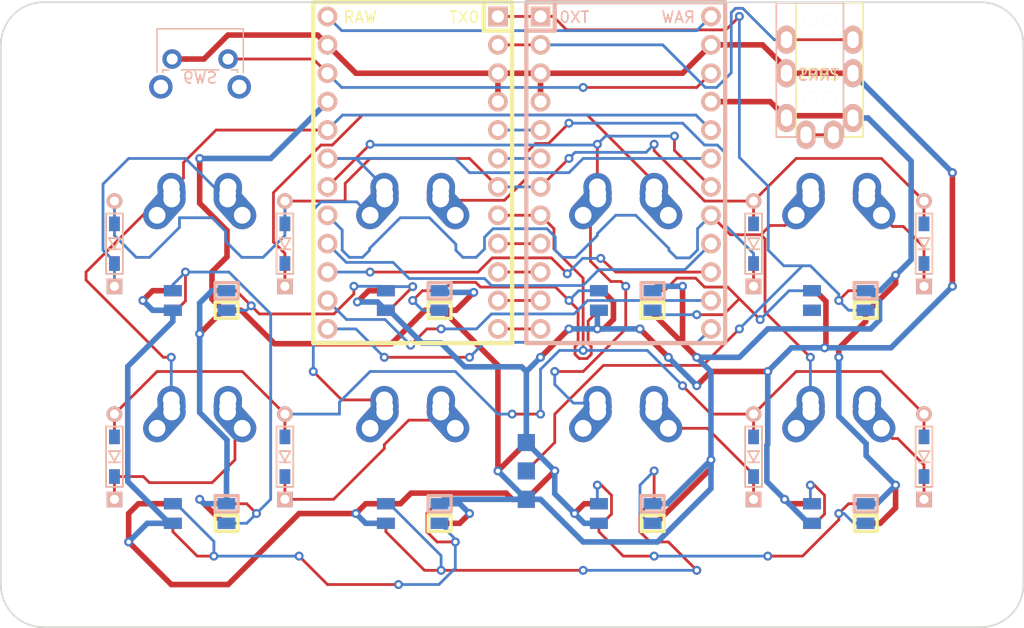
<source format=kicad_pcb>
(kicad_pcb (version 20171130) (host pcbnew "(5.0.1-3-g963ef8bb5)")

  (general
    (thickness 1.6)
    (drawings 8)
    (tracks 726)
    (zones 0)
    (modules 29)
    (nets 40)
  )

  (page A4)
  (layers
    (0 F.Cu signal)
    (31 B.Cu signal)
    (32 B.Adhes user)
    (33 F.Adhes user)
    (34 B.Paste user)
    (35 F.Paste user)
    (36 B.SilkS user)
    (37 F.SilkS user)
    (38 B.Mask user)
    (39 F.Mask user)
    (40 Dwgs.User user)
    (41 Cmts.User user)
    (42 Eco1.User user)
    (43 Eco2.User user)
    (44 Edge.Cuts user)
    (45 Margin user)
    (46 B.CrtYd user)
    (47 F.CrtYd user)
    (48 B.Fab user)
    (49 F.Fab user)
  )

  (setup
    (last_trace_width 0.25)
    (user_trace_width 0.5)
    (trace_clearance 0.2)
    (zone_clearance 0.508)
    (zone_45_only no)
    (trace_min 0.2)
    (segment_width 0.2)
    (edge_width 0.15)
    (via_size 0.8)
    (via_drill 0.4)
    (via_min_size 0.4)
    (via_min_drill 0.3)
    (uvia_size 0.3)
    (uvia_drill 0.1)
    (uvias_allowed no)
    (uvia_min_size 0.2)
    (uvia_min_drill 0.1)
    (pcb_text_width 0.3)
    (pcb_text_size 1.5 1.5)
    (mod_edge_width 0.15)
    (mod_text_size 1 1)
    (mod_text_width 0.15)
    (pad_size 1.524 1.524)
    (pad_drill 0.762)
    (pad_to_mask_clearance 0.051)
    (solder_mask_min_width 0.25)
    (aux_axis_origin 0 0)
    (visible_elements FFFFFF7F)
    (pcbplotparams
      (layerselection 0x010fc_ffffffff)
      (usegerberextensions false)
      (usegerberattributes false)
      (usegerberadvancedattributes false)
      (creategerberjobfile false)
      (excludeedgelayer true)
      (linewidth 0.100000)
      (plotframeref false)
      (viasonmask false)
      (mode 1)
      (useauxorigin false)
      (hpglpennumber 1)
      (hpglpenspeed 20)
      (hpglpendiameter 15.000000)
      (psnegative false)
      (psa4output false)
      (plotreference true)
      (plotvalue true)
      (plotinvisibletext false)
      (padsonsilk false)
      (subtractmaskfromsilk false)
      (outputformat 1)
      (mirror false)
      (drillshape 1)
      (scaleselection 1)
      (outputdirectory ""))
  )

  (net 0 "")
  (net 1 row0)
  (net 2 "Net-(D1-Pad1)")
  (net 3 "Net-(D2-Pad1)")
  (net 4 row1)
  (net 5 "Net-(D3-Pad1)")
  (net 6 "Net-(D4-Pad1)")
  (net 7 "Net-(D5-Pad1)")
  (net 8 "Net-(D6-Pad1)")
  (net 9 "Net-(D7-Pad1)")
  (net 10 "Net-(D8-Pad1)")
  (net 11 VCC)
  (net 12 "Net-(J1-PadA)")
  (net 13 data)
  (net 14 GND)
  (net 15 col0)
  (net 16 col1)
  (net 17 col2)
  (net 18 col3)
  (net 19 reset)
  (net 20 "Net-(U1-Pad24)")
  (net 21 "Net-(U1-Pad16)")
  (net 22 "Net-(U1-Pad15)")
  (net 23 "Net-(U1-Pad14)")
  (net 24 "Net-(U1-Pad13)")
  (net 25 "Net-(U1-Pad12)")
  (net 26 "Net-(U1-Pad11)")
  (net 27 "Net-(U1-Pad10)")
  (net 28 "Net-(U1-Pad9)")
  (net 29 "Net-(U1-Pad6)")
  (net 30 "Net-(U1-Pad5)")
  (net 31 led)
  (net 32 "Net-(L1-Pad3)")
  (net 33 "Net-(L1-Pad1)")
  (net 34 "Net-(L2-Pad1)")
  (net 35 "Net-(L3-Pad3)")
  (net 36 "Net-(L4-Pad1)")
  (net 37 "Net-(L5-Pad3)")
  (net 38 "Net-(L6-Pad1)")
  (net 39 "Net-(L8-Pad1)")

  (net_class Default "これはデフォルトのネット クラスです。"
    (clearance 0.2)
    (trace_width 0.25)
    (via_dia 0.8)
    (via_drill 0.4)
    (uvia_dia 0.3)
    (uvia_drill 0.1)
    (add_net GND)
    (add_net "Net-(D1-Pad1)")
    (add_net "Net-(D2-Pad1)")
    (add_net "Net-(D3-Pad1)")
    (add_net "Net-(D4-Pad1)")
    (add_net "Net-(D5-Pad1)")
    (add_net "Net-(D6-Pad1)")
    (add_net "Net-(D7-Pad1)")
    (add_net "Net-(D8-Pad1)")
    (add_net "Net-(J1-PadA)")
    (add_net "Net-(L1-Pad1)")
    (add_net "Net-(L1-Pad3)")
    (add_net "Net-(L2-Pad1)")
    (add_net "Net-(L3-Pad3)")
    (add_net "Net-(L4-Pad1)")
    (add_net "Net-(L5-Pad3)")
    (add_net "Net-(L6-Pad1)")
    (add_net "Net-(L8-Pad1)")
    (add_net "Net-(U1-Pad10)")
    (add_net "Net-(U1-Pad11)")
    (add_net "Net-(U1-Pad12)")
    (add_net "Net-(U1-Pad13)")
    (add_net "Net-(U1-Pad14)")
    (add_net "Net-(U1-Pad15)")
    (add_net "Net-(U1-Pad16)")
    (add_net "Net-(U1-Pad24)")
    (add_net "Net-(U1-Pad5)")
    (add_net "Net-(U1-Pad6)")
    (add_net "Net-(U1-Pad9)")
    (add_net VCC)
    (add_net col0)
    (add_net col1)
    (add_net col2)
    (add_net col3)
    (add_net data)
    (add_net led)
    (add_net reset)
    (add_net row0)
    (add_net row1)
  )

  (module Keebio-Parts:Hybrid_PCB_100H_Dual_hole (layer F.Cu) (tedit 5A41EBEB) (tstamp 5C5E44E3)
    (at 137.16 115.57)
    (path /5C4DE060)
    (fp_text reference SW4 (at 0 3.175) (layer F.SilkS) hide
      (effects (font (size 1.27 1.524) (thickness 0.2032)))
    )
    (fp_text value SW_PUSH (at 0 5.08) (layer F.SilkS) hide
      (effects (font (size 1.27 1.524) (thickness 0.2032)))
    )
    (fp_line (start -6.985 6.985) (end -6.985 -6.985) (layer Eco2.User) (width 0.1524))
    (fp_line (start 6.985 6.985) (end -6.985 6.985) (layer Eco2.User) (width 0.1524))
    (fp_line (start 6.985 -6.985) (end 6.985 6.985) (layer Eco2.User) (width 0.1524))
    (fp_line (start -6.985 -6.985) (end 6.985 -6.985) (layer Eco2.User) (width 0.1524))
    (fp_line (start -9.398 9.398) (end -9.398 -9.398) (layer Dwgs.User) (width 0.1524))
    (fp_line (start 9.398 9.398) (end -9.398 9.398) (layer Dwgs.User) (width 0.1524))
    (fp_line (start 9.398 -9.398) (end 9.398 9.398) (layer Dwgs.User) (width 0.1524))
    (fp_line (start -9.398 -9.398) (end 9.398 -9.398) (layer Dwgs.User) (width 0.1524))
    (fp_line (start -6.35 6.35) (end -6.35 -6.35) (layer Cmts.User) (width 0.1524))
    (fp_line (start 6.35 6.35) (end -6.35 6.35) (layer Cmts.User) (width 0.1524))
    (fp_line (start 6.35 -6.35) (end 6.35 6.35) (layer Cmts.User) (width 0.1524))
    (fp_line (start -6.35 -6.35) (end 6.35 -6.35) (layer Cmts.User) (width 0.1524))
    (pad 2 smd oval (at 2.52 -4.79 356.055) (size 2.5 3.081378) (layers B.Cu B.Paste B.Mask)
      (net 6 "Net-(D4-Pad1)"))
    (pad 2 smd oval (at 3.155 -3.27 221.9) (size 2.5 4.461556) (layers F.Cu F.Paste F.Mask)
      (net 6 "Net-(D4-Pad1)"))
    (pad 1 smd oval (at -2.52 -4.79 3.945) (size 2.5 3.081378) (layers F.Cu F.Paste F.Mask)
      (net 16 col1))
    (pad 1 smd oval (at -3.155 -3.27 138.1) (size 2.5 4.461556) (layers F.Cu F.Paste F.Mask)
      (net 16 col1))
    (pad 1 thru_hole circle (at -2.54 -5.08 330.95) (size 2 2) (drill 1.5) (layers *.Cu *.Mask)
      (net 16 col1))
    (pad 1 thru_hole circle (at -2.5 -4.5 330.95) (size 2 2) (drill 1.5) (layers *.Cu *.Mask)
      (net 16 col1))
    (pad 1 smd oval (at -2.52 -4.79 3.945) (size 2.5 3.081378) (layers B.Cu B.Paste B.Mask)
      (net 16 col1))
    (pad 2 thru_hole circle (at 3.81 -2.54 330.95) (size 2 2) (drill 1.5) (layers *.Cu *.Mask)
      (net 6 "Net-(D4-Pad1)"))
    (pad 2 thru_hole circle (at 2.5 -4) (size 2 2) (drill 1.5) (layers *.Cu *.Mask)
      (net 6 "Net-(D4-Pad1)"))
    (pad 1 smd oval (at -3.155 -3.27 138.1) (size 2.5 4.461556) (layers B.Cu B.Paste B.Mask)
      (net 16 col1))
    (pad 2 smd oval (at 3.155 -3.27 221.9) (size 2.5 4.461556) (layers B.Cu B.Paste B.Mask)
      (net 6 "Net-(D4-Pad1)"))
    (pad 1 thru_hole circle (at -3.81 -2.54 330.95) (size 2 2) (drill 1.5) (layers *.Cu *.Mask)
      (net 16 col1))
    (pad HOLE np_thru_hole circle (at 5.08 0) (size 1.8 1.8) (drill 1.8) (layers *.Cu))
    (pad HOLE np_thru_hole circle (at -5.08 0) (size 1.8 1.8) (drill 1.8) (layers *.Cu))
    (pad HOLE np_thru_hole circle (at 0 0) (size 3.9878 3.9878) (drill 3.9878) (layers *.Cu))
    (pad 1 thru_hole circle (at -2.5 -4 330.95) (size 2 2) (drill 1.5) (layers *.Cu *.Mask)
      (net 16 col1))
    (pad 2 thru_hole circle (at 2.54 -5.08 330.95) (size 2 2) (drill 1.5) (layers *.Cu *.Mask)
      (net 6 "Net-(D4-Pad1)"))
    (pad 2 thru_hole circle (at 2.5 -4.5 330.95) (size 2 2) (drill 1.5) (layers *.Cu *.Mask)
      (net 6 "Net-(D4-Pad1)"))
    (pad 2 smd oval (at 2.52 -4.79 356.055) (size 2.5 3.081378) (layers F.Cu F.Paste F.Mask)
      (net 6 "Net-(D4-Pad1)"))
    (model /Users/danny/Documents/proj/custom-keyboard/kicad-libs/3d_models/mx-switch.wrl
      (offset (xyz 7.4675998878479 7.4675998878479 5.943599910736085))
      (scale (xyz 0.4 0.4 0.4))
      (rotate (xyz 270 0 180))
    )
    (model /Users/danny/Documents/proj/custom-keyboard/kicad-libs/3d_models/SA-R3-1u.wrl
      (offset (xyz 0 0 11.93799982070923))
      (scale (xyz 0.394 0.394 0.394))
      (rotate (xyz 270 0 0))
    )
  )

  (module Keebio-Parts:ArduinoProMicro-BackSide (layer F.Cu) (tedit 5A2034C3) (tstamp 5C6AA614)
    (at 156.21 90.17 270)
    (path /5C4DCBF7)
    (fp_text reference U1 (at 0 1.625 270) (layer F.SilkS) hide
      (effects (font (size 1.27 1.524) (thickness 0.2032)))
    )
    (fp_text value ProMicro (at 0 0 270) (layer F.SilkS) hide
      (effects (font (size 1.27 1.524) (thickness 0.2032)))
    )
    (fp_line (start -12.7 6.35) (end -12.7 8.89) (layer B.SilkS) (width 0.381))
    (fp_line (start -15.24 6.35) (end -12.7 6.35) (layer B.SilkS) (width 0.381))
    (fp_line (start 15.24 -8.89) (end -15.24 -8.89) (layer B.SilkS) (width 0.381))
    (fp_line (start 15.24 8.89) (end 15.24 -8.89) (layer B.SilkS) (width 0.381))
    (fp_line (start -15.24 8.89) (end 15.24 8.89) (layer B.SilkS) (width 0.381))
    (fp_line (start -15.24 -8.89) (end -15.24 8.89) (layer B.SilkS) (width 0.381))
    (fp_text user RAW (at -13.9 -4.7) (layer B.SilkS)
      (effects (font (size 1 1) (thickness 0.15)) (justify mirror))
    )
    (fp_text user TX0 (at -13.9 4.6) (layer B.SilkS)
      (effects (font (size 1 1) (thickness 0.15)) (justify mirror))
    )
    (pad 24 thru_hole circle (at -13.97 -7.62 270) (size 1.7526 1.7526) (drill 1.0922) (layers *.Cu *.SilkS *.Mask)
      (net 20 "Net-(U1-Pad24)"))
    (pad 12 thru_hole circle (at 13.97 7.62 270) (size 1.7526 1.7526) (drill 1.0922) (layers *.Cu *.SilkS *.Mask)
      (net 25 "Net-(U1-Pad12)"))
    (pad 23 thru_hole circle (at -11.43 -7.62 270) (size 1.7526 1.7526) (drill 1.0922) (layers *.Cu *.SilkS *.Mask)
      (net 14 GND))
    (pad 22 thru_hole circle (at -8.89 -7.62 270) (size 1.7526 1.7526) (drill 1.0922) (layers *.Cu *.SilkS *.Mask)
      (net 19 reset))
    (pad 21 thru_hole circle (at -6.35 -7.62 270) (size 1.7526 1.7526) (drill 1.0922) (layers *.Cu *.SilkS *.Mask)
      (net 11 VCC))
    (pad 20 thru_hole circle (at -3.81 -7.62 270) (size 1.7526 1.7526) (drill 1.0922) (layers *.Cu *.SilkS *.Mask)
      (net 15 col0))
    (pad 19 thru_hole circle (at -1.27 -7.62 270) (size 1.7526 1.7526) (drill 1.0922) (layers *.Cu *.SilkS *.Mask)
      (net 16 col1))
    (pad 18 thru_hole circle (at 1.27 -7.62 270) (size 1.7526 1.7526) (drill 1.0922) (layers *.Cu *.SilkS *.Mask)
      (net 17 col2))
    (pad 17 thru_hole circle (at 3.81 -7.62 270) (size 1.7526 1.7526) (drill 1.0922) (layers *.Cu *.SilkS *.Mask)
      (net 18 col3))
    (pad 16 thru_hole circle (at 6.35 -7.62 270) (size 1.7526 1.7526) (drill 1.0922) (layers *.Cu *.SilkS *.Mask)
      (net 21 "Net-(U1-Pad16)"))
    (pad 15 thru_hole circle (at 8.89 -7.62 270) (size 1.7526 1.7526) (drill 1.0922) (layers *.Cu *.SilkS *.Mask)
      (net 22 "Net-(U1-Pad15)"))
    (pad 14 thru_hole circle (at 11.43 -7.62 270) (size 1.7526 1.7526) (drill 1.0922) (layers *.Cu *.SilkS *.Mask)
      (net 23 "Net-(U1-Pad14)"))
    (pad 13 thru_hole circle (at 13.97 -7.62 270) (size 1.7526 1.7526) (drill 1.0922) (layers *.Cu *.SilkS *.Mask)
      (net 24 "Net-(U1-Pad13)"))
    (pad 11 thru_hole circle (at 11.43 7.62 270) (size 1.7526 1.7526) (drill 1.0922) (layers *.Cu *.SilkS *.Mask)
      (net 26 "Net-(U1-Pad11)"))
    (pad 10 thru_hole circle (at 8.89 7.62 270) (size 1.7526 1.7526) (drill 1.0922) (layers *.Cu *.SilkS *.Mask)
      (net 27 "Net-(U1-Pad10)"))
    (pad 9 thru_hole circle (at 6.35 7.62 270) (size 1.7526 1.7526) (drill 1.0922) (layers *.Cu *.SilkS *.Mask)
      (net 28 "Net-(U1-Pad9)"))
    (pad 8 thru_hole circle (at 3.81 7.62 270) (size 1.7526 1.7526) (drill 1.0922) (layers *.Cu *.SilkS *.Mask)
      (net 4 row1))
    (pad 7 thru_hole circle (at 1.27 7.62 270) (size 1.7526 1.7526) (drill 1.0922) (layers *.Cu *.SilkS *.Mask)
      (net 1 row0))
    (pad 6 thru_hole circle (at -1.27 7.62 270) (size 1.7526 1.7526) (drill 1.0922) (layers *.Cu *.SilkS *.Mask)
      (net 29 "Net-(U1-Pad6)"))
    (pad 5 thru_hole circle (at -3.81 7.62 270) (size 1.7526 1.7526) (drill 1.0922) (layers *.Cu *.SilkS *.Mask)
      (net 30 "Net-(U1-Pad5)"))
    (pad 4 thru_hole circle (at -6.35 7.62 270) (size 1.7526 1.7526) (drill 1.0922) (layers *.Cu *.SilkS *.Mask)
      (net 14 GND))
    (pad 3 thru_hole circle (at -8.89 7.62 270) (size 1.7526 1.7526) (drill 1.0922) (layers *.Cu *.SilkS *.Mask)
      (net 14 GND))
    (pad 2 thru_hole circle (at -11.43 7.62 270) (size 1.7526 1.7526) (drill 1.0922) (layers *.Cu *.SilkS *.Mask)
      (net 13 data))
    (pad 1 thru_hole rect (at -13.97 7.62 270) (size 1.7526 1.7526) (drill 1.0922) (layers *.Cu *.SilkS *.Mask)
      (net 31 led))
    (model /Users/danny/Documents/proj/custom-keyboard/kicad-libs/3d_models/ArduinoProMicro.wrl
      (offset (xyz -13.96999979019165 -7.619999885559082 -5.841999912261963))
      (scale (xyz 0.395 0.395 0.395))
      (rotate (xyz 90 180 180))
    )
  )

  (module Keebio-Parts:ArduinoProMicro-BackSide (layer B.Cu) (tedit 5A2034C3) (tstamp 5C6A86B1)
    (at 137.16 90.17 270)
    (path /5C4DCBF7)
    (fp_text reference U1 (at 0 -1.625 270) (layer B.SilkS) hide
      (effects (font (size 1.27 1.524) (thickness 0.2032)) (justify mirror))
    )
    (fp_text value ProMicro (at 0 0 270) (layer B.SilkS) hide
      (effects (font (size 1.27 1.524) (thickness 0.2032)) (justify mirror))
    )
    (fp_text user TX0 (at -13.9 -4.6 180) (layer F.SilkS)
      (effects (font (size 1 1) (thickness 0.15)))
    )
    (fp_text user RAW (at -13.9 4.7 180) (layer F.SilkS)
      (effects (font (size 1 1) (thickness 0.15)))
    )
    (fp_line (start -15.24 8.89) (end -15.24 -8.89) (layer F.SilkS) (width 0.381))
    (fp_line (start -15.24 -8.89) (end 15.24 -8.89) (layer F.SilkS) (width 0.381))
    (fp_line (start 15.24 -8.89) (end 15.24 8.89) (layer F.SilkS) (width 0.381))
    (fp_line (start 15.24 8.89) (end -15.24 8.89) (layer F.SilkS) (width 0.381))
    (fp_line (start -15.24 -6.35) (end -12.7 -6.35) (layer F.SilkS) (width 0.381))
    (fp_line (start -12.7 -6.35) (end -12.7 -8.89) (layer F.SilkS) (width 0.381))
    (pad 1 thru_hole rect (at -13.97 -7.62 270) (size 1.7526 1.7526) (drill 1.0922) (layers *.Cu *.SilkS *.Mask)
      (net 31 led))
    (pad 2 thru_hole circle (at -11.43 -7.62 270) (size 1.7526 1.7526) (drill 1.0922) (layers *.Cu *.SilkS *.Mask)
      (net 13 data))
    (pad 3 thru_hole circle (at -8.89 -7.62 270) (size 1.7526 1.7526) (drill 1.0922) (layers *.Cu *.SilkS *.Mask)
      (net 14 GND))
    (pad 4 thru_hole circle (at -6.35 -7.62 270) (size 1.7526 1.7526) (drill 1.0922) (layers *.Cu *.SilkS *.Mask)
      (net 14 GND))
    (pad 5 thru_hole circle (at -3.81 -7.62 270) (size 1.7526 1.7526) (drill 1.0922) (layers *.Cu *.SilkS *.Mask)
      (net 30 "Net-(U1-Pad5)"))
    (pad 6 thru_hole circle (at -1.27 -7.62 270) (size 1.7526 1.7526) (drill 1.0922) (layers *.Cu *.SilkS *.Mask)
      (net 29 "Net-(U1-Pad6)"))
    (pad 7 thru_hole circle (at 1.27 -7.62 270) (size 1.7526 1.7526) (drill 1.0922) (layers *.Cu *.SilkS *.Mask)
      (net 1 row0))
    (pad 8 thru_hole circle (at 3.81 -7.62 270) (size 1.7526 1.7526) (drill 1.0922) (layers *.Cu *.SilkS *.Mask)
      (net 4 row1))
    (pad 9 thru_hole circle (at 6.35 -7.62 270) (size 1.7526 1.7526) (drill 1.0922) (layers *.Cu *.SilkS *.Mask)
      (net 28 "Net-(U1-Pad9)"))
    (pad 10 thru_hole circle (at 8.89 -7.62 270) (size 1.7526 1.7526) (drill 1.0922) (layers *.Cu *.SilkS *.Mask)
      (net 27 "Net-(U1-Pad10)"))
    (pad 11 thru_hole circle (at 11.43 -7.62 270) (size 1.7526 1.7526) (drill 1.0922) (layers *.Cu *.SilkS *.Mask)
      (net 26 "Net-(U1-Pad11)"))
    (pad 13 thru_hole circle (at 13.97 7.62 270) (size 1.7526 1.7526) (drill 1.0922) (layers *.Cu *.SilkS *.Mask)
      (net 24 "Net-(U1-Pad13)"))
    (pad 14 thru_hole circle (at 11.43 7.62 270) (size 1.7526 1.7526) (drill 1.0922) (layers *.Cu *.SilkS *.Mask)
      (net 23 "Net-(U1-Pad14)"))
    (pad 15 thru_hole circle (at 8.89 7.62 270) (size 1.7526 1.7526) (drill 1.0922) (layers *.Cu *.SilkS *.Mask)
      (net 22 "Net-(U1-Pad15)"))
    (pad 16 thru_hole circle (at 6.35 7.62 270) (size 1.7526 1.7526) (drill 1.0922) (layers *.Cu *.SilkS *.Mask)
      (net 21 "Net-(U1-Pad16)"))
    (pad 17 thru_hole circle (at 3.81 7.62 270) (size 1.7526 1.7526) (drill 1.0922) (layers *.Cu *.SilkS *.Mask)
      (net 18 col3))
    (pad 18 thru_hole circle (at 1.27 7.62 270) (size 1.7526 1.7526) (drill 1.0922) (layers *.Cu *.SilkS *.Mask)
      (net 17 col2))
    (pad 19 thru_hole circle (at -1.27 7.62 270) (size 1.7526 1.7526) (drill 1.0922) (layers *.Cu *.SilkS *.Mask)
      (net 16 col1))
    (pad 20 thru_hole circle (at -3.81 7.62 270) (size 1.7526 1.7526) (drill 1.0922) (layers *.Cu *.SilkS *.Mask)
      (net 15 col0))
    (pad 21 thru_hole circle (at -6.35 7.62 270) (size 1.7526 1.7526) (drill 1.0922) (layers *.Cu *.SilkS *.Mask)
      (net 11 VCC))
    (pad 22 thru_hole circle (at -8.89 7.62 270) (size 1.7526 1.7526) (drill 1.0922) (layers *.Cu *.SilkS *.Mask)
      (net 19 reset))
    (pad 23 thru_hole circle (at -11.43 7.62 270) (size 1.7526 1.7526) (drill 1.0922) (layers *.Cu *.SilkS *.Mask)
      (net 14 GND))
    (pad 12 thru_hole circle (at 13.97 -7.62 270) (size 1.7526 1.7526) (drill 1.0922) (layers *.Cu *.SilkS *.Mask)
      (net 25 "Net-(U1-Pad12)"))
    (pad 24 thru_hole circle (at -13.97 7.62 270) (size 1.7526 1.7526) (drill 1.0922) (layers *.Cu *.SilkS *.Mask)
      (net 20 "Net-(U1-Pad24)"))
    (model /Users/danny/Documents/proj/custom-keyboard/kicad-libs/3d_models/ArduinoProMicro.wrl
      (offset (xyz -13.96999979019165 -7.619999885559082 -5.841999912261963))
      (scale (xyz 0.395 0.395 0.395))
      (rotate (xyz 90 180 180))
    )
  )

  (module Keebio-Parts:Hybrid_PCB_100H_Dual_hole (layer F.Cu) (tedit 5A41EBEB) (tstamp 5C5E456B)
    (at 175.26 115.57)
    (path /5C4DE359)
    (fp_text reference SW8 (at 0 3.175) (layer F.SilkS) hide
      (effects (font (size 1.27 1.524) (thickness 0.2032)))
    )
    (fp_text value SW_PUSH (at 0 5.08) (layer F.SilkS) hide
      (effects (font (size 1.27 1.524) (thickness 0.2032)))
    )
    (fp_line (start -6.985 6.985) (end -6.985 -6.985) (layer Eco2.User) (width 0.1524))
    (fp_line (start 6.985 6.985) (end -6.985 6.985) (layer Eco2.User) (width 0.1524))
    (fp_line (start 6.985 -6.985) (end 6.985 6.985) (layer Eco2.User) (width 0.1524))
    (fp_line (start -6.985 -6.985) (end 6.985 -6.985) (layer Eco2.User) (width 0.1524))
    (fp_line (start -9.398 9.398) (end -9.398 -9.398) (layer Dwgs.User) (width 0.1524))
    (fp_line (start 9.398 9.398) (end -9.398 9.398) (layer Dwgs.User) (width 0.1524))
    (fp_line (start 9.398 -9.398) (end 9.398 9.398) (layer Dwgs.User) (width 0.1524))
    (fp_line (start -9.398 -9.398) (end 9.398 -9.398) (layer Dwgs.User) (width 0.1524))
    (fp_line (start -6.35 6.35) (end -6.35 -6.35) (layer Cmts.User) (width 0.1524))
    (fp_line (start 6.35 6.35) (end -6.35 6.35) (layer Cmts.User) (width 0.1524))
    (fp_line (start 6.35 -6.35) (end 6.35 6.35) (layer Cmts.User) (width 0.1524))
    (fp_line (start -6.35 -6.35) (end 6.35 -6.35) (layer Cmts.User) (width 0.1524))
    (pad 2 smd oval (at 2.52 -4.79 356.055) (size 2.5 3.081378) (layers B.Cu B.Paste B.Mask)
      (net 10 "Net-(D8-Pad1)"))
    (pad 2 smd oval (at 3.155 -3.27 221.9) (size 2.5 4.461556) (layers F.Cu F.Paste F.Mask)
      (net 10 "Net-(D8-Pad1)"))
    (pad 1 smd oval (at -2.52 -4.79 3.945) (size 2.5 3.081378) (layers F.Cu F.Paste F.Mask)
      (net 18 col3))
    (pad 1 smd oval (at -3.155 -3.27 138.1) (size 2.5 4.461556) (layers F.Cu F.Paste F.Mask)
      (net 18 col3))
    (pad 1 thru_hole circle (at -2.54 -5.08 330.95) (size 2 2) (drill 1.5) (layers *.Cu *.Mask)
      (net 18 col3))
    (pad 1 thru_hole circle (at -2.5 -4.5 330.95) (size 2 2) (drill 1.5) (layers *.Cu *.Mask)
      (net 18 col3))
    (pad 1 smd oval (at -2.52 -4.79 3.945) (size 2.5 3.081378) (layers B.Cu B.Paste B.Mask)
      (net 18 col3))
    (pad 2 thru_hole circle (at 3.81 -2.54 330.95) (size 2 2) (drill 1.5) (layers *.Cu *.Mask)
      (net 10 "Net-(D8-Pad1)"))
    (pad 2 thru_hole circle (at 2.5 -4) (size 2 2) (drill 1.5) (layers *.Cu *.Mask)
      (net 10 "Net-(D8-Pad1)"))
    (pad 1 smd oval (at -3.155 -3.27 138.1) (size 2.5 4.461556) (layers B.Cu B.Paste B.Mask)
      (net 18 col3))
    (pad 2 smd oval (at 3.155 -3.27 221.9) (size 2.5 4.461556) (layers B.Cu B.Paste B.Mask)
      (net 10 "Net-(D8-Pad1)"))
    (pad 1 thru_hole circle (at -3.81 -2.54 330.95) (size 2 2) (drill 1.5) (layers *.Cu *.Mask)
      (net 18 col3))
    (pad HOLE np_thru_hole circle (at 5.08 0) (size 1.8 1.8) (drill 1.8) (layers *.Cu))
    (pad HOLE np_thru_hole circle (at -5.08 0) (size 1.8 1.8) (drill 1.8) (layers *.Cu))
    (pad HOLE np_thru_hole circle (at 0 0) (size 3.9878 3.9878) (drill 3.9878) (layers *.Cu))
    (pad 1 thru_hole circle (at -2.5 -4 330.95) (size 2 2) (drill 1.5) (layers *.Cu *.Mask)
      (net 18 col3))
    (pad 2 thru_hole circle (at 2.54 -5.08 330.95) (size 2 2) (drill 1.5) (layers *.Cu *.Mask)
      (net 10 "Net-(D8-Pad1)"))
    (pad 2 thru_hole circle (at 2.5 -4.5 330.95) (size 2 2) (drill 1.5) (layers *.Cu *.Mask)
      (net 10 "Net-(D8-Pad1)"))
    (pad 2 smd oval (at 2.52 -4.79 356.055) (size 2.5 3.081378) (layers F.Cu F.Paste F.Mask)
      (net 10 "Net-(D8-Pad1)"))
    (model /Users/danny/Documents/proj/custom-keyboard/kicad-libs/3d_models/mx-switch.wrl
      (offset (xyz 7.4675998878479 7.4675998878479 5.943599910736085))
      (scale (xyz 0.4 0.4 0.4))
      (rotate (xyz 270 0 180))
    )
    (model /Users/danny/Documents/proj/custom-keyboard/kicad-libs/3d_models/SA-R3-1u.wrl
      (offset (xyz 0 0 11.93799982070923))
      (scale (xyz 0.394 0.394 0.394))
      (rotate (xyz 270 0 0))
    )
  )

  (module Keebio-Parts:Hybrid_PCB_100H_Dual_hole (layer F.Cu) (tedit 5A41EBEB) (tstamp 5C5E4549)
    (at 175.26 96.52)
    (path /5C4DD6ED)
    (fp_text reference SW7 (at 0 3.175) (layer F.SilkS) hide
      (effects (font (size 1.27 1.524) (thickness 0.2032)))
    )
    (fp_text value SW_PUSH (at 0 5.08) (layer F.SilkS) hide
      (effects (font (size 1.27 1.524) (thickness 0.2032)))
    )
    (fp_line (start -6.35 -6.35) (end 6.35 -6.35) (layer Cmts.User) (width 0.1524))
    (fp_line (start 6.35 -6.35) (end 6.35 6.35) (layer Cmts.User) (width 0.1524))
    (fp_line (start 6.35 6.35) (end -6.35 6.35) (layer Cmts.User) (width 0.1524))
    (fp_line (start -6.35 6.35) (end -6.35 -6.35) (layer Cmts.User) (width 0.1524))
    (fp_line (start -9.398 -9.398) (end 9.398 -9.398) (layer Dwgs.User) (width 0.1524))
    (fp_line (start 9.398 -9.398) (end 9.398 9.398) (layer Dwgs.User) (width 0.1524))
    (fp_line (start 9.398 9.398) (end -9.398 9.398) (layer Dwgs.User) (width 0.1524))
    (fp_line (start -9.398 9.398) (end -9.398 -9.398) (layer Dwgs.User) (width 0.1524))
    (fp_line (start -6.985 -6.985) (end 6.985 -6.985) (layer Eco2.User) (width 0.1524))
    (fp_line (start 6.985 -6.985) (end 6.985 6.985) (layer Eco2.User) (width 0.1524))
    (fp_line (start 6.985 6.985) (end -6.985 6.985) (layer Eco2.User) (width 0.1524))
    (fp_line (start -6.985 6.985) (end -6.985 -6.985) (layer Eco2.User) (width 0.1524))
    (pad 2 smd oval (at 2.52 -4.79 356.055) (size 2.5 3.081378) (layers F.Cu F.Paste F.Mask)
      (net 9 "Net-(D7-Pad1)"))
    (pad 2 thru_hole circle (at 2.5 -4.5 330.95) (size 2 2) (drill 1.5) (layers *.Cu *.Mask)
      (net 9 "Net-(D7-Pad1)"))
    (pad 2 thru_hole circle (at 2.54 -5.08 330.95) (size 2 2) (drill 1.5) (layers *.Cu *.Mask)
      (net 9 "Net-(D7-Pad1)"))
    (pad 1 thru_hole circle (at -2.5 -4 330.95) (size 2 2) (drill 1.5) (layers *.Cu *.Mask)
      (net 18 col3))
    (pad HOLE np_thru_hole circle (at 0 0) (size 3.9878 3.9878) (drill 3.9878) (layers *.Cu))
    (pad HOLE np_thru_hole circle (at -5.08 0) (size 1.8 1.8) (drill 1.8) (layers *.Cu))
    (pad HOLE np_thru_hole circle (at 5.08 0) (size 1.8 1.8) (drill 1.8) (layers *.Cu))
    (pad 1 thru_hole circle (at -3.81 -2.54 330.95) (size 2 2) (drill 1.5) (layers *.Cu *.Mask)
      (net 18 col3))
    (pad 2 smd oval (at 3.155 -3.27 221.9) (size 2.5 4.461556) (layers B.Cu B.Paste B.Mask)
      (net 9 "Net-(D7-Pad1)"))
    (pad 1 smd oval (at -3.155 -3.27 138.1) (size 2.5 4.461556) (layers B.Cu B.Paste B.Mask)
      (net 18 col3))
    (pad 2 thru_hole circle (at 2.5 -4) (size 2 2) (drill 1.5) (layers *.Cu *.Mask)
      (net 9 "Net-(D7-Pad1)"))
    (pad 2 thru_hole circle (at 3.81 -2.54 330.95) (size 2 2) (drill 1.5) (layers *.Cu *.Mask)
      (net 9 "Net-(D7-Pad1)"))
    (pad 1 smd oval (at -2.52 -4.79 3.945) (size 2.5 3.081378) (layers B.Cu B.Paste B.Mask)
      (net 18 col3))
    (pad 1 thru_hole circle (at -2.5 -4.5 330.95) (size 2 2) (drill 1.5) (layers *.Cu *.Mask)
      (net 18 col3))
    (pad 1 thru_hole circle (at -2.54 -5.08 330.95) (size 2 2) (drill 1.5) (layers *.Cu *.Mask)
      (net 18 col3))
    (pad 1 smd oval (at -3.155 -3.27 138.1) (size 2.5 4.461556) (layers F.Cu F.Paste F.Mask)
      (net 18 col3))
    (pad 1 smd oval (at -2.52 -4.79 3.945) (size 2.5 3.081378) (layers F.Cu F.Paste F.Mask)
      (net 18 col3))
    (pad 2 smd oval (at 3.155 -3.27 221.9) (size 2.5 4.461556) (layers F.Cu F.Paste F.Mask)
      (net 9 "Net-(D7-Pad1)"))
    (pad 2 smd oval (at 2.52 -4.79 356.055) (size 2.5 3.081378) (layers B.Cu B.Paste B.Mask)
      (net 9 "Net-(D7-Pad1)"))
    (model /Users/danny/Documents/proj/custom-keyboard/kicad-libs/3d_models/mx-switch.wrl
      (offset (xyz 7.4675998878479 7.4675998878479 5.943599910736085))
      (scale (xyz 0.4 0.4 0.4))
      (rotate (xyz 270 0 180))
    )
    (model /Users/danny/Documents/proj/custom-keyboard/kicad-libs/3d_models/SA-R3-1u.wrl
      (offset (xyz 0 0 11.93799982070923))
      (scale (xyz 0.394 0.394 0.394))
      (rotate (xyz 270 0 0))
    )
  )

  (module Keebio-Parts:Hybrid_PCB_100H_Dual_hole (layer F.Cu) (tedit 5A41EBEB) (tstamp 5C5E4527)
    (at 156.21 115.57)
    (path /5C4DE259)
    (fp_text reference SW6 (at 0 3.175) (layer F.SilkS) hide
      (effects (font (size 1.27 1.524) (thickness 0.2032)))
    )
    (fp_text value SW_PUSH (at 0 5.08) (layer F.SilkS) hide
      (effects (font (size 1.27 1.524) (thickness 0.2032)))
    )
    (fp_line (start -6.985 6.985) (end -6.985 -6.985) (layer Eco2.User) (width 0.1524))
    (fp_line (start 6.985 6.985) (end -6.985 6.985) (layer Eco2.User) (width 0.1524))
    (fp_line (start 6.985 -6.985) (end 6.985 6.985) (layer Eco2.User) (width 0.1524))
    (fp_line (start -6.985 -6.985) (end 6.985 -6.985) (layer Eco2.User) (width 0.1524))
    (fp_line (start -9.398 9.398) (end -9.398 -9.398) (layer Dwgs.User) (width 0.1524))
    (fp_line (start 9.398 9.398) (end -9.398 9.398) (layer Dwgs.User) (width 0.1524))
    (fp_line (start 9.398 -9.398) (end 9.398 9.398) (layer Dwgs.User) (width 0.1524))
    (fp_line (start -9.398 -9.398) (end 9.398 -9.398) (layer Dwgs.User) (width 0.1524))
    (fp_line (start -6.35 6.35) (end -6.35 -6.35) (layer Cmts.User) (width 0.1524))
    (fp_line (start 6.35 6.35) (end -6.35 6.35) (layer Cmts.User) (width 0.1524))
    (fp_line (start 6.35 -6.35) (end 6.35 6.35) (layer Cmts.User) (width 0.1524))
    (fp_line (start -6.35 -6.35) (end 6.35 -6.35) (layer Cmts.User) (width 0.1524))
    (pad 2 smd oval (at 2.52 -4.79 356.055) (size 2.5 3.081378) (layers B.Cu B.Paste B.Mask)
      (net 8 "Net-(D6-Pad1)"))
    (pad 2 smd oval (at 3.155 -3.27 221.9) (size 2.5 4.461556) (layers F.Cu F.Paste F.Mask)
      (net 8 "Net-(D6-Pad1)"))
    (pad 1 smd oval (at -2.52 -4.79 3.945) (size 2.5 3.081378) (layers F.Cu F.Paste F.Mask)
      (net 17 col2))
    (pad 1 smd oval (at -3.155 -3.27 138.1) (size 2.5 4.461556) (layers F.Cu F.Paste F.Mask)
      (net 17 col2))
    (pad 1 thru_hole circle (at -2.54 -5.08 330.95) (size 2 2) (drill 1.5) (layers *.Cu *.Mask)
      (net 17 col2))
    (pad 1 thru_hole circle (at -2.5 -4.5 330.95) (size 2 2) (drill 1.5) (layers *.Cu *.Mask)
      (net 17 col2))
    (pad 1 smd oval (at -2.52 -4.79 3.945) (size 2.5 3.081378) (layers B.Cu B.Paste B.Mask)
      (net 17 col2))
    (pad 2 thru_hole circle (at 3.81 -2.54 330.95) (size 2 2) (drill 1.5) (layers *.Cu *.Mask)
      (net 8 "Net-(D6-Pad1)"))
    (pad 2 thru_hole circle (at 2.5 -4) (size 2 2) (drill 1.5) (layers *.Cu *.Mask)
      (net 8 "Net-(D6-Pad1)"))
    (pad 1 smd oval (at -3.155 -3.27 138.1) (size 2.5 4.461556) (layers B.Cu B.Paste B.Mask)
      (net 17 col2))
    (pad 2 smd oval (at 3.155 -3.27 221.9) (size 2.5 4.461556) (layers B.Cu B.Paste B.Mask)
      (net 8 "Net-(D6-Pad1)"))
    (pad 1 thru_hole circle (at -3.81 -2.54 330.95) (size 2 2) (drill 1.5) (layers *.Cu *.Mask)
      (net 17 col2))
    (pad HOLE np_thru_hole circle (at 5.08 0) (size 1.8 1.8) (drill 1.8) (layers *.Cu))
    (pad HOLE np_thru_hole circle (at -5.08 0) (size 1.8 1.8) (drill 1.8) (layers *.Cu))
    (pad HOLE np_thru_hole circle (at 0 0) (size 3.9878 3.9878) (drill 3.9878) (layers *.Cu))
    (pad 1 thru_hole circle (at -2.5 -4 330.95) (size 2 2) (drill 1.5) (layers *.Cu *.Mask)
      (net 17 col2))
    (pad 2 thru_hole circle (at 2.54 -5.08 330.95) (size 2 2) (drill 1.5) (layers *.Cu *.Mask)
      (net 8 "Net-(D6-Pad1)"))
    (pad 2 thru_hole circle (at 2.5 -4.5 330.95) (size 2 2) (drill 1.5) (layers *.Cu *.Mask)
      (net 8 "Net-(D6-Pad1)"))
    (pad 2 smd oval (at 2.52 -4.79 356.055) (size 2.5 3.081378) (layers F.Cu F.Paste F.Mask)
      (net 8 "Net-(D6-Pad1)"))
    (model /Users/danny/Documents/proj/custom-keyboard/kicad-libs/3d_models/mx-switch.wrl
      (offset (xyz 7.4675998878479 7.4675998878479 5.943599910736085))
      (scale (xyz 0.4 0.4 0.4))
      (rotate (xyz 270 0 180))
    )
    (model /Users/danny/Documents/proj/custom-keyboard/kicad-libs/3d_models/SA-R3-1u.wrl
      (offset (xyz 0 0 11.93799982070923))
      (scale (xyz 0.394 0.394 0.394))
      (rotate (xyz 270 0 0))
    )
  )

  (module Keebio-Parts:Hybrid_PCB_100H_Dual_hole (layer F.Cu) (tedit 5A41EBEB) (tstamp 5C5E4505)
    (at 156.21 96.52)
    (path /5C4DD65D)
    (fp_text reference SW5 (at 0 3.175) (layer F.SilkS) hide
      (effects (font (size 1.27 1.524) (thickness 0.2032)))
    )
    (fp_text value SW_PUSH (at 0 5.08) (layer F.SilkS) hide
      (effects (font (size 1.27 1.524) (thickness 0.2032)))
    )
    (fp_line (start -6.35 -6.35) (end 6.35 -6.35) (layer Cmts.User) (width 0.1524))
    (fp_line (start 6.35 -6.35) (end 6.35 6.35) (layer Cmts.User) (width 0.1524))
    (fp_line (start 6.35 6.35) (end -6.35 6.35) (layer Cmts.User) (width 0.1524))
    (fp_line (start -6.35 6.35) (end -6.35 -6.35) (layer Cmts.User) (width 0.1524))
    (fp_line (start -9.398 -9.398) (end 9.398 -9.398) (layer Dwgs.User) (width 0.1524))
    (fp_line (start 9.398 -9.398) (end 9.398 9.398) (layer Dwgs.User) (width 0.1524))
    (fp_line (start 9.398 9.398) (end -9.398 9.398) (layer Dwgs.User) (width 0.1524))
    (fp_line (start -9.398 9.398) (end -9.398 -9.398) (layer Dwgs.User) (width 0.1524))
    (fp_line (start -6.985 -6.985) (end 6.985 -6.985) (layer Eco2.User) (width 0.1524))
    (fp_line (start 6.985 -6.985) (end 6.985 6.985) (layer Eco2.User) (width 0.1524))
    (fp_line (start 6.985 6.985) (end -6.985 6.985) (layer Eco2.User) (width 0.1524))
    (fp_line (start -6.985 6.985) (end -6.985 -6.985) (layer Eco2.User) (width 0.1524))
    (pad 2 smd oval (at 2.52 -4.79 356.055) (size 2.5 3.081378) (layers F.Cu F.Paste F.Mask)
      (net 7 "Net-(D5-Pad1)"))
    (pad 2 thru_hole circle (at 2.5 -4.5 330.95) (size 2 2) (drill 1.5) (layers *.Cu *.Mask)
      (net 7 "Net-(D5-Pad1)"))
    (pad 2 thru_hole circle (at 2.54 -5.08 330.95) (size 2 2) (drill 1.5) (layers *.Cu *.Mask)
      (net 7 "Net-(D5-Pad1)"))
    (pad 1 thru_hole circle (at -2.5 -4 330.95) (size 2 2) (drill 1.5) (layers *.Cu *.Mask)
      (net 17 col2))
    (pad HOLE np_thru_hole circle (at 0 0) (size 3.9878 3.9878) (drill 3.9878) (layers *.Cu))
    (pad HOLE np_thru_hole circle (at -5.08 0) (size 1.8 1.8) (drill 1.8) (layers *.Cu))
    (pad HOLE np_thru_hole circle (at 5.08 0) (size 1.8 1.8) (drill 1.8) (layers *.Cu))
    (pad 1 thru_hole circle (at -3.81 -2.54 330.95) (size 2 2) (drill 1.5) (layers *.Cu *.Mask)
      (net 17 col2))
    (pad 2 smd oval (at 3.155 -3.27 221.9) (size 2.5 4.461556) (layers B.Cu B.Paste B.Mask)
      (net 7 "Net-(D5-Pad1)"))
    (pad 1 smd oval (at -3.155 -3.27 138.1) (size 2.5 4.461556) (layers B.Cu B.Paste B.Mask)
      (net 17 col2))
    (pad 2 thru_hole circle (at 2.5 -4) (size 2 2) (drill 1.5) (layers *.Cu *.Mask)
      (net 7 "Net-(D5-Pad1)"))
    (pad 2 thru_hole circle (at 3.81 -2.54 330.95) (size 2 2) (drill 1.5) (layers *.Cu *.Mask)
      (net 7 "Net-(D5-Pad1)"))
    (pad 1 smd oval (at -2.52 -4.79 3.945) (size 2.5 3.081378) (layers B.Cu B.Paste B.Mask)
      (net 17 col2))
    (pad 1 thru_hole circle (at -2.5 -4.5 330.95) (size 2 2) (drill 1.5) (layers *.Cu *.Mask)
      (net 17 col2))
    (pad 1 thru_hole circle (at -2.54 -5.08 330.95) (size 2 2) (drill 1.5) (layers *.Cu *.Mask)
      (net 17 col2))
    (pad 1 smd oval (at -3.155 -3.27 138.1) (size 2.5 4.461556) (layers F.Cu F.Paste F.Mask)
      (net 17 col2))
    (pad 1 smd oval (at -2.52 -4.79 3.945) (size 2.5 3.081378) (layers F.Cu F.Paste F.Mask)
      (net 17 col2))
    (pad 2 smd oval (at 3.155 -3.27 221.9) (size 2.5 4.461556) (layers F.Cu F.Paste F.Mask)
      (net 7 "Net-(D5-Pad1)"))
    (pad 2 smd oval (at 2.52 -4.79 356.055) (size 2.5 3.081378) (layers B.Cu B.Paste B.Mask)
      (net 7 "Net-(D5-Pad1)"))
    (model /Users/danny/Documents/proj/custom-keyboard/kicad-libs/3d_models/mx-switch.wrl
      (offset (xyz 7.4675998878479 7.4675998878479 5.943599910736085))
      (scale (xyz 0.4 0.4 0.4))
      (rotate (xyz 270 0 180))
    )
    (model /Users/danny/Documents/proj/custom-keyboard/kicad-libs/3d_models/SA-R3-1u.wrl
      (offset (xyz 0 0 11.93799982070923))
      (scale (xyz 0.394 0.394 0.394))
      (rotate (xyz 270 0 0))
    )
  )

  (module Keebio-Parts:Hybrid_PCB_100H_Dual_hole (layer F.Cu) (tedit 5A41EBEB) (tstamp 5C5E44C1)
    (at 137.16 96.52)
    (path /5C4DD45D)
    (fp_text reference SW3 (at 0 3.175) (layer F.SilkS) hide
      (effects (font (size 1.27 1.524) (thickness 0.2032)))
    )
    (fp_text value SW_PUSH (at 0 5.08) (layer F.SilkS) hide
      (effects (font (size 1.27 1.524) (thickness 0.2032)))
    )
    (fp_line (start -6.35 -6.35) (end 6.35 -6.35) (layer Cmts.User) (width 0.1524))
    (fp_line (start 6.35 -6.35) (end 6.35 6.35) (layer Cmts.User) (width 0.1524))
    (fp_line (start 6.35 6.35) (end -6.35 6.35) (layer Cmts.User) (width 0.1524))
    (fp_line (start -6.35 6.35) (end -6.35 -6.35) (layer Cmts.User) (width 0.1524))
    (fp_line (start -9.398 -9.398) (end 9.398 -9.398) (layer Dwgs.User) (width 0.1524))
    (fp_line (start 9.398 -9.398) (end 9.398 9.398) (layer Dwgs.User) (width 0.1524))
    (fp_line (start 9.398 9.398) (end -9.398 9.398) (layer Dwgs.User) (width 0.1524))
    (fp_line (start -9.398 9.398) (end -9.398 -9.398) (layer Dwgs.User) (width 0.1524))
    (fp_line (start -6.985 -6.985) (end 6.985 -6.985) (layer Eco2.User) (width 0.1524))
    (fp_line (start 6.985 -6.985) (end 6.985 6.985) (layer Eco2.User) (width 0.1524))
    (fp_line (start 6.985 6.985) (end -6.985 6.985) (layer Eco2.User) (width 0.1524))
    (fp_line (start -6.985 6.985) (end -6.985 -6.985) (layer Eco2.User) (width 0.1524))
    (pad 2 smd oval (at 2.52 -4.79 356.055) (size 2.5 3.081378) (layers F.Cu F.Paste F.Mask)
      (net 5 "Net-(D3-Pad1)"))
    (pad 2 thru_hole circle (at 2.5 -4.5 330.95) (size 2 2) (drill 1.5) (layers *.Cu *.Mask)
      (net 5 "Net-(D3-Pad1)"))
    (pad 2 thru_hole circle (at 2.54 -5.08 330.95) (size 2 2) (drill 1.5) (layers *.Cu *.Mask)
      (net 5 "Net-(D3-Pad1)"))
    (pad 1 thru_hole circle (at -2.5 -4 330.95) (size 2 2) (drill 1.5) (layers *.Cu *.Mask)
      (net 16 col1))
    (pad HOLE np_thru_hole circle (at 0 0) (size 3.9878 3.9878) (drill 3.9878) (layers *.Cu))
    (pad HOLE np_thru_hole circle (at -5.08 0) (size 1.8 1.8) (drill 1.8) (layers *.Cu))
    (pad HOLE np_thru_hole circle (at 5.08 0) (size 1.8 1.8) (drill 1.8) (layers *.Cu))
    (pad 1 thru_hole circle (at -3.81 -2.54 330.95) (size 2 2) (drill 1.5) (layers *.Cu *.Mask)
      (net 16 col1))
    (pad 2 smd oval (at 3.155 -3.27 221.9) (size 2.5 4.461556) (layers B.Cu B.Paste B.Mask)
      (net 5 "Net-(D3-Pad1)"))
    (pad 1 smd oval (at -3.155 -3.27 138.1) (size 2.5 4.461556) (layers B.Cu B.Paste B.Mask)
      (net 16 col1))
    (pad 2 thru_hole circle (at 2.5 -4) (size 2 2) (drill 1.5) (layers *.Cu *.Mask)
      (net 5 "Net-(D3-Pad1)"))
    (pad 2 thru_hole circle (at 3.81 -2.54 330.95) (size 2 2) (drill 1.5) (layers *.Cu *.Mask)
      (net 5 "Net-(D3-Pad1)"))
    (pad 1 smd oval (at -2.52 -4.79 3.945) (size 2.5 3.081378) (layers B.Cu B.Paste B.Mask)
      (net 16 col1))
    (pad 1 thru_hole circle (at -2.5 -4.5 330.95) (size 2 2) (drill 1.5) (layers *.Cu *.Mask)
      (net 16 col1))
    (pad 1 thru_hole circle (at -2.54 -5.08 330.95) (size 2 2) (drill 1.5) (layers *.Cu *.Mask)
      (net 16 col1))
    (pad 1 smd oval (at -3.155 -3.27 138.1) (size 2.5 4.461556) (layers F.Cu F.Paste F.Mask)
      (net 16 col1))
    (pad 1 smd oval (at -2.52 -4.79 3.945) (size 2.5 3.081378) (layers F.Cu F.Paste F.Mask)
      (net 16 col1))
    (pad 2 smd oval (at 3.155 -3.27 221.9) (size 2.5 4.461556) (layers F.Cu F.Paste F.Mask)
      (net 5 "Net-(D3-Pad1)"))
    (pad 2 smd oval (at 2.52 -4.79 356.055) (size 2.5 3.081378) (layers B.Cu B.Paste B.Mask)
      (net 5 "Net-(D3-Pad1)"))
    (model /Users/danny/Documents/proj/custom-keyboard/kicad-libs/3d_models/mx-switch.wrl
      (offset (xyz 7.4675998878479 7.4675998878479 5.943599910736085))
      (scale (xyz 0.4 0.4 0.4))
      (rotate (xyz 270 0 180))
    )
    (model /Users/danny/Documents/proj/custom-keyboard/kicad-libs/3d_models/SA-R3-1u.wrl
      (offset (xyz 0 0 11.93799982070923))
      (scale (xyz 0.394 0.394 0.394))
      (rotate (xyz 270 0 0))
    )
  )

  (module Keebio-Parts:Hybrid_PCB_100H_Dual_hole (layer F.Cu) (tedit 5A41EBEB) (tstamp 5C5E449F)
    (at 118.11 115.57)
    (path /5C4DDAA0)
    (fp_text reference SW2 (at 0 3.175) (layer F.SilkS) hide
      (effects (font (size 1.27 1.524) (thickness 0.2032)))
    )
    (fp_text value SW_PUSH (at 0 5.08) (layer F.SilkS) hide
      (effects (font (size 1.27 1.524) (thickness 0.2032)))
    )
    (fp_line (start -6.985 6.985) (end -6.985 -6.985) (layer Eco2.User) (width 0.1524))
    (fp_line (start 6.985 6.985) (end -6.985 6.985) (layer Eco2.User) (width 0.1524))
    (fp_line (start 6.985 -6.985) (end 6.985 6.985) (layer Eco2.User) (width 0.1524))
    (fp_line (start -6.985 -6.985) (end 6.985 -6.985) (layer Eco2.User) (width 0.1524))
    (fp_line (start -9.398 9.398) (end -9.398 -9.398) (layer Dwgs.User) (width 0.1524))
    (fp_line (start 9.398 9.398) (end -9.398 9.398) (layer Dwgs.User) (width 0.1524))
    (fp_line (start 9.398 -9.398) (end 9.398 9.398) (layer Dwgs.User) (width 0.1524))
    (fp_line (start -9.398 -9.398) (end 9.398 -9.398) (layer Dwgs.User) (width 0.1524))
    (fp_line (start -6.35 6.35) (end -6.35 -6.35) (layer Cmts.User) (width 0.1524))
    (fp_line (start 6.35 6.35) (end -6.35 6.35) (layer Cmts.User) (width 0.1524))
    (fp_line (start 6.35 -6.35) (end 6.35 6.35) (layer Cmts.User) (width 0.1524))
    (fp_line (start -6.35 -6.35) (end 6.35 -6.35) (layer Cmts.User) (width 0.1524))
    (pad 2 smd oval (at 2.52 -4.79 356.055) (size 2.5 3.081378) (layers B.Cu B.Paste B.Mask)
      (net 3 "Net-(D2-Pad1)"))
    (pad 2 smd oval (at 3.155 -3.27 221.9) (size 2.5 4.461556) (layers F.Cu F.Paste F.Mask)
      (net 3 "Net-(D2-Pad1)"))
    (pad 1 smd oval (at -2.52 -4.79 3.945) (size 2.5 3.081378) (layers F.Cu F.Paste F.Mask)
      (net 15 col0))
    (pad 1 smd oval (at -3.155 -3.27 138.1) (size 2.5 4.461556) (layers F.Cu F.Paste F.Mask)
      (net 15 col0))
    (pad 1 thru_hole circle (at -2.54 -5.08 330.95) (size 2 2) (drill 1.5) (layers *.Cu *.Mask)
      (net 15 col0))
    (pad 1 thru_hole circle (at -2.5 -4.5 330.95) (size 2 2) (drill 1.5) (layers *.Cu *.Mask)
      (net 15 col0))
    (pad 1 smd oval (at -2.52 -4.79 3.945) (size 2.5 3.081378) (layers B.Cu B.Paste B.Mask)
      (net 15 col0))
    (pad 2 thru_hole circle (at 3.81 -2.54 330.95) (size 2 2) (drill 1.5) (layers *.Cu *.Mask)
      (net 3 "Net-(D2-Pad1)"))
    (pad 2 thru_hole circle (at 2.5 -4) (size 2 2) (drill 1.5) (layers *.Cu *.Mask)
      (net 3 "Net-(D2-Pad1)"))
    (pad 1 smd oval (at -3.155 -3.27 138.1) (size 2.5 4.461556) (layers B.Cu B.Paste B.Mask)
      (net 15 col0))
    (pad 2 smd oval (at 3.155 -3.27 221.9) (size 2.5 4.461556) (layers B.Cu B.Paste B.Mask)
      (net 3 "Net-(D2-Pad1)"))
    (pad 1 thru_hole circle (at -3.81 -2.54 330.95) (size 2 2) (drill 1.5) (layers *.Cu *.Mask)
      (net 15 col0))
    (pad HOLE np_thru_hole circle (at 5.08 0) (size 1.8 1.8) (drill 1.8) (layers *.Cu))
    (pad HOLE np_thru_hole circle (at -5.08 0) (size 1.8 1.8) (drill 1.8) (layers *.Cu))
    (pad HOLE np_thru_hole circle (at 0 0) (size 3.9878 3.9878) (drill 3.9878) (layers *.Cu))
    (pad 1 thru_hole circle (at -2.5 -4 330.95) (size 2 2) (drill 1.5) (layers *.Cu *.Mask)
      (net 15 col0))
    (pad 2 thru_hole circle (at 2.54 -5.08 330.95) (size 2 2) (drill 1.5) (layers *.Cu *.Mask)
      (net 3 "Net-(D2-Pad1)"))
    (pad 2 thru_hole circle (at 2.5 -4.5 330.95) (size 2 2) (drill 1.5) (layers *.Cu *.Mask)
      (net 3 "Net-(D2-Pad1)"))
    (pad 2 smd oval (at 2.52 -4.79 356.055) (size 2.5 3.081378) (layers F.Cu F.Paste F.Mask)
      (net 3 "Net-(D2-Pad1)"))
    (model /Users/danny/Documents/proj/custom-keyboard/kicad-libs/3d_models/mx-switch.wrl
      (offset (xyz 7.4675998878479 7.4675998878479 5.943599910736085))
      (scale (xyz 0.4 0.4 0.4))
      (rotate (xyz 270 0 180))
    )
    (model /Users/danny/Documents/proj/custom-keyboard/kicad-libs/3d_models/SA-R3-1u.wrl
      (offset (xyz 0 0 11.93799982070923))
      (scale (xyz 0.394 0.394 0.394))
      (rotate (xyz 270 0 0))
    )
  )

  (module Keebio-Parts:Hybrid_PCB_100H_Dual_hole (layer F.Cu) (tedit 5A41EBEB) (tstamp 5C5E447D)
    (at 118.11 96.52)
    (path /5C4DD858)
    (fp_text reference SW1 (at 0 3.175) (layer F.SilkS) hide
      (effects (font (size 1.27 1.524) (thickness 0.2032)))
    )
    (fp_text value SW_PUSH (at 0 5.08) (layer F.SilkS) hide
      (effects (font (size 1.27 1.524) (thickness 0.2032)))
    )
    (fp_line (start -6.35 -6.35) (end 6.35 -6.35) (layer Cmts.User) (width 0.1524))
    (fp_line (start 6.35 -6.35) (end 6.35 6.35) (layer Cmts.User) (width 0.1524))
    (fp_line (start 6.35 6.35) (end -6.35 6.35) (layer Cmts.User) (width 0.1524))
    (fp_line (start -6.35 6.35) (end -6.35 -6.35) (layer Cmts.User) (width 0.1524))
    (fp_line (start -9.398 -9.398) (end 9.398 -9.398) (layer Dwgs.User) (width 0.1524))
    (fp_line (start 9.398 -9.398) (end 9.398 9.398) (layer Dwgs.User) (width 0.1524))
    (fp_line (start 9.398 9.398) (end -9.398 9.398) (layer Dwgs.User) (width 0.1524))
    (fp_line (start -9.398 9.398) (end -9.398 -9.398) (layer Dwgs.User) (width 0.1524))
    (fp_line (start -6.985 -6.985) (end 6.985 -6.985) (layer Eco2.User) (width 0.1524))
    (fp_line (start 6.985 -6.985) (end 6.985 6.985) (layer Eco2.User) (width 0.1524))
    (fp_line (start 6.985 6.985) (end -6.985 6.985) (layer Eco2.User) (width 0.1524))
    (fp_line (start -6.985 6.985) (end -6.985 -6.985) (layer Eco2.User) (width 0.1524))
    (pad 2 smd oval (at 2.52 -4.79 356.055) (size 2.5 3.081378) (layers F.Cu F.Paste F.Mask)
      (net 2 "Net-(D1-Pad1)"))
    (pad 2 thru_hole circle (at 2.5 -4.5 330.95) (size 2 2) (drill 1.5) (layers *.Cu *.Mask)
      (net 2 "Net-(D1-Pad1)"))
    (pad 2 thru_hole circle (at 2.54 -5.08 330.95) (size 2 2) (drill 1.5) (layers *.Cu *.Mask)
      (net 2 "Net-(D1-Pad1)"))
    (pad 1 thru_hole circle (at -2.5 -4 330.95) (size 2 2) (drill 1.5) (layers *.Cu *.Mask)
      (net 15 col0))
    (pad HOLE np_thru_hole circle (at 0 0) (size 3.9878 3.9878) (drill 3.9878) (layers *.Cu))
    (pad HOLE np_thru_hole circle (at -5.08 0) (size 1.8 1.8) (drill 1.8) (layers *.Cu))
    (pad HOLE np_thru_hole circle (at 5.08 0) (size 1.8 1.8) (drill 1.8) (layers *.Cu))
    (pad 1 thru_hole circle (at -3.81 -2.54 330.95) (size 2 2) (drill 1.5) (layers *.Cu *.Mask)
      (net 15 col0))
    (pad 2 smd oval (at 3.155 -3.27 221.9) (size 2.5 4.461556) (layers B.Cu B.Paste B.Mask)
      (net 2 "Net-(D1-Pad1)"))
    (pad 1 smd oval (at -3.155 -3.27 138.1) (size 2.5 4.461556) (layers B.Cu B.Paste B.Mask)
      (net 15 col0))
    (pad 2 thru_hole circle (at 2.5 -4) (size 2 2) (drill 1.5) (layers *.Cu *.Mask)
      (net 2 "Net-(D1-Pad1)"))
    (pad 2 thru_hole circle (at 3.81 -2.54 330.95) (size 2 2) (drill 1.5) (layers *.Cu *.Mask)
      (net 2 "Net-(D1-Pad1)"))
    (pad 1 smd oval (at -2.52 -4.79 3.945) (size 2.5 3.081378) (layers B.Cu B.Paste B.Mask)
      (net 15 col0))
    (pad 1 thru_hole circle (at -2.5 -4.5 330.95) (size 2 2) (drill 1.5) (layers *.Cu *.Mask)
      (net 15 col0))
    (pad 1 thru_hole circle (at -2.54 -5.08 330.95) (size 2 2) (drill 1.5) (layers *.Cu *.Mask)
      (net 15 col0))
    (pad 1 smd oval (at -3.155 -3.27 138.1) (size 2.5 4.461556) (layers F.Cu F.Paste F.Mask)
      (net 15 col0))
    (pad 1 smd oval (at -2.52 -4.79 3.945) (size 2.5 3.081378) (layers F.Cu F.Paste F.Mask)
      (net 15 col0))
    (pad 2 smd oval (at 3.155 -3.27 221.9) (size 2.5 4.461556) (layers F.Cu F.Paste F.Mask)
      (net 2 "Net-(D1-Pad1)"))
    (pad 2 smd oval (at 2.52 -4.79 356.055) (size 2.5 3.081378) (layers B.Cu B.Paste B.Mask)
      (net 2 "Net-(D1-Pad1)"))
    (model /Users/danny/Documents/proj/custom-keyboard/kicad-libs/3d_models/mx-switch.wrl
      (offset (xyz 7.4675998878479 7.4675998878479 5.943599910736085))
      (scale (xyz 0.4 0.4 0.4))
      (rotate (xyz 270 0 180))
    )
    (model /Users/danny/Documents/proj/custom-keyboard/kicad-libs/3d_models/SA-R3-1u.wrl
      (offset (xyz 0 0 11.93799982070923))
      (scale (xyz 0.394 0.394 0.394))
      (rotate (xyz 270 0 0))
    )
  )

  (module kbd:D3_TH_SMD (layer B.Cu) (tedit 5B7FD767) (tstamp 5C5E4426)
    (at 182.88 115.57 90)
    (descr "Resitance 3 pas")
    (tags R)
    (path /5C4E2D47)
    (autoplace_cost180 10)
    (fp_text reference D8 (at 0.55 0 90) (layer B.Fab) hide
      (effects (font (size 0.5 0.5) (thickness 0.125)) (justify mirror))
    )
    (fp_text value DIODE (at -0.55 0 90) (layer B.Fab) hide
      (effects (font (size 0.5 0.5) (thickness 0.125)) (justify mirror))
    )
    (fp_line (start 2.7 -0.75) (end 2.7 0.75) (layer F.SilkS) (width 0.15))
    (fp_line (start -2.7 -0.75) (end 2.7 -0.75) (layer F.SilkS) (width 0.15))
    (fp_line (start -2.7 0.75) (end -2.7 -0.75) (layer F.SilkS) (width 0.15))
    (fp_line (start 2.7 0.75) (end -2.7 0.75) (layer F.SilkS) (width 0.15))
    (fp_line (start 2.7 -0.75) (end 2.7 0.75) (layer B.SilkS) (width 0.15))
    (fp_line (start -2.7 -0.75) (end 2.7 -0.75) (layer B.SilkS) (width 0.15))
    (fp_line (start -2.7 0.75) (end -2.7 -0.75) (layer B.SilkS) (width 0.15))
    (fp_line (start 2.7 0.75) (end -2.7 0.75) (layer B.SilkS) (width 0.15))
    (fp_line (start -0.5 0.5) (end -0.5 -0.5) (layer B.SilkS) (width 0.15))
    (fp_line (start 0.5 -0.5) (end -0.4 0) (layer B.SilkS) (width 0.15))
    (fp_line (start 0.5 0.5) (end 0.5 -0.5) (layer B.SilkS) (width 0.15))
    (fp_line (start -0.4 0) (end 0.5 0.5) (layer B.SilkS) (width 0.15))
    (fp_line (start -0.5 0.5) (end -0.5 -0.5) (layer F.SilkS) (width 0.15))
    (fp_line (start 0.5 -0.5) (end -0.4 0) (layer F.SilkS) (width 0.15))
    (fp_line (start 0.5 0.5) (end 0.5 -0.5) (layer F.SilkS) (width 0.15))
    (fp_line (start -0.4 0) (end 0.5 0.5) (layer F.SilkS) (width 0.15))
    (pad 2 smd rect (at 1.775 0 90) (size 1.3 0.95) (layers B.Cu B.Paste B.Mask)
      (net 4 row1))
    (pad 2 thru_hole circle (at 3.81 0 90) (size 1.397 1.397) (drill 0.8128) (layers *.Cu *.Mask B.SilkS)
      (net 4 row1))
    (pad 1 thru_hole rect (at -3.81 0 90) (size 1.397 1.397) (drill 0.8128) (layers *.Cu *.Mask B.SilkS)
      (net 10 "Net-(D8-Pad1)"))
    (pad 1 smd rect (at -1.775 0 90) (size 1.3 0.95) (layers F.Cu F.Paste F.Mask)
      (net 10 "Net-(D8-Pad1)"))
    (pad 2 smd rect (at 1.775 0 90) (size 1.3 0.95) (layers F.Cu F.Paste F.Mask)
      (net 4 row1))
    (pad 1 smd rect (at -1.775 0 90) (size 1.3 0.95) (layers B.Cu B.Paste B.Mask)
      (net 10 "Net-(D8-Pad1)"))
    (model Diodes_SMD.3dshapes/SMB_Handsoldering.wrl
      (at (xyz 0 0 0))
      (scale (xyz 0.22 0.15 0.15))
      (rotate (xyz 0 0 180))
    )
  )

  (module kbd:D3_TH_SMD (layer B.Cu) (tedit 5B7FD767) (tstamp 5C5E440D)
    (at 182.88 96.52 90)
    (descr "Resitance 3 pas")
    (tags R)
    (path /5C4E135B)
    (autoplace_cost180 10)
    (fp_text reference D7 (at 0.55 0 90) (layer B.Fab) hide
      (effects (font (size 0.5 0.5) (thickness 0.125)) (justify mirror))
    )
    (fp_text value DIODE (at -0.55 0 90) (layer B.Fab) hide
      (effects (font (size 0.5 0.5) (thickness 0.125)) (justify mirror))
    )
    (fp_line (start -0.4 0) (end 0.5 0.5) (layer F.SilkS) (width 0.15))
    (fp_line (start 0.5 0.5) (end 0.5 -0.5) (layer F.SilkS) (width 0.15))
    (fp_line (start 0.5 -0.5) (end -0.4 0) (layer F.SilkS) (width 0.15))
    (fp_line (start -0.5 0.5) (end -0.5 -0.5) (layer F.SilkS) (width 0.15))
    (fp_line (start -0.4 0) (end 0.5 0.5) (layer B.SilkS) (width 0.15))
    (fp_line (start 0.5 0.5) (end 0.5 -0.5) (layer B.SilkS) (width 0.15))
    (fp_line (start 0.5 -0.5) (end -0.4 0) (layer B.SilkS) (width 0.15))
    (fp_line (start -0.5 0.5) (end -0.5 -0.5) (layer B.SilkS) (width 0.15))
    (fp_line (start 2.7 0.75) (end -2.7 0.75) (layer B.SilkS) (width 0.15))
    (fp_line (start -2.7 0.75) (end -2.7 -0.75) (layer B.SilkS) (width 0.15))
    (fp_line (start -2.7 -0.75) (end 2.7 -0.75) (layer B.SilkS) (width 0.15))
    (fp_line (start 2.7 -0.75) (end 2.7 0.75) (layer B.SilkS) (width 0.15))
    (fp_line (start 2.7 0.75) (end -2.7 0.75) (layer F.SilkS) (width 0.15))
    (fp_line (start -2.7 0.75) (end -2.7 -0.75) (layer F.SilkS) (width 0.15))
    (fp_line (start -2.7 -0.75) (end 2.7 -0.75) (layer F.SilkS) (width 0.15))
    (fp_line (start 2.7 -0.75) (end 2.7 0.75) (layer F.SilkS) (width 0.15))
    (pad 1 smd rect (at -1.775 0 90) (size 1.3 0.95) (layers B.Cu B.Paste B.Mask)
      (net 9 "Net-(D7-Pad1)"))
    (pad 2 smd rect (at 1.775 0 90) (size 1.3 0.95) (layers F.Cu F.Paste F.Mask)
      (net 1 row0))
    (pad 1 smd rect (at -1.775 0 90) (size 1.3 0.95) (layers F.Cu F.Paste F.Mask)
      (net 9 "Net-(D7-Pad1)"))
    (pad 1 thru_hole rect (at -3.81 0 90) (size 1.397 1.397) (drill 0.8128) (layers *.Cu *.Mask B.SilkS)
      (net 9 "Net-(D7-Pad1)"))
    (pad 2 thru_hole circle (at 3.81 0 90) (size 1.397 1.397) (drill 0.8128) (layers *.Cu *.Mask B.SilkS)
      (net 1 row0))
    (pad 2 smd rect (at 1.775 0 90) (size 1.3 0.95) (layers B.Cu B.Paste B.Mask)
      (net 1 row0))
    (model Diodes_SMD.3dshapes/SMB_Handsoldering.wrl
      (at (xyz 0 0 0))
      (scale (xyz 0.22 0.15 0.15))
      (rotate (xyz 0 0 180))
    )
  )

  (module kbd:D3_TH_SMD (layer B.Cu) (tedit 5B7FD767) (tstamp 5C5E43F4)
    (at 167.64 115.57 90)
    (descr "Resitance 3 pas")
    (tags R)
    (path /5C4E427B)
    (autoplace_cost180 10)
    (fp_text reference D6 (at 0.55 0 90) (layer B.Fab) hide
      (effects (font (size 0.5 0.5) (thickness 0.125)) (justify mirror))
    )
    (fp_text value DIODE (at -0.55 0 90) (layer B.Fab) hide
      (effects (font (size 0.5 0.5) (thickness 0.125)) (justify mirror))
    )
    (fp_line (start 2.7 -0.75) (end 2.7 0.75) (layer F.SilkS) (width 0.15))
    (fp_line (start -2.7 -0.75) (end 2.7 -0.75) (layer F.SilkS) (width 0.15))
    (fp_line (start -2.7 0.75) (end -2.7 -0.75) (layer F.SilkS) (width 0.15))
    (fp_line (start 2.7 0.75) (end -2.7 0.75) (layer F.SilkS) (width 0.15))
    (fp_line (start 2.7 -0.75) (end 2.7 0.75) (layer B.SilkS) (width 0.15))
    (fp_line (start -2.7 -0.75) (end 2.7 -0.75) (layer B.SilkS) (width 0.15))
    (fp_line (start -2.7 0.75) (end -2.7 -0.75) (layer B.SilkS) (width 0.15))
    (fp_line (start 2.7 0.75) (end -2.7 0.75) (layer B.SilkS) (width 0.15))
    (fp_line (start -0.5 0.5) (end -0.5 -0.5) (layer B.SilkS) (width 0.15))
    (fp_line (start 0.5 -0.5) (end -0.4 0) (layer B.SilkS) (width 0.15))
    (fp_line (start 0.5 0.5) (end 0.5 -0.5) (layer B.SilkS) (width 0.15))
    (fp_line (start -0.4 0) (end 0.5 0.5) (layer B.SilkS) (width 0.15))
    (fp_line (start -0.5 0.5) (end -0.5 -0.5) (layer F.SilkS) (width 0.15))
    (fp_line (start 0.5 -0.5) (end -0.4 0) (layer F.SilkS) (width 0.15))
    (fp_line (start 0.5 0.5) (end 0.5 -0.5) (layer F.SilkS) (width 0.15))
    (fp_line (start -0.4 0) (end 0.5 0.5) (layer F.SilkS) (width 0.15))
    (pad 2 smd rect (at 1.775 0 90) (size 1.3 0.95) (layers B.Cu B.Paste B.Mask)
      (net 4 row1))
    (pad 2 thru_hole circle (at 3.81 0 90) (size 1.397 1.397) (drill 0.8128) (layers *.Cu *.Mask B.SilkS)
      (net 4 row1))
    (pad 1 thru_hole rect (at -3.81 0 90) (size 1.397 1.397) (drill 0.8128) (layers *.Cu *.Mask B.SilkS)
      (net 8 "Net-(D6-Pad1)"))
    (pad 1 smd rect (at -1.775 0 90) (size 1.3 0.95) (layers F.Cu F.Paste F.Mask)
      (net 8 "Net-(D6-Pad1)"))
    (pad 2 smd rect (at 1.775 0 90) (size 1.3 0.95) (layers F.Cu F.Paste F.Mask)
      (net 4 row1))
    (pad 1 smd rect (at -1.775 0 90) (size 1.3 0.95) (layers B.Cu B.Paste B.Mask)
      (net 8 "Net-(D6-Pad1)"))
    (model Diodes_SMD.3dshapes/SMB_Handsoldering.wrl
      (at (xyz 0 0 0))
      (scale (xyz 0.22 0.15 0.15))
      (rotate (xyz 0 0 180))
    )
  )

  (module kbd:D3_TH_SMD (layer B.Cu) (tedit 5B7FD767) (tstamp 5C5E43DB)
    (at 125.73 96.52 90)
    (descr "Resitance 3 pas")
    (tags R)
    (path /5C4F2B95)
    (autoplace_cost180 10)
    (fp_text reference D5 (at 0.55 0 90) (layer B.Fab) hide
      (effects (font (size 0.5 0.5) (thickness 0.125)) (justify mirror))
    )
    (fp_text value DIODE (at -0.55 0 90) (layer B.Fab) hide
      (effects (font (size 0.5 0.5) (thickness 0.125)) (justify mirror))
    )
    (fp_line (start -0.4 0) (end 0.5 0.5) (layer F.SilkS) (width 0.15))
    (fp_line (start 0.5 0.5) (end 0.5 -0.5) (layer F.SilkS) (width 0.15))
    (fp_line (start 0.5 -0.5) (end -0.4 0) (layer F.SilkS) (width 0.15))
    (fp_line (start -0.5 0.5) (end -0.5 -0.5) (layer F.SilkS) (width 0.15))
    (fp_line (start -0.4 0) (end 0.5 0.5) (layer B.SilkS) (width 0.15))
    (fp_line (start 0.5 0.5) (end 0.5 -0.5) (layer B.SilkS) (width 0.15))
    (fp_line (start 0.5 -0.5) (end -0.4 0) (layer B.SilkS) (width 0.15))
    (fp_line (start -0.5 0.5) (end -0.5 -0.5) (layer B.SilkS) (width 0.15))
    (fp_line (start 2.7 0.75) (end -2.7 0.75) (layer B.SilkS) (width 0.15))
    (fp_line (start -2.7 0.75) (end -2.7 -0.75) (layer B.SilkS) (width 0.15))
    (fp_line (start -2.7 -0.75) (end 2.7 -0.75) (layer B.SilkS) (width 0.15))
    (fp_line (start 2.7 -0.75) (end 2.7 0.75) (layer B.SilkS) (width 0.15))
    (fp_line (start 2.7 0.75) (end -2.7 0.75) (layer F.SilkS) (width 0.15))
    (fp_line (start -2.7 0.75) (end -2.7 -0.75) (layer F.SilkS) (width 0.15))
    (fp_line (start -2.7 -0.75) (end 2.7 -0.75) (layer F.SilkS) (width 0.15))
    (fp_line (start 2.7 -0.75) (end 2.7 0.75) (layer F.SilkS) (width 0.15))
    (pad 1 smd rect (at -1.775 0 90) (size 1.3 0.95) (layers B.Cu B.Paste B.Mask)
      (net 7 "Net-(D5-Pad1)"))
    (pad 2 smd rect (at 1.775 0 90) (size 1.3 0.95) (layers F.Cu F.Paste F.Mask)
      (net 1 row0))
    (pad 1 smd rect (at -1.775 0 90) (size 1.3 0.95) (layers F.Cu F.Paste F.Mask)
      (net 7 "Net-(D5-Pad1)"))
    (pad 1 thru_hole rect (at -3.81 0 90) (size 1.397 1.397) (drill 0.8128) (layers *.Cu *.Mask B.SilkS)
      (net 7 "Net-(D5-Pad1)"))
    (pad 2 thru_hole circle (at 3.81 0 90) (size 1.397 1.397) (drill 0.8128) (layers *.Cu *.Mask B.SilkS)
      (net 1 row0))
    (pad 2 smd rect (at 1.775 0 90) (size 1.3 0.95) (layers B.Cu B.Paste B.Mask)
      (net 1 row0))
    (model Diodes_SMD.3dshapes/SMB_Handsoldering.wrl
      (at (xyz 0 0 0))
      (scale (xyz 0.22 0.15 0.15))
      (rotate (xyz 0 0 180))
    )
  )

  (module kbd:D3_TH_SMD (layer B.Cu) (tedit 5B7FD767) (tstamp 5C5E43C2)
    (at 125.73 115.57 90)
    (descr "Resitance 3 pas")
    (tags R)
    (path /5C4EAF5A)
    (autoplace_cost180 10)
    (fp_text reference D4 (at 0.55 0 90) (layer B.Fab) hide
      (effects (font (size 0.5 0.5) (thickness 0.125)) (justify mirror))
    )
    (fp_text value DIODE (at -0.55 0 90) (layer B.Fab) hide
      (effects (font (size 0.5 0.5) (thickness 0.125)) (justify mirror))
    )
    (fp_line (start -0.4 0) (end 0.5 0.5) (layer F.SilkS) (width 0.15))
    (fp_line (start 0.5 0.5) (end 0.5 -0.5) (layer F.SilkS) (width 0.15))
    (fp_line (start 0.5 -0.5) (end -0.4 0) (layer F.SilkS) (width 0.15))
    (fp_line (start -0.5 0.5) (end -0.5 -0.5) (layer F.SilkS) (width 0.15))
    (fp_line (start -0.4 0) (end 0.5 0.5) (layer B.SilkS) (width 0.15))
    (fp_line (start 0.5 0.5) (end 0.5 -0.5) (layer B.SilkS) (width 0.15))
    (fp_line (start 0.5 -0.5) (end -0.4 0) (layer B.SilkS) (width 0.15))
    (fp_line (start -0.5 0.5) (end -0.5 -0.5) (layer B.SilkS) (width 0.15))
    (fp_line (start 2.7 0.75) (end -2.7 0.75) (layer B.SilkS) (width 0.15))
    (fp_line (start -2.7 0.75) (end -2.7 -0.75) (layer B.SilkS) (width 0.15))
    (fp_line (start -2.7 -0.75) (end 2.7 -0.75) (layer B.SilkS) (width 0.15))
    (fp_line (start 2.7 -0.75) (end 2.7 0.75) (layer B.SilkS) (width 0.15))
    (fp_line (start 2.7 0.75) (end -2.7 0.75) (layer F.SilkS) (width 0.15))
    (fp_line (start -2.7 0.75) (end -2.7 -0.75) (layer F.SilkS) (width 0.15))
    (fp_line (start -2.7 -0.75) (end 2.7 -0.75) (layer F.SilkS) (width 0.15))
    (fp_line (start 2.7 -0.75) (end 2.7 0.75) (layer F.SilkS) (width 0.15))
    (pad 1 smd rect (at -1.775 0 90) (size 1.3 0.95) (layers B.Cu B.Paste B.Mask)
      (net 6 "Net-(D4-Pad1)"))
    (pad 2 smd rect (at 1.775 0 90) (size 1.3 0.95) (layers F.Cu F.Paste F.Mask)
      (net 4 row1))
    (pad 1 smd rect (at -1.775 0 90) (size 1.3 0.95) (layers F.Cu F.Paste F.Mask)
      (net 6 "Net-(D4-Pad1)"))
    (pad 1 thru_hole rect (at -3.81 0 90) (size 1.397 1.397) (drill 0.8128) (layers *.Cu *.Mask B.SilkS)
      (net 6 "Net-(D4-Pad1)"))
    (pad 2 thru_hole circle (at 3.81 0 90) (size 1.397 1.397) (drill 0.8128) (layers *.Cu *.Mask B.SilkS)
      (net 4 row1))
    (pad 2 smd rect (at 1.775 0 90) (size 1.3 0.95) (layers B.Cu B.Paste B.Mask)
      (net 4 row1))
    (model Diodes_SMD.3dshapes/SMB_Handsoldering.wrl
      (at (xyz 0 0 0))
      (scale (xyz 0.22 0.15 0.15))
      (rotate (xyz 0 0 180))
    )
  )

  (module kbd:D3_TH_SMD (layer B.Cu) (tedit 5B7FD767) (tstamp 5C5E43A9)
    (at 167.64 96.52 90)
    (descr "Resitance 3 pas")
    (tags R)
    (path /5C4F03BD)
    (autoplace_cost180 10)
    (fp_text reference D3 (at 0.55 0 90) (layer B.Fab) hide
      (effects (font (size 0.5 0.5) (thickness 0.125)) (justify mirror))
    )
    (fp_text value DIODE (at -0.55 0 90) (layer B.Fab) hide
      (effects (font (size 0.5 0.5) (thickness 0.125)) (justify mirror))
    )
    (fp_line (start -0.4 0) (end 0.5 0.5) (layer F.SilkS) (width 0.15))
    (fp_line (start 0.5 0.5) (end 0.5 -0.5) (layer F.SilkS) (width 0.15))
    (fp_line (start 0.5 -0.5) (end -0.4 0) (layer F.SilkS) (width 0.15))
    (fp_line (start -0.5 0.5) (end -0.5 -0.5) (layer F.SilkS) (width 0.15))
    (fp_line (start -0.4 0) (end 0.5 0.5) (layer B.SilkS) (width 0.15))
    (fp_line (start 0.5 0.5) (end 0.5 -0.5) (layer B.SilkS) (width 0.15))
    (fp_line (start 0.5 -0.5) (end -0.4 0) (layer B.SilkS) (width 0.15))
    (fp_line (start -0.5 0.5) (end -0.5 -0.5) (layer B.SilkS) (width 0.15))
    (fp_line (start 2.7 0.75) (end -2.7 0.75) (layer B.SilkS) (width 0.15))
    (fp_line (start -2.7 0.75) (end -2.7 -0.75) (layer B.SilkS) (width 0.15))
    (fp_line (start -2.7 -0.75) (end 2.7 -0.75) (layer B.SilkS) (width 0.15))
    (fp_line (start 2.7 -0.75) (end 2.7 0.75) (layer B.SilkS) (width 0.15))
    (fp_line (start 2.7 0.75) (end -2.7 0.75) (layer F.SilkS) (width 0.15))
    (fp_line (start -2.7 0.75) (end -2.7 -0.75) (layer F.SilkS) (width 0.15))
    (fp_line (start -2.7 -0.75) (end 2.7 -0.75) (layer F.SilkS) (width 0.15))
    (fp_line (start 2.7 -0.75) (end 2.7 0.75) (layer F.SilkS) (width 0.15))
    (pad 1 smd rect (at -1.775 0 90) (size 1.3 0.95) (layers B.Cu B.Paste B.Mask)
      (net 5 "Net-(D3-Pad1)"))
    (pad 2 smd rect (at 1.775 0 90) (size 1.3 0.95) (layers F.Cu F.Paste F.Mask)
      (net 1 row0))
    (pad 1 smd rect (at -1.775 0 90) (size 1.3 0.95) (layers F.Cu F.Paste F.Mask)
      (net 5 "Net-(D3-Pad1)"))
    (pad 1 thru_hole rect (at -3.81 0 90) (size 1.397 1.397) (drill 0.8128) (layers *.Cu *.Mask B.SilkS)
      (net 5 "Net-(D3-Pad1)"))
    (pad 2 thru_hole circle (at 3.81 0 90) (size 1.397 1.397) (drill 0.8128) (layers *.Cu *.Mask B.SilkS)
      (net 1 row0))
    (pad 2 smd rect (at 1.775 0 90) (size 1.3 0.95) (layers B.Cu B.Paste B.Mask)
      (net 1 row0))
    (model Diodes_SMD.3dshapes/SMB_Handsoldering.wrl
      (at (xyz 0 0 0))
      (scale (xyz 0.22 0.15 0.15))
      (rotate (xyz 0 0 180))
    )
  )

  (module kbd:D3_TH_SMD (layer B.Cu) (tedit 5B7FD767) (tstamp 5C5E4390)
    (at 110.49 115.57 90)
    (descr "Resitance 3 pas")
    (tags R)
    (path /5C4EC66B)
    (autoplace_cost180 10)
    (fp_text reference D2 (at 0.55 0 90) (layer B.Fab) hide
      (effects (font (size 0.5 0.5) (thickness 0.125)) (justify mirror))
    )
    (fp_text value DIODE (at -0.55 0 90) (layer B.Fab) hide
      (effects (font (size 0.5 0.5) (thickness 0.125)) (justify mirror))
    )
    (fp_line (start 2.7 -0.75) (end 2.7 0.75) (layer F.SilkS) (width 0.15))
    (fp_line (start -2.7 -0.75) (end 2.7 -0.75) (layer F.SilkS) (width 0.15))
    (fp_line (start -2.7 0.75) (end -2.7 -0.75) (layer F.SilkS) (width 0.15))
    (fp_line (start 2.7 0.75) (end -2.7 0.75) (layer F.SilkS) (width 0.15))
    (fp_line (start 2.7 -0.75) (end 2.7 0.75) (layer B.SilkS) (width 0.15))
    (fp_line (start -2.7 -0.75) (end 2.7 -0.75) (layer B.SilkS) (width 0.15))
    (fp_line (start -2.7 0.75) (end -2.7 -0.75) (layer B.SilkS) (width 0.15))
    (fp_line (start 2.7 0.75) (end -2.7 0.75) (layer B.SilkS) (width 0.15))
    (fp_line (start -0.5 0.5) (end -0.5 -0.5) (layer B.SilkS) (width 0.15))
    (fp_line (start 0.5 -0.5) (end -0.4 0) (layer B.SilkS) (width 0.15))
    (fp_line (start 0.5 0.5) (end 0.5 -0.5) (layer B.SilkS) (width 0.15))
    (fp_line (start -0.4 0) (end 0.5 0.5) (layer B.SilkS) (width 0.15))
    (fp_line (start -0.5 0.5) (end -0.5 -0.5) (layer F.SilkS) (width 0.15))
    (fp_line (start 0.5 -0.5) (end -0.4 0) (layer F.SilkS) (width 0.15))
    (fp_line (start 0.5 0.5) (end 0.5 -0.5) (layer F.SilkS) (width 0.15))
    (fp_line (start -0.4 0) (end 0.5 0.5) (layer F.SilkS) (width 0.15))
    (pad 2 smd rect (at 1.775 0 90) (size 1.3 0.95) (layers B.Cu B.Paste B.Mask)
      (net 4 row1))
    (pad 2 thru_hole circle (at 3.81 0 90) (size 1.397 1.397) (drill 0.8128) (layers *.Cu *.Mask B.SilkS)
      (net 4 row1))
    (pad 1 thru_hole rect (at -3.81 0 90) (size 1.397 1.397) (drill 0.8128) (layers *.Cu *.Mask B.SilkS)
      (net 3 "Net-(D2-Pad1)"))
    (pad 1 smd rect (at -1.775 0 90) (size 1.3 0.95) (layers F.Cu F.Paste F.Mask)
      (net 3 "Net-(D2-Pad1)"))
    (pad 2 smd rect (at 1.775 0 90) (size 1.3 0.95) (layers F.Cu F.Paste F.Mask)
      (net 4 row1))
    (pad 1 smd rect (at -1.775 0 90) (size 1.3 0.95) (layers B.Cu B.Paste B.Mask)
      (net 3 "Net-(D2-Pad1)"))
    (model Diodes_SMD.3dshapes/SMB_Handsoldering.wrl
      (at (xyz 0 0 0))
      (scale (xyz 0.22 0.15 0.15))
      (rotate (xyz 0 0 180))
    )
  )

  (module kbd:D3_TH_SMD (layer B.Cu) (tedit 5B7FD767) (tstamp 5C5E4377)
    (at 110.49 96.52 90)
    (descr "Resitance 3 pas")
    (tags R)
    (path /5C4EE16F)
    (autoplace_cost180 10)
    (fp_text reference D1 (at 0.55 0 90) (layer B.Fab) hide
      (effects (font (size 0.5 0.5) (thickness 0.125)) (justify mirror))
    )
    (fp_text value DIODE (at -0.55 0 90) (layer B.Fab) hide
      (effects (font (size 0.5 0.5) (thickness 0.125)) (justify mirror))
    )
    (fp_line (start -0.4 0) (end 0.5 0.5) (layer F.SilkS) (width 0.15))
    (fp_line (start 0.5 0.5) (end 0.5 -0.5) (layer F.SilkS) (width 0.15))
    (fp_line (start 0.5 -0.5) (end -0.4 0) (layer F.SilkS) (width 0.15))
    (fp_line (start -0.5 0.5) (end -0.5 -0.5) (layer F.SilkS) (width 0.15))
    (fp_line (start -0.4 0) (end 0.5 0.5) (layer B.SilkS) (width 0.15))
    (fp_line (start 0.5 0.5) (end 0.5 -0.5) (layer B.SilkS) (width 0.15))
    (fp_line (start 0.5 -0.5) (end -0.4 0) (layer B.SilkS) (width 0.15))
    (fp_line (start -0.5 0.5) (end -0.5 -0.5) (layer B.SilkS) (width 0.15))
    (fp_line (start 2.7 0.75) (end -2.7 0.75) (layer B.SilkS) (width 0.15))
    (fp_line (start -2.7 0.75) (end -2.7 -0.75) (layer B.SilkS) (width 0.15))
    (fp_line (start -2.7 -0.75) (end 2.7 -0.75) (layer B.SilkS) (width 0.15))
    (fp_line (start 2.7 -0.75) (end 2.7 0.75) (layer B.SilkS) (width 0.15))
    (fp_line (start 2.7 0.75) (end -2.7 0.75) (layer F.SilkS) (width 0.15))
    (fp_line (start -2.7 0.75) (end -2.7 -0.75) (layer F.SilkS) (width 0.15))
    (fp_line (start -2.7 -0.75) (end 2.7 -0.75) (layer F.SilkS) (width 0.15))
    (fp_line (start 2.7 -0.75) (end 2.7 0.75) (layer F.SilkS) (width 0.15))
    (pad 1 smd rect (at -1.775 0 90) (size 1.3 0.95) (layers B.Cu B.Paste B.Mask)
      (net 2 "Net-(D1-Pad1)"))
    (pad 2 smd rect (at 1.775 0 90) (size 1.3 0.95) (layers F.Cu F.Paste F.Mask)
      (net 1 row0))
    (pad 1 smd rect (at -1.775 0 90) (size 1.3 0.95) (layers F.Cu F.Paste F.Mask)
      (net 2 "Net-(D1-Pad1)"))
    (pad 1 thru_hole rect (at -3.81 0 90) (size 1.397 1.397) (drill 0.8128) (layers *.Cu *.Mask B.SilkS)
      (net 2 "Net-(D1-Pad1)"))
    (pad 2 thru_hole circle (at 3.81 0 90) (size 1.397 1.397) (drill 0.8128) (layers *.Cu *.Mask B.SilkS)
      (net 1 row0))
    (pad 2 smd rect (at 1.775 0 90) (size 1.3 0.95) (layers B.Cu B.Paste B.Mask)
      (net 1 row0))
    (model Diodes_SMD.3dshapes/SMB_Handsoldering.wrl
      (at (xyz 0 0 0))
      (scale (xyz 0.22 0.15 0.15))
      (rotate (xyz 0 0 180))
    )
  )

  (module kbd:SK6812MINI_rev (layer F.Cu) (tedit 5B46C121) (tstamp 5C5E42C7)
    (at 175.26 120.65)
    (path /5C671A94)
    (fp_text reference L8 (at 0 -2.5) (layer F.SilkS) hide
      (effects (font (size 1 1) (thickness 0.15)))
    )
    (fp_text value SK6812MINI (at -0.3 2.7) (layer F.Fab) hide
      (effects (font (size 1 1) (thickness 0.15)))
    )
    (fp_line (start -1.75 -2.25) (end -1.75 2.25) (layer F.Fab) (width 0.15))
    (fp_line (start 1.75 -2.25) (end 1.75 2.25) (layer F.Fab) (width 0.15))
    (fp_line (start -1.75 -2.25) (end 1.75 -2.25) (layer F.Fab) (width 0.15))
    (fp_line (start 1.75 2.25) (end -1.75 2.25) (layer F.Fab) (width 0.15))
    (fp_line (start 1.38 0.15) (end 3.43 0.15) (layer F.SilkS) (width 0.3))
    (fp_line (start 1.38 1.6) (end 1.38 0.15) (layer F.SilkS) (width 0.3))
    (fp_line (start 3.43 1.6) (end 1.38 1.6) (layer F.SilkS) (width 0.3))
    (fp_line (start 3.43 0.15) (end 3.43 1.6) (layer F.SilkS) (width 0.3))
    (fp_line (start 3.43 -1.6) (end 3.43 -0.15) (layer B.SilkS) (width 0.3))
    (fp_line (start 3.43 -0.15) (end 1.38 -0.15) (layer B.SilkS) (width 0.3))
    (fp_line (start 1.38 -0.15) (end 1.38 -1.6) (layer B.SilkS) (width 0.3))
    (fp_line (start 1.38 -1.6) (end 3.43 -1.6) (layer B.SilkS) (width 0.3))
    (pad 2 smd rect (at -2.4 0.875) (size 1.6 1) (layers B.Cu B.Paste B.Mask)
      (net 14 GND))
    (pad 1 smd rect (at -2.4 -0.875) (size 1.6 1) (layers B.Cu B.Paste B.Mask)
      (net 39 "Net-(L8-Pad1)"))
    (pad 4 smd rect (at 2.4 -0.875) (size 1.6 1) (layers B.Cu B.Paste B.Mask)
      (net 11 VCC))
    (pad 3 smd rect (at 2.4 0.875) (size 1.6 1) (layers B.Cu B.Paste B.Mask)
      (net 38 "Net-(L6-Pad1)"))
    (pad 2 smd rect (at -2.4 -0.875) (size 1.6 1) (layers F.Cu F.Paste F.Mask)
      (net 14 GND))
    (pad 1 smd rect (at -2.4 0.875) (size 1.6 1) (layers F.Cu F.Paste F.Mask)
      (net 39 "Net-(L8-Pad1)"))
    (pad 3 smd rect (at 2.4 -0.875) (size 1.6 1) (layers F.Cu F.Paste F.Mask)
      (net 38 "Net-(L6-Pad1)"))
    (pad 4 smd rect (at 2.4 0.875) (size 1.6 1) (layers F.Cu F.Paste F.Mask)
      (net 11 VCC))
  )

  (module kbd:SK6812MINI_rev (layer F.Cu) (tedit 5B46C121) (tstamp 5C5E42AF)
    (at 175.26 101.6)
    (path /5C51B68F)
    (fp_text reference L7 (at 0 -2.5) (layer F.SilkS) hide
      (effects (font (size 1 1) (thickness 0.15)))
    )
    (fp_text value SK6812MINI (at -0.3 2.7) (layer F.Fab) hide
      (effects (font (size 1 1) (thickness 0.15)))
    )
    (fp_line (start 1.38 -1.6) (end 3.43 -1.6) (layer B.SilkS) (width 0.3))
    (fp_line (start 1.38 -0.15) (end 1.38 -1.6) (layer B.SilkS) (width 0.3))
    (fp_line (start 3.43 -0.15) (end 1.38 -0.15) (layer B.SilkS) (width 0.3))
    (fp_line (start 3.43 -1.6) (end 3.43 -0.15) (layer B.SilkS) (width 0.3))
    (fp_line (start 3.43 0.15) (end 3.43 1.6) (layer F.SilkS) (width 0.3))
    (fp_line (start 3.43 1.6) (end 1.38 1.6) (layer F.SilkS) (width 0.3))
    (fp_line (start 1.38 1.6) (end 1.38 0.15) (layer F.SilkS) (width 0.3))
    (fp_line (start 1.38 0.15) (end 3.43 0.15) (layer F.SilkS) (width 0.3))
    (fp_line (start 1.75 2.25) (end -1.75 2.25) (layer F.Fab) (width 0.15))
    (fp_line (start -1.75 -2.25) (end 1.75 -2.25) (layer F.Fab) (width 0.15))
    (fp_line (start 1.75 -2.25) (end 1.75 2.25) (layer F.Fab) (width 0.15))
    (fp_line (start -1.75 -2.25) (end -1.75 2.25) (layer F.Fab) (width 0.15))
    (pad 4 smd rect (at 2.4 0.875) (size 1.6 1) (layers F.Cu F.Paste F.Mask)
      (net 11 VCC))
    (pad 3 smd rect (at 2.4 -0.875) (size 1.6 1) (layers F.Cu F.Paste F.Mask)
      (net 31 led))
    (pad 1 smd rect (at -2.4 0.875) (size 1.6 1) (layers F.Cu F.Paste F.Mask)
      (net 37 "Net-(L5-Pad3)"))
    (pad 2 smd rect (at -2.4 -0.875) (size 1.6 1) (layers F.Cu F.Paste F.Mask)
      (net 14 GND))
    (pad 3 smd rect (at 2.4 0.875) (size 1.6 1) (layers B.Cu B.Paste B.Mask)
      (net 31 led))
    (pad 4 smd rect (at 2.4 -0.875) (size 1.6 1) (layers B.Cu B.Paste B.Mask)
      (net 11 VCC))
    (pad 1 smd rect (at -2.4 -0.875) (size 1.6 1) (layers B.Cu B.Paste B.Mask)
      (net 37 "Net-(L5-Pad3)"))
    (pad 2 smd rect (at -2.4 0.875) (size 1.6 1) (layers B.Cu B.Paste B.Mask)
      (net 14 GND))
  )

  (module kbd:SK6812MINI_rev (layer F.Cu) (tedit 5B46C121) (tstamp 5C5E4297)
    (at 156.21 120.65)
    (path /5C67186B)
    (fp_text reference L6 (at 0 -2.5) (layer F.SilkS) hide
      (effects (font (size 1 1) (thickness 0.15)))
    )
    (fp_text value SK6812MINI (at -0.3 2.7) (layer F.Fab) hide
      (effects (font (size 1 1) (thickness 0.15)))
    )
    (fp_line (start -1.75 -2.25) (end -1.75 2.25) (layer F.Fab) (width 0.15))
    (fp_line (start 1.75 -2.25) (end 1.75 2.25) (layer F.Fab) (width 0.15))
    (fp_line (start -1.75 -2.25) (end 1.75 -2.25) (layer F.Fab) (width 0.15))
    (fp_line (start 1.75 2.25) (end -1.75 2.25) (layer F.Fab) (width 0.15))
    (fp_line (start 1.38 0.15) (end 3.43 0.15) (layer F.SilkS) (width 0.3))
    (fp_line (start 1.38 1.6) (end 1.38 0.15) (layer F.SilkS) (width 0.3))
    (fp_line (start 3.43 1.6) (end 1.38 1.6) (layer F.SilkS) (width 0.3))
    (fp_line (start 3.43 0.15) (end 3.43 1.6) (layer F.SilkS) (width 0.3))
    (fp_line (start 3.43 -1.6) (end 3.43 -0.15) (layer B.SilkS) (width 0.3))
    (fp_line (start 3.43 -0.15) (end 1.38 -0.15) (layer B.SilkS) (width 0.3))
    (fp_line (start 1.38 -0.15) (end 1.38 -1.6) (layer B.SilkS) (width 0.3))
    (fp_line (start 1.38 -1.6) (end 3.43 -1.6) (layer B.SilkS) (width 0.3))
    (pad 2 smd rect (at -2.4 0.875) (size 1.6 1) (layers B.Cu B.Paste B.Mask)
      (net 14 GND))
    (pad 1 smd rect (at -2.4 -0.875) (size 1.6 1) (layers B.Cu B.Paste B.Mask)
      (net 38 "Net-(L6-Pad1)"))
    (pad 4 smd rect (at 2.4 -0.875) (size 1.6 1) (layers B.Cu B.Paste B.Mask)
      (net 11 VCC))
    (pad 3 smd rect (at 2.4 0.875) (size 1.6 1) (layers B.Cu B.Paste B.Mask)
      (net 36 "Net-(L4-Pad1)"))
    (pad 2 smd rect (at -2.4 -0.875) (size 1.6 1) (layers F.Cu F.Paste F.Mask)
      (net 14 GND))
    (pad 1 smd rect (at -2.4 0.875) (size 1.6 1) (layers F.Cu F.Paste F.Mask)
      (net 38 "Net-(L6-Pad1)"))
    (pad 3 smd rect (at 2.4 -0.875) (size 1.6 1) (layers F.Cu F.Paste F.Mask)
      (net 36 "Net-(L4-Pad1)"))
    (pad 4 smd rect (at 2.4 0.875) (size 1.6 1) (layers F.Cu F.Paste F.Mask)
      (net 11 VCC))
  )

  (module kbd:SK6812MINI_rev (layer F.Cu) (tedit 5B46C121) (tstamp 5C5E427F)
    (at 156.21 101.6)
    (path /5C51B373)
    (fp_text reference L5 (at 0 -2.5) (layer F.SilkS) hide
      (effects (font (size 1 1) (thickness 0.15)))
    )
    (fp_text value SK6812MINI (at -0.3 2.7) (layer F.Fab) hide
      (effects (font (size 1 1) (thickness 0.15)))
    )
    (fp_line (start 1.38 -1.6) (end 3.43 -1.6) (layer B.SilkS) (width 0.3))
    (fp_line (start 1.38 -0.15) (end 1.38 -1.6) (layer B.SilkS) (width 0.3))
    (fp_line (start 3.43 -0.15) (end 1.38 -0.15) (layer B.SilkS) (width 0.3))
    (fp_line (start 3.43 -1.6) (end 3.43 -0.15) (layer B.SilkS) (width 0.3))
    (fp_line (start 3.43 0.15) (end 3.43 1.6) (layer F.SilkS) (width 0.3))
    (fp_line (start 3.43 1.6) (end 1.38 1.6) (layer F.SilkS) (width 0.3))
    (fp_line (start 1.38 1.6) (end 1.38 0.15) (layer F.SilkS) (width 0.3))
    (fp_line (start 1.38 0.15) (end 3.43 0.15) (layer F.SilkS) (width 0.3))
    (fp_line (start 1.75 2.25) (end -1.75 2.25) (layer F.Fab) (width 0.15))
    (fp_line (start -1.75 -2.25) (end 1.75 -2.25) (layer F.Fab) (width 0.15))
    (fp_line (start 1.75 -2.25) (end 1.75 2.25) (layer F.Fab) (width 0.15))
    (fp_line (start -1.75 -2.25) (end -1.75 2.25) (layer F.Fab) (width 0.15))
    (pad 4 smd rect (at 2.4 0.875) (size 1.6 1) (layers F.Cu F.Paste F.Mask)
      (net 11 VCC))
    (pad 3 smd rect (at 2.4 -0.875) (size 1.6 1) (layers F.Cu F.Paste F.Mask)
      (net 37 "Net-(L5-Pad3)"))
    (pad 1 smd rect (at -2.4 0.875) (size 1.6 1) (layers F.Cu F.Paste F.Mask)
      (net 35 "Net-(L3-Pad3)"))
    (pad 2 smd rect (at -2.4 -0.875) (size 1.6 1) (layers F.Cu F.Paste F.Mask)
      (net 14 GND))
    (pad 3 smd rect (at 2.4 0.875) (size 1.6 1) (layers B.Cu B.Paste B.Mask)
      (net 37 "Net-(L5-Pad3)"))
    (pad 4 smd rect (at 2.4 -0.875) (size 1.6 1) (layers B.Cu B.Paste B.Mask)
      (net 11 VCC))
    (pad 1 smd rect (at -2.4 -0.875) (size 1.6 1) (layers B.Cu B.Paste B.Mask)
      (net 35 "Net-(L3-Pad3)"))
    (pad 2 smd rect (at -2.4 0.875) (size 1.6 1) (layers B.Cu B.Paste B.Mask)
      (net 14 GND))
  )

  (module kbd:SK6812MINI_rev (layer F.Cu) (tedit 5B46C121) (tstamp 5C5E4267)
    (at 137.16 120.65)
    (path /5C6713DA)
    (fp_text reference L4 (at 0 -2.5) (layer F.SilkS) hide
      (effects (font (size 1 1) (thickness 0.15)))
    )
    (fp_text value SK6812MINI (at -0.3 2.7) (layer F.Fab) hide
      (effects (font (size 1 1) (thickness 0.15)))
    )
    (fp_line (start -1.75 -2.25) (end -1.75 2.25) (layer F.Fab) (width 0.15))
    (fp_line (start 1.75 -2.25) (end 1.75 2.25) (layer F.Fab) (width 0.15))
    (fp_line (start -1.75 -2.25) (end 1.75 -2.25) (layer F.Fab) (width 0.15))
    (fp_line (start 1.75 2.25) (end -1.75 2.25) (layer F.Fab) (width 0.15))
    (fp_line (start 1.38 0.15) (end 3.43 0.15) (layer F.SilkS) (width 0.3))
    (fp_line (start 1.38 1.6) (end 1.38 0.15) (layer F.SilkS) (width 0.3))
    (fp_line (start 3.43 1.6) (end 1.38 1.6) (layer F.SilkS) (width 0.3))
    (fp_line (start 3.43 0.15) (end 3.43 1.6) (layer F.SilkS) (width 0.3))
    (fp_line (start 3.43 -1.6) (end 3.43 -0.15) (layer B.SilkS) (width 0.3))
    (fp_line (start 3.43 -0.15) (end 1.38 -0.15) (layer B.SilkS) (width 0.3))
    (fp_line (start 1.38 -0.15) (end 1.38 -1.6) (layer B.SilkS) (width 0.3))
    (fp_line (start 1.38 -1.6) (end 3.43 -1.6) (layer B.SilkS) (width 0.3))
    (pad 2 smd rect (at -2.4 0.875) (size 1.6 1) (layers B.Cu B.Paste B.Mask)
      (net 14 GND))
    (pad 1 smd rect (at -2.4 -0.875) (size 1.6 1) (layers B.Cu B.Paste B.Mask)
      (net 36 "Net-(L4-Pad1)"))
    (pad 4 smd rect (at 2.4 -0.875) (size 1.6 1) (layers B.Cu B.Paste B.Mask)
      (net 11 VCC))
    (pad 3 smd rect (at 2.4 0.875) (size 1.6 1) (layers B.Cu B.Paste B.Mask)
      (net 34 "Net-(L2-Pad1)"))
    (pad 2 smd rect (at -2.4 -0.875) (size 1.6 1) (layers F.Cu F.Paste F.Mask)
      (net 14 GND))
    (pad 1 smd rect (at -2.4 0.875) (size 1.6 1) (layers F.Cu F.Paste F.Mask)
      (net 36 "Net-(L4-Pad1)"))
    (pad 3 smd rect (at 2.4 -0.875) (size 1.6 1) (layers F.Cu F.Paste F.Mask)
      (net 34 "Net-(L2-Pad1)"))
    (pad 4 smd rect (at 2.4 0.875) (size 1.6 1) (layers F.Cu F.Paste F.Mask)
      (net 11 VCC))
  )

  (module kbd:SK6812MINI_rev (layer F.Cu) (tedit 5B46C121) (tstamp 5C5E424F)
    (at 137.16 101.6)
    (path /5C51AFAD)
    (fp_text reference L3 (at 0 -2.5) (layer F.SilkS) hide
      (effects (font (size 1 1) (thickness 0.15)))
    )
    (fp_text value SK6812MINI (at -0.3 2.7) (layer F.Fab) hide
      (effects (font (size 1 1) (thickness 0.15)))
    )
    (fp_line (start 1.38 -1.6) (end 3.43 -1.6) (layer B.SilkS) (width 0.3))
    (fp_line (start 1.38 -0.15) (end 1.38 -1.6) (layer B.SilkS) (width 0.3))
    (fp_line (start 3.43 -0.15) (end 1.38 -0.15) (layer B.SilkS) (width 0.3))
    (fp_line (start 3.43 -1.6) (end 3.43 -0.15) (layer B.SilkS) (width 0.3))
    (fp_line (start 3.43 0.15) (end 3.43 1.6) (layer F.SilkS) (width 0.3))
    (fp_line (start 3.43 1.6) (end 1.38 1.6) (layer F.SilkS) (width 0.3))
    (fp_line (start 1.38 1.6) (end 1.38 0.15) (layer F.SilkS) (width 0.3))
    (fp_line (start 1.38 0.15) (end 3.43 0.15) (layer F.SilkS) (width 0.3))
    (fp_line (start 1.75 2.25) (end -1.75 2.25) (layer F.Fab) (width 0.15))
    (fp_line (start -1.75 -2.25) (end 1.75 -2.25) (layer F.Fab) (width 0.15))
    (fp_line (start 1.75 -2.25) (end 1.75 2.25) (layer F.Fab) (width 0.15))
    (fp_line (start -1.75 -2.25) (end -1.75 2.25) (layer F.Fab) (width 0.15))
    (pad 4 smd rect (at 2.4 0.875) (size 1.6 1) (layers F.Cu F.Paste F.Mask)
      (net 11 VCC))
    (pad 3 smd rect (at 2.4 -0.875) (size 1.6 1) (layers F.Cu F.Paste F.Mask)
      (net 35 "Net-(L3-Pad3)"))
    (pad 1 smd rect (at -2.4 0.875) (size 1.6 1) (layers F.Cu F.Paste F.Mask)
      (net 32 "Net-(L1-Pad3)"))
    (pad 2 smd rect (at -2.4 -0.875) (size 1.6 1) (layers F.Cu F.Paste F.Mask)
      (net 14 GND))
    (pad 3 smd rect (at 2.4 0.875) (size 1.6 1) (layers B.Cu B.Paste B.Mask)
      (net 35 "Net-(L3-Pad3)"))
    (pad 4 smd rect (at 2.4 -0.875) (size 1.6 1) (layers B.Cu B.Paste B.Mask)
      (net 11 VCC))
    (pad 1 smd rect (at -2.4 -0.875) (size 1.6 1) (layers B.Cu B.Paste B.Mask)
      (net 32 "Net-(L1-Pad3)"))
    (pad 2 smd rect (at -2.4 0.875) (size 1.6 1) (layers B.Cu B.Paste B.Mask)
      (net 14 GND))
  )

  (module kbd:SK6812MINI_rev (layer F.Cu) (tedit 5B46C121) (tstamp 5C5E4237)
    (at 118.11 120.65)
    (path /5C662D7C)
    (fp_text reference L2 (at 0 -2.5) (layer F.SilkS) hide
      (effects (font (size 1 1) (thickness 0.15)))
    )
    (fp_text value SK6812MINI (at -0.3 2.7) (layer F.Fab) hide
      (effects (font (size 1 1) (thickness 0.15)))
    )
    (fp_line (start -1.75 -2.25) (end -1.75 2.25) (layer F.Fab) (width 0.15))
    (fp_line (start 1.75 -2.25) (end 1.75 2.25) (layer F.Fab) (width 0.15))
    (fp_line (start -1.75 -2.25) (end 1.75 -2.25) (layer F.Fab) (width 0.15))
    (fp_line (start 1.75 2.25) (end -1.75 2.25) (layer F.Fab) (width 0.15))
    (fp_line (start 1.38 0.15) (end 3.43 0.15) (layer F.SilkS) (width 0.3))
    (fp_line (start 1.38 1.6) (end 1.38 0.15) (layer F.SilkS) (width 0.3))
    (fp_line (start 3.43 1.6) (end 1.38 1.6) (layer F.SilkS) (width 0.3))
    (fp_line (start 3.43 0.15) (end 3.43 1.6) (layer F.SilkS) (width 0.3))
    (fp_line (start 3.43 -1.6) (end 3.43 -0.15) (layer B.SilkS) (width 0.3))
    (fp_line (start 3.43 -0.15) (end 1.38 -0.15) (layer B.SilkS) (width 0.3))
    (fp_line (start 1.38 -0.15) (end 1.38 -1.6) (layer B.SilkS) (width 0.3))
    (fp_line (start 1.38 -1.6) (end 3.43 -1.6) (layer B.SilkS) (width 0.3))
    (pad 2 smd rect (at -2.4 0.875) (size 1.6 1) (layers B.Cu B.Paste B.Mask)
      (net 14 GND))
    (pad 1 smd rect (at -2.4 -0.875) (size 1.6 1) (layers B.Cu B.Paste B.Mask)
      (net 34 "Net-(L2-Pad1)"))
    (pad 4 smd rect (at 2.4 -0.875) (size 1.6 1) (layers B.Cu B.Paste B.Mask)
      (net 11 VCC))
    (pad 3 smd rect (at 2.4 0.875) (size 1.6 1) (layers B.Cu B.Paste B.Mask)
      (net 33 "Net-(L1-Pad1)"))
    (pad 2 smd rect (at -2.4 -0.875) (size 1.6 1) (layers F.Cu F.Paste F.Mask)
      (net 14 GND))
    (pad 1 smd rect (at -2.4 0.875) (size 1.6 1) (layers F.Cu F.Paste F.Mask)
      (net 34 "Net-(L2-Pad1)"))
    (pad 3 smd rect (at 2.4 -0.875) (size 1.6 1) (layers F.Cu F.Paste F.Mask)
      (net 33 "Net-(L1-Pad1)"))
    (pad 4 smd rect (at 2.4 0.875) (size 1.6 1) (layers F.Cu F.Paste F.Mask)
      (net 11 VCC))
  )

  (module kbd:SK6812MINI_rev (layer F.Cu) (tedit 5B46C121) (tstamp 5C5E421F)
    (at 118.11 101.6)
    (path /5C519E76)
    (fp_text reference L1 (at 0 -2.5) (layer F.SilkS) hide
      (effects (font (size 1 1) (thickness 0.15)))
    )
    (fp_text value SK6812MINI (at -0.3 2.7) (layer F.Fab) hide
      (effects (font (size 1 1) (thickness 0.15)))
    )
    (fp_line (start 1.38 -1.6) (end 3.43 -1.6) (layer B.SilkS) (width 0.3))
    (fp_line (start 1.38 -0.15) (end 1.38 -1.6) (layer B.SilkS) (width 0.3))
    (fp_line (start 3.43 -0.15) (end 1.38 -0.15) (layer B.SilkS) (width 0.3))
    (fp_line (start 3.43 -1.6) (end 3.43 -0.15) (layer B.SilkS) (width 0.3))
    (fp_line (start 3.43 0.15) (end 3.43 1.6) (layer F.SilkS) (width 0.3))
    (fp_line (start 3.43 1.6) (end 1.38 1.6) (layer F.SilkS) (width 0.3))
    (fp_line (start 1.38 1.6) (end 1.38 0.15) (layer F.SilkS) (width 0.3))
    (fp_line (start 1.38 0.15) (end 3.43 0.15) (layer F.SilkS) (width 0.3))
    (fp_line (start 1.75 2.25) (end -1.75 2.25) (layer F.Fab) (width 0.15))
    (fp_line (start -1.75 -2.25) (end 1.75 -2.25) (layer F.Fab) (width 0.15))
    (fp_line (start 1.75 -2.25) (end 1.75 2.25) (layer F.Fab) (width 0.15))
    (fp_line (start -1.75 -2.25) (end -1.75 2.25) (layer F.Fab) (width 0.15))
    (pad 4 smd rect (at 2.4 0.875) (size 1.6 1) (layers F.Cu F.Paste F.Mask)
      (net 11 VCC))
    (pad 3 smd rect (at 2.4 -0.875) (size 1.6 1) (layers F.Cu F.Paste F.Mask)
      (net 32 "Net-(L1-Pad3)"))
    (pad 1 smd rect (at -2.4 0.875) (size 1.6 1) (layers F.Cu F.Paste F.Mask)
      (net 33 "Net-(L1-Pad1)"))
    (pad 2 smd rect (at -2.4 -0.875) (size 1.6 1) (layers F.Cu F.Paste F.Mask)
      (net 14 GND))
    (pad 3 smd rect (at 2.4 0.875) (size 1.6 1) (layers B.Cu B.Paste B.Mask)
      (net 32 "Net-(L1-Pad3)"))
    (pad 4 smd rect (at 2.4 -0.875) (size 1.6 1) (layers B.Cu B.Paste B.Mask)
      (net 11 VCC))
    (pad 1 smd rect (at -2.4 -0.875) (size 1.6 1) (layers B.Cu B.Paste B.Mask)
      (net 33 "Net-(L1-Pad1)"))
    (pad 2 smd rect (at -2.4 0.875) (size 1.6 1) (layers B.Cu B.Paste B.Mask)
      (net 14 GND))
  )

  (module kbd:StripLED_rev (layer F.Cu) (tedit 5A0FFE9D) (tstamp 5C5E4207)
    (at 147.32 114.3)
    (path /5C533E90)
    (fp_text reference J2 (at 0 -2.54) (layer F.SilkS) hide
      (effects (font (size 1 1) (thickness 0.15)))
    )
    (fp_text value LED (at 0 7.62) (layer F.Fab) hide
      (effects (font (size 1 1) (thickness 0.15)))
    )
    (pad 3 smd rect (at 0 5.08) (size 1.524 1.524) (layers F.Cu F.Paste F.Mask)
      (net 14 GND))
    (pad 2 smd rect (at 0 2.54) (size 1.524 1.524) (layers F.Cu F.Paste F.Mask)
      (net 31 led))
    (pad 1 smd rect (at 0 0) (size 1.524 1.524) (layers F.Cu F.Paste F.Mask)
      (net 11 VCC))
    (pad 1 smd rect (at 0 5.08) (size 1.524 1.524) (layers B.Cu B.Paste B.Mask)
      (net 11 VCC))
    (pad 2 smd rect (at 0 2.54) (size 1.524 1.524) (layers B.Cu B.Paste B.Mask)
      (net 31 led))
    (pad 3 smd rect (at 0 0) (size 1.524 1.524) (layers B.Cu B.Paste B.Mask)
      (net 14 GND))
  )

  (module kbd:MJ-4PP-9 (layer B.Cu) (tedit 5B986A1E) (tstamp 5C673D39)
    (at 172.68 74.98 180)
    (path /5C4FB0C7)
    (fp_text reference J1 (at -0.85 -4.95 180) (layer B.Fab)
      (effects (font (size 1 1) (thickness 0.15)) (justify mirror))
    )
    (fp_text value MJ-4PP-9 (at 0 -14 180) (layer B.Fab) hide
      (effects (font (size 1 1) (thickness 0.15)) (justify mirror))
    )
    (fp_text user TRRS (at -0.75 -6.45 180) (layer B.SilkS)
      (effects (font (size 1 1) (thickness 0.15)) (justify mirror))
    )
    (fp_line (start -3 -12) (end -3 0) (layer B.SilkS) (width 0.15))
    (fp_line (start 3 -12) (end -3 -12) (layer B.SilkS) (width 0.15))
    (fp_line (start 3 0) (end 3 -12) (layer B.SilkS) (width 0.15))
    (fp_line (start -3 0) (end 3 0) (layer B.SilkS) (width 0.15))
    (fp_line (start -4.75 0) (end 1.25 0) (layer F.SilkS) (width 0.15))
    (fp_line (start 1.25 0) (end 1.25 -12) (layer F.SilkS) (width 0.15))
    (fp_line (start 1.25 -12) (end -4.75 -12) (layer F.SilkS) (width 0.15))
    (fp_line (start -4.75 -12) (end -4.75 0) (layer F.SilkS) (width 0.15))
    (fp_text user TRRS (at -0.8255 -6.4135 180) (layer F.SilkS)
      (effects (font (size 1 1) (thickness 0.15)))
    )
    (pad A thru_hole oval (at -2.1 -11.8 180) (size 1.7 2.5) (drill oval 1 1.5) (layers *.Cu *.Mask B.SilkS)
      (net 12 "Net-(J1-PadA)") (clearance 0.15))
    (pad D thru_hole oval (at 2.1 -10.3 180) (size 1.7 2.5) (drill oval 1 1.5) (layers *.Cu *.Mask B.SilkS)
      (net 11 VCC) (clearance 0.15))
    (pad C thru_hole oval (at 2.1 -6.3 180) (size 1.7 2.5) (drill oval 1 1.5) (layers *.Cu *.Mask B.SilkS)
      (net 14 GND))
    (pad B thru_hole oval (at 2.1 -3.3 180) (size 1.7 2.5) (drill oval 1 1.5) (layers *.Cu *.Mask B.SilkS)
      (net 13 data))
    (pad "" np_thru_hole circle (at 0 -8.5 180) (size 1.2 1.2) (drill 1.2) (layers *.Cu *.Mask B.SilkS))
    (pad "" np_thru_hole circle (at 0 -1.5 180) (size 1.2 1.2) (drill 1.2) (layers *.Cu *.Mask B.SilkS))
    (pad C thru_hole oval (at -3.85 -6.3 180) (size 1.7 2.5) (drill oval 1 1.5) (layers *.Cu *.Mask B.SilkS)
      (net 14 GND))
    (pad B thru_hole oval (at -3.85 -3.3 180) (size 1.7 2.5) (drill oval 1 1.5) (layers *.Cu *.Mask B.SilkS)
      (net 13 data))
    (pad A thru_hole oval (at 0.35 -11.8 180) (size 1.7 2.5) (drill oval 1 1.5) (layers *.Cu *.Mask B.SilkS)
      (net 12 "Net-(J1-PadA)") (clearance 0.15))
    (pad D thru_hole oval (at -3.85 -10.3 180) (size 1.7 2.5) (drill oval 1 1.5) (layers *.Cu *.Mask B.SilkS)
      (net 11 VCC) (clearance 0.15))
    (pad "" np_thru_hole circle (at -1.75 -1.5 180) (size 1.2 1.2) (drill 1.2) (layers *.Cu *.Mask B.SilkS))
    (pad "" np_thru_hole circle (at -1.75 -8.5 180) (size 1.2 1.2) (drill 1.2) (layers *.Cu *.Mask B.SilkS))
    (model "../../../../../../Users/pluis/Documents/Magic Briefcase/Documents/KiCad/3d/AB2_TRS_3p5MM_PTH.wrl"
      (at (xyz 0 0 0))
      (scale (xyz 0.42 0.42 0.42))
      (rotate (xyz 0 0 90))
    )
  )

  (module Keebio-Parts:SW_Tactile_SPST_Angled_MJTP1117 (layer B.Cu) (tedit 5955E103) (tstamp 5C673E81)
    (at 120.65 80.01 180)
    (descr "tactile switch SPST right angle, PTS645VL39-2 LFS")
    (tags "tactile switch SPST angled PTS645VL39-2 LFS C&K Button")
    (path /5C4F967A)
    (fp_text reference SW9 (at 2.5 -1.68 180) (layer B.SilkS)
      (effects (font (size 1 1) (thickness 0.15)) (justify mirror))
    )
    (fp_text value SW_PUSH (at 2.5 -5.38988 180) (layer B.Fab)
      (effects (font (size 1 1) (thickness 0.15)) (justify mirror))
    )
    (fp_line (start 1.05 3.85) (end 1.05 2.59) (layer B.Fab) (width 0.1))
    (fp_line (start 3.95 3.85) (end 3.95 2.59) (layer B.Fab) (width 0.1))
    (fp_line (start 1.05 3.85) (end 3.95 3.85) (layer B.Fab) (width 0.1))
    (fp_line (start -0.84 -0.97) (end -0.84 -1.2) (layer B.SilkS) (width 0.12))
    (fp_line (start 5.95 -3.6) (end 5.95 -0.86) (layer B.Fab) (width 0.1))
    (fp_line (start -1.25 -3.6) (end -0.95 -3.6) (layer B.Fab) (width 0.1))
    (fp_line (start -0.95 -0.86) (end 5.95 -0.86) (layer B.Fab) (width 0.1))
    (fp_line (start 6.25 -3.6) (end 6.25 2.59) (layer B.Fab) (width 0.1))
    (fp_line (start -2.25 2.8) (end 7.3 2.8) (layer B.CrtYd) (width 0.05))
    (fp_line (start 7.3 2.8) (end 7.3 -4.45) (layer B.CrtYd) (width 0.05))
    (fp_line (start 7.3 -4.45) (end -2.25 -4.45) (layer B.CrtYd) (width 0.05))
    (fp_line (start -2.25 -4.45) (end -2.25 2.8) (layer B.CrtYd) (width 0.05))
    (fp_line (start -1.36 2.7) (end 6.36 2.7) (layer B.SilkS) (width 0.12))
    (fp_line (start 6.36 2.7) (end 6.36 -1.2) (layer B.SilkS) (width 0.12))
    (fp_line (start -1.36 2.7) (end -1.36 -1.2) (layer B.SilkS) (width 0.12))
    (fp_line (start -1.25 2.59) (end 6.25 2.59) (layer B.Fab) (width 0.1))
    (fp_line (start -1.25 -3.6) (end -1.25 2.59) (layer B.Fab) (width 0.1))
    (fp_line (start 5.95 -3.6) (end 6.25 -3.6) (layer B.Fab) (width 0.1))
    (fp_line (start -0.95 -3.6) (end -0.95 -0.86) (layer B.Fab) (width 0.1))
    (fp_line (start 5.84 -0.97) (end 5.84 -1.2) (layer B.SilkS) (width 0.12))
    (fp_line (start 5.3 -0.97) (end 5.84 -0.97) (layer B.SilkS) (width 0.12))
    (fp_line (start -0.84 -0.97) (end -0.3 -0.97) (layer B.SilkS) (width 0.12))
    (fp_line (start 0.8 -0.97) (end 4.2 -0.97) (layer B.SilkS) (width 0.12))
    (pad "" thru_hole circle (at 6.01 -2.49 180) (size 2.1 2.1) (drill 1.3) (layers *.Cu *.Mask))
    (pad 2 thru_hole circle (at 5 0 180) (size 1.75 1.75) (drill 0.99) (layers *.Cu *.Mask)
      (net 14 GND))
    (pad 1 thru_hole circle (at 0 0 180) (size 1.75 1.75) (drill 0.99) (layers *.Cu *.Mask)
      (net 19 reset))
    (pad "" thru_hole circle (at -1 -2.49 180) (size 2.1 2.1) (drill 1.3) (layers *.Cu *.Mask))
    (pad "" np_thru_hole circle (at 2.5 1.21 180) (size 1.2 1.2) (drill 1.2) (layers *.Cu *.Mask))
    (model ${KISYS3DMOD}/Buttons_Switches_THT.3dshapes/SW_Tactile_SPST_Angled_PTS645Vx39-2LFS.wrl
      (at (xyz 0 0 0))
      (scale (xyz 1 1 1))
      (rotate (xyz 0 0 0))
    )
  )

  (gr_line (start 100.33 78.74) (end 100.33 127) (layer Edge.Cuts) (width 0.15))
  (gr_line (start 187.96 74.93) (end 104.14 74.93) (layer Edge.Cuts) (width 0.15))
  (gr_line (start 191.77 127) (end 191.77 78.74) (layer Edge.Cuts) (width 0.15))
  (gr_line (start 104.14 130.81) (end 187.96 130.81) (layer Edge.Cuts) (width 0.15))
  (gr_arc (start 104.14 78.74) (end 104.14 74.93) (angle -90) (layer Edge.Cuts) (width 0.15))
  (gr_arc (start 104.14 127) (end 100.33 127) (angle -90) (layer Edge.Cuts) (width 0.15))
  (gr_arc (start 187.96 127) (end 187.96 130.81) (angle -90) (layer Edge.Cuts) (width 0.15))
  (gr_arc (start 187.96 78.74) (end 191.77 78.74) (angle -90) (layer Edge.Cuts) (width 0.15))

  (segment (start 182.88 94.745) (end 182.88 92.71) (width 0.25) (layer F.Cu) (net 1))
  (segment (start 167.64 94.745) (end 167.64 92.71) (width 0.25) (layer F.Cu) (net 1))
  (segment (start 125.73 94.745) (end 125.73 92.71) (width 0.25) (layer F.Cu) (net 1))
  (segment (start 110.49 95.645) (end 110.49 94.745) (width 0.25) (layer B.Cu) (net 1))
  (segment (start 110.49 95.793002) (end 110.49 95.645) (width 0.25) (layer B.Cu) (net 1))
  (segment (start 112.441999 97.745001) (end 110.49 95.793002) (width 0.25) (layer B.Cu) (net 1))
  (segment (start 113.618001 97.745001) (end 112.441999 97.745001) (width 0.25) (layer B.Cu) (net 1))
  (segment (start 116.303724 95.059278) (end 113.618001 97.745001) (width 0.25) (layer B.Cu) (net 1))
  (segment (start 116.303724 94.201099) (end 116.303724 95.059278) (width 0.25) (layer B.Cu) (net 1))
  (segment (start 119.223073 94.201099) (end 116.303724 94.201099) (width 0.25) (layer B.Cu) (net 1))
  (segment (start 120.428901 95.406927) (end 119.223073 94.201099) (width 0.25) (layer B.Cu) (net 1))
  (segment (start 120.428901 96.298901) (end 120.428901 95.406927) (width 0.25) (layer B.Cu) (net 1))
  (segment (start 121.875001 97.745001) (end 120.428901 96.298901) (width 0.25) (layer B.Cu) (net 1))
  (segment (start 123.778001 97.745001) (end 121.875001 97.745001) (width 0.25) (layer B.Cu) (net 1))
  (segment (start 125.73 95.793002) (end 123.778001 97.745001) (width 0.25) (layer B.Cu) (net 1))
  (segment (start 125.73 92.71) (end 125.73 95.793002) (width 0.25) (layer B.Cu) (net 1))
  (segment (start 110.49 94.745) (end 110.49 92.71) (width 0.25) (layer B.Cu) (net 1))
  (segment (start 148.59 91.44) (end 144.78 91.44) (width 0.25) (layer B.Cu) (net 1))
  (segment (start 182.181501 92.011501) (end 182.88 92.71) (width 0.25) (layer F.Cu) (net 1))
  (segment (start 179.07 88.9) (end 182.181501 92.011501) (width 0.25) (layer F.Cu) (net 1))
  (segment (start 171.45 88.9) (end 179.07 88.9) (width 0.25) (layer F.Cu) (net 1))
  (segment (start 167.64 92.71) (end 171.45 88.9) (width 0.25) (layer F.Cu) (net 1))
  (segment (start 133.35 88.9) (end 142.24 88.9) (width 0.25) (layer F.Cu) (net 1))
  (segment (start 131.122899 92.71) (end 131.122899 91.127101) (width 0.25) (layer F.Cu) (net 1))
  (segment (start 142.24 88.9) (end 144.78 91.44) (width 0.25) (layer F.Cu) (net 1))
  (segment (start 131.122899 91.127101) (end 133.35 88.9) (width 0.25) (layer F.Cu) (net 1))
  (segment (start 125.73 92.71) (end 131.122899 92.71) (width 0.25) (layer F.Cu) (net 1))
  (segment (start 163.322074 92.71) (end 167.64 92.71) (width 0.25) (layer F.Cu) (net 1))
  (via (at 151.13 88.9) (size 0.8) (drill 0.4) (layers F.Cu B.Cu) (net 1))
  (segment (start 148.59 91.44) (end 151.13 88.9) (width 0.25) (layer F.Cu) (net 1))
  (segment (start 158.024999 88.355001) (end 158.75 87.63) (width 0.25) (layer B.Cu) (net 1))
  (via (at 158.75 87.63) (size 0.8) (drill 0.4) (layers F.Cu B.Cu) (net 1))
  (segment (start 151.674999 88.355001) (end 158.024999 88.355001) (width 0.25) (layer B.Cu) (net 1))
  (segment (start 151.13 88.9) (end 151.674999 88.355001) (width 0.25) (layer B.Cu) (net 1))
  (segment (start 158.75 88.195685) (end 158.75 87.63) (width 0.25) (layer F.Cu) (net 1))
  (segment (start 163.264315 92.71) (end 158.75 88.195685) (width 0.25) (layer F.Cu) (net 1))
  (segment (start 163.322074 92.71) (end 163.264315 92.71) (width 0.25) (layer F.Cu) (net 1))
  (segment (start 110.49 100.33) (end 110.49 98.295) (width 0.25) (layer B.Cu) (net 2))
  (segment (start 119.610001 91.520001) (end 120.61 92.52) (width 0.25) (layer B.Cu) (net 2))
  (segment (start 116.84 88.9) (end 121.92 93.98) (width 0.25) (layer B.Cu) (net 2))
  (segment (start 110.49 98.12) (end 109.466499 97.096499) (width 0.25) (layer B.Cu) (net 2))
  (segment (start 109.466499 91.193501) (end 111.76 88.9) (width 0.25) (layer B.Cu) (net 2))
  (segment (start 109.466499 97.096499) (end 109.466499 91.193501) (width 0.25) (layer B.Cu) (net 2))
  (segment (start 111.76 88.9) (end 116.84 88.9) (width 0.25) (layer B.Cu) (net 2))
  (segment (start 110.49 98.295) (end 110.49 98.12) (width 0.25) (layer B.Cu) (net 2))
  (segment (start 110.49 119.38) (end 110.49 117.345) (width 0.25) (layer F.Cu) (net 3))
  (segment (start 121.265 114.189487) (end 121.265 112.3) (width 0.25) (layer F.Cu) (net 3))
  (segment (start 121.265 115.846974) (end 121.265 114.189487) (width 0.25) (layer F.Cu) (net 3))
  (segment (start 119.223073 117.888901) (end 121.265 115.846974) (width 0.25) (layer F.Cu) (net 3))
  (segment (start 113.611903 117.888901) (end 119.223073 117.888901) (width 0.25) (layer F.Cu) (net 3))
  (segment (start 113.068002 117.345) (end 113.611903 117.888901) (width 0.25) (layer F.Cu) (net 3))
  (segment (start 110.49 117.345) (end 113.068002 117.345) (width 0.25) (layer F.Cu) (net 3))
  (segment (start 144.78 93.98) (end 148.59 93.98) (width 0.25) (layer F.Cu) (net 4))
  (segment (start 182.88 113.795) (end 182.88 111.76) (width 0.25) (layer F.Cu) (net 4))
  (segment (start 182.88 111.76) (end 180.037952 108.917952) (width 0.25) (layer F.Cu) (net 4))
  (segment (start 167.64 111.76) (end 167.64 113.795) (width 0.25) (layer F.Cu) (net 4))
  (via (at 161.29 109.22) (size 0.8) (drill 0.4) (layers F.Cu B.Cu) (net 4))
  (segment (start 163.83 111.76) (end 161.29 109.22) (width 0.25) (layer F.Cu) (net 4))
  (segment (start 167.64 111.76) (end 163.83 111.76) (width 0.25) (layer F.Cu) (net 4))
  (via (at 152.4 106.066301) (size 0.8) (drill 0.4) (layers F.Cu B.Cu) (net 4))
  (segment (start 158.136301 106.066301) (end 152.4 106.066301) (width 0.25) (layer B.Cu) (net 4))
  (segment (start 161.29 109.22) (end 158.136301 106.066301) (width 0.25) (layer B.Cu) (net 4))
  (segment (start 149.791301 95.181301) (end 149.466299 94.856299) (width 0.25) (layer F.Cu) (net 4))
  (segment (start 149.466299 94.856299) (end 148.59 93.98) (width 0.25) (layer F.Cu) (net 4))
  (segment (start 149.791301 96.994303) (end 149.791301 95.181301) (width 0.25) (layer F.Cu) (net 4))
  (segment (start 152.4 99.603002) (end 149.791301 96.994303) (width 0.25) (layer F.Cu) (net 4))
  (segment (start 152.4 106.066301) (end 152.4 99.603002) (width 0.25) (layer F.Cu) (net 4))
  (segment (start 125.73 113.795) (end 125.73 111.76) (width 0.25) (layer F.Cu) (net 4))
  (segment (start 110.49 111.76) (end 110.49 113.795) (width 0.25) (layer F.Cu) (net 4))
  (segment (start 125.73 111.76) (end 130.613002 111.76) (width 0.25) (layer B.Cu) (net 4))
  (via (at 144.78 93.98) (size 0.8) (drill 0.4) (layers F.Cu B.Cu) (net 4))
  (via (at 146.05 111.76) (size 0.8) (drill 0.4) (layers F.Cu B.Cu) (net 4))
  (via (at 148.59 111.76) (size 0.8) (drill 0.4) (layers F.Cu B.Cu) (net 4))
  (segment (start 146.05 111.76) (end 148.59 111.76) (width 0.25) (layer F.Cu) (net 4))
  (segment (start 151.834315 106.066301) (end 152.4 106.066301) (width 0.25) (layer B.Cu) (net 4))
  (segment (start 148.59 107.753002) (end 150.276701 106.066301) (width 0.25) (layer B.Cu) (net 4))
  (segment (start 150.276701 106.066301) (end 151.834315 106.066301) (width 0.25) (layer B.Cu) (net 4))
  (segment (start 148.59 111.76) (end 148.59 107.753002) (width 0.25) (layer B.Cu) (net 4))
  (segment (start 167.64 111.76) (end 171.45 107.95) (width 0.25) (layer F.Cu) (net 4))
  (segment (start 171.45 107.95) (end 179.07 107.95) (width 0.25) (layer F.Cu) (net 4))
  (segment (start 179.07 107.95) (end 180.037952 108.917952) (width 0.25) (layer F.Cu) (net 4))
  (segment (start 111.188499 111.061501) (end 110.49 111.76) (width 0.25) (layer F.Cu) (net 4))
  (segment (start 114.3 107.95) (end 111.188499 111.061501) (width 0.25) (layer F.Cu) (net 4))
  (segment (start 121.92 107.95) (end 114.3 107.95) (width 0.25) (layer F.Cu) (net 4))
  (segment (start 125.73 111.76) (end 121.92 107.95) (width 0.25) (layer F.Cu) (net 4))
  (segment (start 130.613002 111.76) (end 130.613002 110.686998) (width 0.25) (layer B.Cu) (net 4))
  (segment (start 130.613002 110.686998) (end 133.35 107.95) (width 0.25) (layer B.Cu) (net 4))
  (segment (start 133.35 107.95) (end 140.97 107.95) (width 0.25) (layer B.Cu) (net 4))
  (segment (start 144.78 111.76) (end 146.05 111.76) (width 0.25) (layer B.Cu) (net 4))
  (segment (start 140.97 107.95) (end 144.78 111.76) (width 0.25) (layer B.Cu) (net 4))
  (segment (start 167.64 100.33) (end 167.64 98.295) (width 0.25) (layer F.Cu) (net 5))
  (via (at 151.13 85.746301) (size 0.8) (drill 0.4) (layers F.Cu B.Cu) (net 5))
  (segment (start 161.300977 85.746301) (end 151.13 85.746301) (width 0.25) (layer B.Cu) (net 5))
  (segment (start 163.253375 87.698699) (end 161.300977 85.746301) (width 0.25) (layer B.Cu) (net 5))
  (segment (start 167.64 98.295) (end 167.64 97.395) (width 0.25) (layer B.Cu) (net 5))
  (segment (start 165.031301 88.323375) (end 164.406625 87.698699) (width 0.25) (layer B.Cu) (net 5))
  (segment (start 164.406625 87.698699) (end 163.253375 87.698699) (width 0.25) (layer B.Cu) (net 5))
  (segment (start 165.031301 94.786301) (end 165.031301 88.323375) (width 0.25) (layer B.Cu) (net 5))
  (segment (start 167.64 97.395) (end 165.031301 94.786301) (width 0.25) (layer B.Cu) (net 5))
  (segment (start 150.730001 86.1463) (end 151.13 85.746301) (width 0.25) (layer F.Cu) (net 5))
  (segment (start 149.315 87.561301) (end 150.730001 86.1463) (width 0.25) (layer F.Cu) (net 5))
  (segment (start 147.388699 88.323375) (end 148.150773 87.561301) (width 0.25) (layer F.Cu) (net 5))
  (segment (start 147.388699 90.609227) (end 147.388699 88.323375) (width 0.25) (layer F.Cu) (net 5))
  (segment (start 145.356625 92.641301) (end 147.388699 90.609227) (width 0.25) (layer F.Cu) (net 5))
  (segment (start 141.195514 92.641301) (end 145.356625 92.641301) (width 0.25) (layer F.Cu) (net 5))
  (segment (start 141.074213 92.52) (end 141.195514 92.641301) (width 0.25) (layer F.Cu) (net 5))
  (segment (start 148.150773 87.561301) (end 149.315 87.561301) (width 0.25) (layer F.Cu) (net 5))
  (segment (start 139.66 92.52) (end 141.074213 92.52) (width 0.25) (layer F.Cu) (net 5))
  (segment (start 125.73 119.38) (end 125.73 117.345) (width 0.25) (layer F.Cu) (net 6))
  (segment (start 138.55094 112.3) (end 140.315 112.3) (width 0.25) (layer F.Cu) (net 6))
  (segment (start 136.807032 112.3) (end 138.55094 112.3) (width 0.25) (layer F.Cu) (net 6))
  (segment (start 134.62 114.843002) (end 134.62 114.487032) (width 0.25) (layer F.Cu) (net 6))
  (segment (start 130.083002 119.38) (end 134.62 114.843002) (width 0.25) (layer F.Cu) (net 6))
  (segment (start 134.62 114.487032) (end 136.807032 112.3) (width 0.25) (layer F.Cu) (net 6))
  (segment (start 125.73 119.38) (end 130.083002 119.38) (width 0.25) (layer F.Cu) (net 6))
  (segment (start 124.706499 96.371499) (end 125.73 97.395) (width 0.25) (layer F.Cu) (net 7))
  (segment (start 124.706499 91.955575) (end 124.706499 96.371499) (width 0.25) (layer F.Cu) (net 7))
  (segment (start 128.963375 87.698699) (end 124.706499 91.955575) (width 0.25) (layer F.Cu) (net 7))
  (segment (start 129.979227 87.698699) (end 128.963375 87.698699) (width 0.25) (layer F.Cu) (net 7))
  (segment (start 132.656625 85.021301) (end 129.979227 87.698699) (width 0.25) (layer F.Cu) (net 7))
  (segment (start 125.73 97.395) (end 125.73 98.295) (width 0.25) (layer F.Cu) (net 7))
  (segment (start 152.770713 85.021301) (end 132.656625 85.021301) (width 0.25) (layer F.Cu) (net 7))
  (segment (start 158.71 90.960588) (end 152.770713 85.021301) (width 0.25) (layer F.Cu) (net 7))
  (segment (start 158.71 92.52) (end 158.71 90.960588) (width 0.25) (layer F.Cu) (net 7))
  (segment (start 125.73 100.33) (end 125.73 98.295) (width 0.25) (layer F.Cu) (net 7))
  (segment (start 167.64 117.345) (end 167.64 119.38) (width 0.25) (layer F.Cu) (net 8))
  (segment (start 161.434213 113.03) (end 160.02 113.03) (width 0.25) (layer F.Cu) (net 8))
  (segment (start 163.5 113.03) (end 161.434213 113.03) (width 0.25) (layer F.Cu) (net 8))
  (segment (start 167.64 117.17) (end 163.5 113.03) (width 0.25) (layer F.Cu) (net 8))
  (segment (start 167.64 117.345) (end 167.64 117.17) (width 0.25) (layer F.Cu) (net 8))
  (segment (start 180.069999 94.979999) (end 179.07 93.98) (width 0.25) (layer F.Cu) (net 9))
  (segment (start 182.88 99.06) (end 182.88 98.295) (width 0.25) (layer F.Cu) (net 9))
  (segment (start 181.029999 94.979999) (end 180.069999 94.979999) (width 0.25) (layer F.Cu) (net 9))
  (segment (start 182.88 96.83) (end 181.029999 94.979999) (width 0.25) (layer F.Cu) (net 9))
  (segment (start 182.88 99.06) (end 182.88 96.83) (width 0.25) (layer F.Cu) (net 9))
  (segment (start 182.88 100.33) (end 182.88 99.06) (width 0.25) (layer F.Cu) (net 9))
  (segment (start 182.88 117.345) (end 182.88 119.38) (width 0.25) (layer F.Cu) (net 10))
  (segment (start 180.057969 113.942969) (end 178.415 112.3) (width 0.25) (layer F.Cu) (net 10))
  (segment (start 182.88 116.296998) (end 180.525971 113.942969) (width 0.25) (layer F.Cu) (net 10))
  (segment (start 180.525971 113.942969) (end 180.057969 113.942969) (width 0.25) (layer F.Cu) (net 10))
  (segment (start 182.88 117.345) (end 182.88 116.296998) (width 0.25) (layer F.Cu) (net 10))
  (segment (start 170.78001 85.07999) (end 170.58 85.28) (width 0.5) (layer F.Cu) (net 11))
  (segment (start 176.32999 85.07999) (end 170.78001 85.07999) (width 0.5) (layer F.Cu) (net 11))
  (segment (start 176.53 85.28) (end 176.32999 85.07999) (width 0.5) (layer F.Cu) (net 11))
  (segment (start 169.12 83.82) (end 170.58 85.28) (width 0.5) (layer F.Cu) (net 11))
  (segment (start 163.83 83.82) (end 169.12 83.82) (width 0.5) (layer F.Cu) (net 11))
  (segment (start 178.96 100.725) (end 177.66 100.725) (width 0.5) (layer B.Cu) (net 11))
  (segment (start 181.731499 89.131499) (end 181.731499 97.953501) (width 0.5) (layer B.Cu) (net 11))
  (segment (start 177.88 85.28) (end 181.731499 89.131499) (width 0.5) (layer B.Cu) (net 11))
  (segment (start 176.53 85.28) (end 177.88 85.28) (width 0.5) (layer B.Cu) (net 11))
  (via (at 180.34 99.345) (size 0.8) (drill 0.4) (layers F.Cu B.Cu) (net 11))
  (segment (start 180.34 100.095) (end 180.34 99.345) (width 0.5) (layer F.Cu) (net 11))
  (segment (start 177.66 102.475) (end 177.96 102.475) (width 0.5) (layer F.Cu) (net 11))
  (segment (start 177.96 102.475) (end 180.34 100.095) (width 0.5) (layer F.Cu) (net 11))
  (segment (start 180.34 99.345) (end 178.96 100.725) (width 0.5) (layer B.Cu) (net 11))
  (segment (start 181.731499 97.953501) (end 180.34 99.345) (width 0.5) (layer B.Cu) (net 11))
  (segment (start 178.910001 103.335001) (end 178.105002 104.14) (width 0.5) (layer B.Cu) (net 11))
  (segment (start 178.910001 101.675001) (end 178.910001 103.335001) (width 0.5) (layer B.Cu) (net 11))
  (segment (start 177.96 100.725) (end 178.910001 101.675001) (width 0.5) (layer B.Cu) (net 11))
  (segment (start 177.66 100.725) (end 177.96 100.725) (width 0.5) (layer B.Cu) (net 11))
  (segment (start 178.105002 104.14) (end 171.45 104.14) (width 0.5) (layer B.Cu) (net 11))
  (segment (start 171.45 104.14) (end 168.91 104.14) (width 0.5) (layer B.Cu) (net 11))
  (segment (start 168.91 104.14) (end 167.64 105.41) (width 0.5) (layer B.Cu) (net 11))
  (segment (start 167.64 105.41) (end 166.37 106.68) (width 0.5) (layer B.Cu) (net 11))
  (segment (start 166.37 106.68) (end 162.56 106.68) (width 0.5) (layer B.Cu) (net 11))
  (via (at 162.56 106.68) (size 0.8) (drill 0.4) (layers F.Cu B.Cu) (net 11))
  (via (at 161.29 100.33) (size 0.8) (drill 0.4) (layers F.Cu B.Cu) (net 11))
  (segment (start 158.61 102.475) (end 159.145 102.475) (width 0.5) (layer F.Cu) (net 11))
  (segment (start 159.005 100.33) (end 158.61 100.725) (width 0.5) (layer B.Cu) (net 11))
  (segment (start 161.29 100.33) (end 159.005 100.33) (width 0.5) (layer B.Cu) (net 11))
  (segment (start 177.66 103.475) (end 175.26 105.875) (width 0.5) (layer F.Cu) (net 11))
  (segment (start 177.66 102.475) (end 177.66 103.475) (width 0.5) (layer F.Cu) (net 11))
  (segment (start 175.26 105.875) (end 175.26 106.68) (width 0.5) (layer F.Cu) (net 11))
  (via (at 175.26 106.68) (size 0.8) (drill 0.4) (layers F.Cu B.Cu) (net 11))
  (segment (start 177.96 119.775) (end 177.66 119.775) (width 0.5) (layer B.Cu) (net 11))
  (segment (start 175.26 106.68) (end 175.26 111.953026) (width 0.5) (layer B.Cu) (net 11))
  (segment (start 177.703901 114.396927) (end 177.703901 115.473901) (width 0.5) (layer B.Cu) (net 11))
  (segment (start 175.26 111.953026) (end 177.703901 114.396927) (width 0.5) (layer B.Cu) (net 11))
  (segment (start 177.703901 115.473901) (end 180.34 118.11) (width 0.5) (layer B.Cu) (net 11))
  (via (at 180.34 118.11) (size 0.8) (drill 0.4) (layers F.Cu B.Cu) (net 11))
  (segment (start 178.96 121.525) (end 177.66 121.525) (width 0.5) (layer F.Cu) (net 11))
  (segment (start 180.34 120.145) (end 178.96 121.525) (width 0.5) (layer F.Cu) (net 11))
  (segment (start 180.34 118.11) (end 180.34 120.145) (width 0.5) (layer F.Cu) (net 11))
  (segment (start 178.675 119.775) (end 180.34 118.11) (width 0.5) (layer B.Cu) (net 11))
  (segment (start 177.66 119.775) (end 178.675 119.775) (width 0.5) (layer B.Cu) (net 11))
  (segment (start 161.29 105.41) (end 162.56 106.68) (width 0.5) (layer F.Cu) (net 11))
  (segment (start 161.29 100.33) (end 161.29 105.41) (width 0.5) (layer F.Cu) (net 11))
  (segment (start 158.61 102.73) (end 158.61 102.475) (width 0.5) (layer F.Cu) (net 11))
  (segment (start 162.56 106.68) (end 158.61 102.73) (width 0.5) (layer F.Cu) (net 11))
  (segment (start 159.91 119.775) (end 158.61 119.775) (width 0.5) (layer B.Cu) (net 11))
  (segment (start 163.83 115.855) (end 159.91 119.775) (width 0.5) (layer B.Cu) (net 11))
  (segment (start 163.83 107.95) (end 163.83 115.855) (width 0.5) (layer B.Cu) (net 11))
  (segment (start 162.56 106.68) (end 163.83 107.95) (width 0.5) (layer B.Cu) (net 11))
  (via (at 163.83 115.855) (size 0.8) (drill 0.4) (layers F.Cu B.Cu) (net 11))
  (segment (start 163.83 116.605) (end 163.83 115.855) (width 0.5) (layer F.Cu) (net 11))
  (segment (start 158.91 121.525) (end 163.83 116.605) (width 0.5) (layer F.Cu) (net 11))
  (segment (start 158.61 121.525) (end 158.91 121.525) (width 0.5) (layer F.Cu) (net 11))
  (via (at 144.78 116.84) (size 0.8) (drill 0.4) (layers F.Cu B.Cu) (net 11))
  (segment (start 147.32 114.3) (end 144.78 116.84) (width 0.5) (layer F.Cu) (net 11))
  (segment (start 144.78 116.84) (end 147.32 119.38) (width 0.5) (layer B.Cu) (net 11))
  (segment (start 163.83 118.415002) (end 159.055002 123.19) (width 0.5) (layer B.Cu) (net 11))
  (segment (start 163.83 115.855) (end 163.83 118.415002) (width 0.5) (layer B.Cu) (net 11))
  (segment (start 159.055002 123.19) (end 152.4 123.19) (width 0.5) (layer B.Cu) (net 11))
  (segment (start 148.59 119.38) (end 147.32 119.38) (width 0.5) (layer B.Cu) (net 11))
  (segment (start 152.4 123.19) (end 148.59 119.38) (width 0.5) (layer B.Cu) (net 11))
  (segment (start 139.955 119.38) (end 139.56 119.775) (width 0.5) (layer B.Cu) (net 11))
  (segment (start 147.32 119.38) (end 139.955 119.38) (width 0.5) (layer B.Cu) (net 11))
  (via (at 142.24 120.65) (size 0.8) (drill 0.4) (layers F.Cu B.Cu) (net 11))
  (segment (start 141.365 119.775) (end 142.24 120.65) (width 0.5) (layer B.Cu) (net 11))
  (segment (start 139.56 119.775) (end 141.365 119.775) (width 0.5) (layer B.Cu) (net 11))
  (segment (start 141.365 121.525) (end 139.56 121.525) (width 0.5) (layer F.Cu) (net 11))
  (segment (start 142.24 120.65) (end 141.365 121.525) (width 0.5) (layer F.Cu) (net 11))
  (segment (start 120.553901 116.743073) (end 120.553901 114.065502) (width 0.5) (layer B.Cu) (net 11))
  (segment (start 120.553901 114.065502) (end 118.11 111.621601) (width 0.5) (layer B.Cu) (net 11))
  (segment (start 120.51 116.786974) (end 120.553901 116.743073) (width 0.5) (layer B.Cu) (net 11))
  (segment (start 120.51 119.775) (end 120.51 116.786974) (width 0.5) (layer B.Cu) (net 11))
  (segment (start 120.21 102.475) (end 120.51 102.475) (width 0.5) (layer F.Cu) (net 11))
  (segment (start 118.11 104.575) (end 118.11 104.575) (width 0.5) (layer F.Cu) (net 11))
  (segment (start 119.21 100.725) (end 120.51 100.725) (width 0.5) (layer B.Cu) (net 11))
  (segment (start 118.11 101.825) (end 119.21 100.725) (width 0.5) (layer B.Cu) (net 11))
  (via (at 118.11 119.38) (size 0.8) (drill 0.4) (layers F.Cu B.Cu) (net 11))
  (segment (start 118.505 119.775) (end 118.11 119.38) (width 0.5) (layer B.Cu) (net 11))
  (segment (start 120.51 119.775) (end 118.505 119.775) (width 0.5) (layer B.Cu) (net 11))
  (segment (start 120.255 121.525) (end 120.51 121.525) (width 0.5) (layer F.Cu) (net 11))
  (segment (start 118.11 119.38) (end 120.255 121.525) (width 0.5) (layer F.Cu) (net 11))
  (via (at 118.11 88.9) (size 0.8) (drill 0.4) (layers F.Cu B.Cu) (net 11))
  (segment (start 118.11 92.903026) (end 118.11 88.9) (width 0.5) (layer F.Cu) (net 11))
  (segment (start 120.553901 95.346927) (end 118.11 92.903026) (width 0.5) (layer F.Cu) (net 11))
  (segment (start 119.21 99.036974) (end 120.553901 97.693073) (width 0.5) (layer F.Cu) (net 11))
  (segment (start 120.553901 97.693073) (end 120.553901 95.346927) (width 0.5) (layer F.Cu) (net 11))
  (segment (start 119.21 101.475) (end 119.21 99.036974) (width 0.5) (layer F.Cu) (net 11))
  (segment (start 120.21 102.475) (end 119.21 101.475) (width 0.5) (layer F.Cu) (net 11))
  (segment (start 124.46 88.9) (end 129.54 83.82) (width 0.5) (layer B.Cu) (net 11))
  (segment (start 118.11 88.9) (end 124.46 88.9) (width 0.5) (layer B.Cu) (net 11))
  (segment (start 135.268699 105.466301) (end 138.26 102.475) (width 0.5) (layer F.Cu) (net 11))
  (segment (start 124.801301 105.466301) (end 135.268699 105.466301) (width 0.5) (layer F.Cu) (net 11))
  (segment (start 121.81 102.475) (end 124.801301 105.466301) (width 0.5) (layer F.Cu) (net 11))
  (segment (start 138.26 102.475) (end 139.56 102.475) (width 0.5) (layer F.Cu) (net 11))
  (segment (start 120.51 102.475) (end 121.81 102.475) (width 0.5) (layer F.Cu) (net 11))
  (segment (start 144.78 116.274315) (end 144.78 116.84) (width 0.5) (layer F.Cu) (net 11))
  (segment (start 144.78 107.395) (end 144.78 116.274315) (width 0.5) (layer F.Cu) (net 11))
  (segment (start 139.86 102.475) (end 144.78 107.395) (width 0.5) (layer F.Cu) (net 11))
  (segment (start 139.56 102.475) (end 139.86 102.475) (width 0.5) (layer F.Cu) (net 11))
  (via (at 142.620246 100.875) (size 0.8) (drill 0.4) (layers F.Cu B.Cu) (net 11))
  (segment (start 141.020246 102.475) (end 142.620246 100.875) (width 0.5) (layer F.Cu) (net 11))
  (segment (start 139.56 102.475) (end 141.020246 102.475) (width 0.5) (layer F.Cu) (net 11))
  (segment (start 139.71 100.875) (end 139.56 100.725) (width 0.5) (layer B.Cu) (net 11))
  (segment (start 142.620246 100.875) (end 139.71 100.875) (width 0.5) (layer B.Cu) (net 11))
  (segment (start 118.11 101.825) (end 118.11 111.621601) (width 0.5) (layer B.Cu) (net 11))
  (segment (start 118.11 104.575) (end 120.21 102.475) (width 0.5) (layer F.Cu) (net 11) (tstamp 5C6AFBB5))
  (via (at 118.11 104.575) (size 0.8) (drill 0.4) (layers F.Cu B.Cu) (net 11))
  (segment (start 172.33 86.78) (end 174.78 86.78) (width 0.25) (layer F.Cu) (net 12))
  (segment (start 148.59 78.74) (end 144.78 78.74) (width 0.25) (layer F.Cu) (net 13))
  (segment (start 175.43 78.28) (end 170.58 78.28) (width 0.25) (layer F.Cu) (net 13))
  (segment (start 176.53 78.28) (end 175.43 78.28) (width 0.25) (layer F.Cu) (net 13))
  (segment (start 170.58 78.28) (end 169.48 78.28) (width 0.25) (layer F.Cu) (net 13))
  (segment (start 169.48 78.28) (end 170.58 78.28) (width 0.25) (layer B.Cu) (net 13))
  (segment (start 166.674999 75.474999) (end 169.48 78.28) (width 0.25) (layer B.Cu) (net 13))
  (segment (start 165.644999 75.851999) (end 166.021999 75.474999) (width 0.25) (layer B.Cu) (net 13))
  (segment (start 165.644999 81.242927) (end 165.644999 75.851999) (width 0.25) (layer B.Cu) (net 13))
  (segment (start 166.021999 75.474999) (end 166.674999 75.474999) (width 0.25) (layer B.Cu) (net 13))
  (segment (start 164.337926 82.55) (end 165.644999 81.242927) (width 0.25) (layer B.Cu) (net 13))
  (segment (start 163.322074 82.55) (end 164.337926 82.55) (width 0.25) (layer B.Cu) (net 13))
  (segment (start 159.512074 78.74) (end 163.322074 82.55) (width 0.25) (layer B.Cu) (net 13))
  (segment (start 148.59 78.74) (end 159.512074 78.74) (width 0.25) (layer B.Cu) (net 13))
  (segment (start 144.78 81.28) (end 148.59 81.28) (width 0.5) (layer F.Cu) (net 14))
  (segment (start 144.78 81.28) (end 144.78 83.82) (width 0.5) (layer F.Cu) (net 14))
  (segment (start 148.59 81.28) (end 148.59 83.82) (width 0.5) (layer F.Cu) (net 14))
  (segment (start 161.29 81.28) (end 163.83 78.74) (width 0.5) (layer F.Cu) (net 14))
  (segment (start 148.59 81.28) (end 161.29 81.28) (width 0.5) (layer F.Cu) (net 14))
  (segment (start 132.08 81.28) (end 129.54 78.74) (width 0.5) (layer F.Cu) (net 14))
  (segment (start 144.78 81.28) (end 132.08 81.28) (width 0.5) (layer F.Cu) (net 14))
  (segment (start 168.44 78.74) (end 170.58 80.88) (width 0.5) (layer F.Cu) (net 14))
  (segment (start 170.58 80.88) (end 170.58 81.28) (width 0.5) (layer F.Cu) (net 14))
  (segment (start 163.83 78.74) (end 168.44 78.74) (width 0.5) (layer F.Cu) (net 14))
  (segment (start 170.58 81.28) (end 176.53 81.28) (width 0.5) (layer F.Cu) (net 14))
  (segment (start 128.663701 77.863701) (end 120.640301 77.863701) (width 0.5) (layer F.Cu) (net 14))
  (segment (start 116.887436 80.01) (end 115.65 80.01) (width 0.5) (layer F.Cu) (net 14))
  (segment (start 118.494002 80.01) (end 116.887436 80.01) (width 0.5) (layer F.Cu) (net 14))
  (segment (start 120.640301 77.863701) (end 118.494002 80.01) (width 0.5) (layer F.Cu) (net 14))
  (segment (start 129.54 78.74) (end 128.663701 77.863701) (width 0.5) (layer F.Cu) (net 14))
  (segment (start 173.16 100.725) (end 174.110001 101.675001) (width 0.5) (layer F.Cu) (net 14))
  (segment (start 172.86 100.725) (end 173.16 100.725) (width 0.5) (layer F.Cu) (net 14))
  (via (at 185.42 100.33) (size 0.8) (drill 0.4) (layers F.Cu B.Cu) (net 14))
  (via (at 185.42 90.17) (size 0.8) (drill 0.4) (layers F.Cu B.Cu) (net 14))
  (segment (start 185.42 100.33) (end 185.42 90.17) (width 0.5) (layer F.Cu) (net 14))
  (segment (start 185.42 90.17) (end 176.53 81.28) (width 0.5) (layer B.Cu) (net 14))
  (via (at 168.91 107.95) (size 0.8) (drill 0.4) (layers F.Cu B.Cu) (net 14))
  (segment (start 172.56 121.525) (end 172.86 121.525) (width 0.5) (layer B.Cu) (net 14))
  (segment (start 168.829999 114.540003) (end 168.829999 117.794999) (width 0.5) (layer B.Cu) (net 14))
  (segment (start 168.91 114.460002) (end 168.829999 114.540003) (width 0.5) (layer B.Cu) (net 14))
  (segment (start 168.91 107.95) (end 168.91 114.460002) (width 0.5) (layer B.Cu) (net 14))
  (segment (start 172.86 119.775) (end 170.81 119.775) (width 0.5) (layer F.Cu) (net 14))
  (segment (start 170.81 119.775) (end 170.415 119.38) (width 0.5) (layer F.Cu) (net 14))
  (segment (start 170.415 119.38) (end 172.56 121.525) (width 0.5) (layer B.Cu) (net 14))
  (via (at 170.415 119.38) (size 0.8) (drill 0.4) (layers F.Cu B.Cu) (net 14))
  (segment (start 168.829999 117.794999) (end 170.415 119.38) (width 0.5) (layer B.Cu) (net 14))
  (via (at 153.67 104.14) (size 0.8) (drill 0.4) (layers F.Cu B.Cu) (net 14))
  (segment (start 154.255002 104.14) (end 153.67 104.14) (width 0.5) (layer F.Cu) (net 14))
  (segment (start 155.11 103.285002) (end 154.255002 104.14) (width 0.5) (layer F.Cu) (net 14))
  (segment (start 155.11 101.725) (end 155.11 103.285002) (width 0.5) (layer F.Cu) (net 14))
  (segment (start 154.11 100.725) (end 155.11 101.725) (width 0.5) (layer F.Cu) (net 14))
  (segment (start 153.81 100.725) (end 154.11 100.725) (width 0.5) (layer F.Cu) (net 14))
  (segment (start 153.67 102.615) (end 153.81 102.475) (width 0.5) (layer B.Cu) (net 14))
  (segment (start 153.67 104.14) (end 153.67 102.615) (width 0.5) (layer B.Cu) (net 14))
  (via (at 157.48 104.14) (size 0.8) (drill 0.4) (layers F.Cu B.Cu) (net 14))
  (segment (start 153.67 104.14) (end 157.48 104.14) (width 0.5) (layer B.Cu) (net 14))
  (via (at 157.48 104.14) (size 0.8) (drill 0.4) (layers F.Cu B.Cu) (net 14))
  (via (at 160.02 106.68) (size 0.8) (drill 0.4) (layers F.Cu B.Cu) (net 14))
  (segment (start 157.48 104.14) (end 160.02 106.68) (width 0.5) (layer F.Cu) (net 14))
  (via (at 162.56 109.22) (size 0.8) (drill 0.4) (layers F.Cu B.Cu) (net 14))
  (segment (start 160.02 106.68) (end 162.56 109.22) (width 0.5) (layer B.Cu) (net 14))
  (segment (start 163.83 107.95) (end 168.91 107.95) (width 0.5) (layer F.Cu) (net 14))
  (segment (start 162.56 109.22) (end 163.83 107.95) (width 0.5) (layer F.Cu) (net 14))
  (via (at 151.13 104.14) (size 0.8) (drill 0.4) (layers F.Cu B.Cu) (net 14))
  (segment (start 153.67 104.14) (end 151.13 104.14) (width 0.5) (layer B.Cu) (net 14))
  (via (at 148.59 106.68) (size 0.8) (drill 0.4) (layers F.Cu B.Cu) (net 14))
  (segment (start 151.13 104.14) (end 148.59 106.68) (width 0.5) (layer F.Cu) (net 14))
  (segment (start 147.32 107.95) (end 147.32 114.3) (width 0.5) (layer B.Cu) (net 14))
  (segment (start 148.59 106.68) (end 147.32 107.95) (width 0.5) (layer B.Cu) (net 14))
  (via (at 149.86 116.84) (size 0.8) (drill 0.4) (layers F.Cu B.Cu) (net 14))
  (segment (start 147.32 114.3) (end 149.86 116.84) (width 0.5) (layer B.Cu) (net 14))
  (segment (start 149.86 116.84) (end 147.32 119.38) (width 0.5) (layer F.Cu) (net 14))
  (segment (start 152.51 121.525) (end 153.81 121.525) (width 0.5) (layer B.Cu) (net 14))
  (segment (start 149.86 116.84) (end 149.86 118.875) (width 0.5) (layer B.Cu) (net 14))
  (segment (start 152.51 119.775) (end 151.635 120.65) (width 0.5) (layer F.Cu) (net 14))
  (segment (start 153.81 119.775) (end 152.51 119.775) (width 0.5) (layer F.Cu) (net 14))
  (via (at 151.635 120.65) (size 0.8) (drill 0.4) (layers F.Cu B.Cu) (net 14))
  (segment (start 151.635 120.65) (end 152.51 121.525) (width 0.5) (layer B.Cu) (net 14))
  (segment (start 149.86 118.875) (end 151.635 120.65) (width 0.5) (layer B.Cu) (net 14))
  (segment (start 136.06 119.775) (end 134.76 119.775) (width 0.5) (layer F.Cu) (net 14))
  (segment (start 137.010001 118.824999) (end 136.06 119.775) (width 0.5) (layer F.Cu) (net 14))
  (segment (start 145.502999 118.824999) (end 137.010001 118.824999) (width 0.5) (layer F.Cu) (net 14))
  (segment (start 146.058 119.38) (end 145.502999 118.824999) (width 0.5) (layer F.Cu) (net 14))
  (segment (start 147.32 119.38) (end 146.058 119.38) (width 0.5) (layer F.Cu) (net 14))
  (via (at 132.08 120.65) (size 0.8) (drill 0.4) (layers F.Cu B.Cu) (net 14))
  (segment (start 132.955 119.775) (end 132.08 120.65) (width 0.5) (layer F.Cu) (net 14))
  (segment (start 134.76 119.775) (end 132.955 119.775) (width 0.5) (layer F.Cu) (net 14))
  (segment (start 132.955 121.525) (end 134.76 121.525) (width 0.5) (layer B.Cu) (net 14))
  (segment (start 132.08 120.65) (end 132.955 121.525) (width 0.5) (layer B.Cu) (net 14))
  (segment (start 111.76 120.65) (end 112.635 119.775) (width 0.5) (layer F.Cu) (net 14))
  (segment (start 112.635 119.775) (end 115.71 119.775) (width 0.5) (layer F.Cu) (net 14))
  (segment (start 111.76 123.19) (end 111.76 120.65) (width 0.5) (layer F.Cu) (net 14))
  (segment (start 132.08 120.65) (end 127 120.65) (width 0.5) (layer F.Cu) (net 14))
  (segment (start 115.57 127) (end 111.76 123.19) (width 0.5) (layer F.Cu) (net 14))
  (segment (start 120.65 127) (end 115.57 127) (width 0.5) (layer F.Cu) (net 14))
  (segment (start 127 120.65) (end 120.65 127) (width 0.5) (layer F.Cu) (net 14))
  (via (at 111.76 123.19) (size 0.8) (drill 0.4) (layers F.Cu B.Cu) (net 14))
  (segment (start 113.425 121.525) (end 111.76 123.19) (width 0.5) (layer B.Cu) (net 14))
  (segment (start 115.71 121.525) (end 113.425 121.525) (width 0.5) (layer B.Cu) (net 14))
  (segment (start 115.41 121.525) (end 115.71 121.525) (width 0.5) (layer B.Cu) (net 14))
  (segment (start 111.679999 107.505001) (end 111.679999 117.794999) (width 0.5) (layer B.Cu) (net 14))
  (segment (start 115.71 103.475) (end 111.679999 107.505001) (width 0.5) (layer B.Cu) (net 14))
  (segment (start 111.679999 117.794999) (end 115.41 121.525) (width 0.5) (layer B.Cu) (net 14))
  (segment (start 115.71 102.475) (end 115.71 103.475) (width 0.5) (layer B.Cu) (net 14))
  (segment (start 135.06 102.475) (end 134.76 102.475) (width 0.5) (layer B.Cu) (net 14))
  (via (at 113.03 101.6) (size 0.8) (drill 0.4) (layers F.Cu B.Cu) (net 14))
  (segment (start 113.905 100.725) (end 113.03 101.6) (width 0.5) (layer F.Cu) (net 14))
  (segment (start 115.71 100.725) (end 113.905 100.725) (width 0.5) (layer F.Cu) (net 14))
  (segment (start 113.905 102.475) (end 115.71 102.475) (width 0.5) (layer B.Cu) (net 14))
  (segment (start 113.03 101.6) (end 113.905 102.475) (width 0.5) (layer B.Cu) (net 14))
  (via (at 132.211616 101.731616) (size 0.8) (drill 0.4) (layers F.Cu B.Cu) (net 14))
  (segment (start 133.218232 100.725) (end 132.211616 101.731616) (width 0.5) (layer F.Cu) (net 14))
  (segment (start 134.76 100.725) (end 133.218232 100.725) (width 0.5) (layer F.Cu) (net 14))
  (segment (start 134.016616 101.731616) (end 134.76 102.475) (width 0.5) (layer B.Cu) (net 14))
  (segment (start 132.211616 101.731616) (end 134.016616 101.731616) (width 0.5) (layer B.Cu) (net 14))
  (segment (start 171.030001 105.829999) (end 168.91 107.95) (width 0.5) (layer B.Cu) (net 14))
  (segment (start 185.42 100.33) (end 179.920001 105.829999) (width 0.5) (layer B.Cu) (net 14))
  (via (at 173.99 105.829999) (size 0.8) (drill 0.4) (layers F.Cu B.Cu) (net 14))
  (segment (start 174.110001 105.709998) (end 173.99 105.829999) (width 0.5) (layer F.Cu) (net 14))
  (segment (start 174.110001 101.675001) (end 174.110001 105.709998) (width 0.5) (layer F.Cu) (net 14))
  (segment (start 173.99 105.829999) (end 171.030001 105.829999) (width 0.5) (layer B.Cu) (net 14))
  (segment (start 179.920001 105.829999) (end 173.99 105.829999) (width 0.5) (layer B.Cu) (net 14))
  (segment (start 135.06 102.475) (end 137.995 105.41) (width 0.5) (layer B.Cu) (net 14))
  (segment (start 137.995 105.41) (end 139.7 105.41) (width 0.5) (layer B.Cu) (net 14))
  (segment (start 146.900001 107.530001) (end 147.32 107.95) (width 0.5) (layer B.Cu) (net 14))
  (segment (start 141.820001 107.530001) (end 146.900001 107.530001) (width 0.5) (layer B.Cu) (net 14))
  (segment (start 139.7 105.41) (end 141.820001 107.530001) (width 0.5) (layer B.Cu) (net 14))
  (segment (start 130.416299 85.483701) (end 129.54 86.36) (width 0.25) (layer B.Cu) (net 15))
  (segment (start 130.878699 85.021301) (end 130.416299 85.483701) (width 0.25) (layer B.Cu) (net 15))
  (segment (start 162.491301 85.021301) (end 130.878699 85.021301) (width 0.25) (layer B.Cu) (net 15))
  (segment (start 163.83 86.36) (end 162.491301 85.021301) (width 0.25) (layer B.Cu) (net 15))
  (segment (start 128.300725 86.36) (end 129.54 86.36) (width 0.25) (layer F.Cu) (net 15))
  (segment (start 119.576998 86.36) (end 128.300725 86.36) (width 0.25) (layer F.Cu) (net 15))
  (segment (start 116.664728 89.27227) (end 119.576998 86.36) (width 0.25) (layer F.Cu) (net 15))
  (segment (start 116.664728 90.655272) (end 116.664728 89.27227) (width 0.25) (layer F.Cu) (net 15))
  (segment (start 115.59 91.73) (end 116.664728 90.655272) (width 0.25) (layer F.Cu) (net 15))
  (via (at 115.57 106.68) (size 0.8) (drill 0.4) (layers F.Cu B.Cu) (net 15))
  (segment (start 115.57 111.53) (end 115.61 111.57) (width 0.25) (layer B.Cu) (net 15))
  (segment (start 115.57 106.68) (end 115.57 111.53) (width 0.25) (layer B.Cu) (net 15))
  (segment (start 114.857998 106.68) (end 107.95 99.772002) (width 0.25) (layer F.Cu) (net 15))
  (segment (start 115.57 106.68) (end 114.857998 106.68) (width 0.25) (layer F.Cu) (net 15))
  (segment (start 107.95 99.06) (end 115.57 91.44) (width 0.25) (layer F.Cu) (net 15))
  (segment (start 107.95 99.772002) (end 107.95 99.06) (width 0.25) (layer F.Cu) (net 15))
  (segment (start 133.620001 90.440001) (end 134.62 91.44) (width 0.25) (layer B.Cu) (net 16))
  (segment (start 132.08 88.9) (end 133.620001 90.440001) (width 0.25) (layer B.Cu) (net 16))
  (segment (start 129.54 88.9) (end 132.08 88.9) (width 0.25) (layer B.Cu) (net 16))
  (via (at 128.27 107.95) (size 0.8) (drill 0.4) (layers F.Cu B.Cu) (net 16))
  (segment (start 130.81 110.49) (end 128.27 107.95) (width 0.25) (layer F.Cu) (net 16))
  (segment (start 134.62 110.49) (end 130.81 110.49) (width 0.25) (layer F.Cu) (net 16))
  (segment (start 132.350001 92.980001) (end 133.35 93.98) (width 0.25) (layer B.Cu) (net 16))
  (segment (start 128.963375 92.778699) (end 132.148699 92.778699) (width 0.25) (layer B.Cu) (net 16))
  (segment (start 132.148699 92.778699) (end 132.350001 92.980001) (width 0.25) (layer B.Cu) (net 16))
  (segment (start 128.27 93.472074) (end 128.963375 92.778699) (width 0.25) (layer B.Cu) (net 16))
  (segment (start 128.27 107.95) (end 128.27 93.472074) (width 0.25) (layer B.Cu) (net 16))
  (segment (start 151.13 90.17) (end 152.4 88.9) (width 0.25) (layer B.Cu) (net 16))
  (segment (start 142.24 90.17) (end 151.13 90.17) (width 0.25) (layer B.Cu) (net 16))
  (segment (start 140.97 88.9) (end 142.24 90.17) (width 0.25) (layer B.Cu) (net 16))
  (segment (start 162.590725 88.9) (end 163.83 88.9) (width 0.25) (layer B.Cu) (net 16))
  (segment (start 152.4 88.9) (end 162.590725 88.9) (width 0.25) (layer B.Cu) (net 16))
  (segment (start 129.54 88.9) (end 140.97 88.9) (width 0.25) (layer B.Cu) (net 16))
  (via (at 153.67 87.63) (size 0.8) (drill 0.4) (layers F.Cu B.Cu) (net 17))
  (segment (start 142.171301 87.698699) (end 153.601301 87.698699) (width 0.25) (layer B.Cu) (net 17))
  (segment (start 153.601301 87.698699) (end 153.67 87.63) (width 0.25) (layer B.Cu) (net 17))
  (segment (start 153.67 87.63) (end 153.67 91.44) (width 0.25) (layer F.Cu) (net 17))
  (via (at 149.86 107.95) (size 0.8) (drill 0.4) (layers F.Cu B.Cu) (net 17))
  (segment (start 152.337032 110.78) (end 153.69 110.78) (width 0.25) (layer B.Cu) (net 17))
  (segment (start 149.86 109.105) (end 151.535 110.78) (width 0.25) (layer B.Cu) (net 17))
  (segment (start 151.535 110.78) (end 152.337032 110.78) (width 0.25) (layer B.Cu) (net 17))
  (segment (start 149.86 107.95) (end 149.86 109.105) (width 0.25) (layer B.Cu) (net 17))
  (segment (start 154.870001 99.899999) (end 153.055 98.084998) (width 0.25) (layer F.Cu) (net 17))
  (segment (start 155.779999 99.899999) (end 154.870001 99.899999) (width 0.25) (layer F.Cu) (net 17))
  (segment (start 156.21 100.33) (end 155.779999 99.899999) (width 0.25) (layer F.Cu) (net 17))
  (segment (start 153.055 98.084998) (end 153.055 93.25) (width 0.25) (layer F.Cu) (net 17))
  (segment (start 149.86 107.95) (end 152.4 107.95) (width 0.25) (layer F.Cu) (net 17))
  (via (at 156.21 100.33) (size 0.8) (drill 0.4) (layers F.Cu B.Cu) (net 17))
  (segment (start 156.21 104.14) (end 156.21 100.33) (width 0.25) (layer F.Cu) (net 17))
  (segment (start 152.4 107.95) (end 156.21 104.14) (width 0.25) (layer F.Cu) (net 17))
  (via (at 133.35 87.63) (size 0.8) (drill 0.4) (layers F.Cu B.Cu) (net 17))
  (segment (start 133.418699 87.698699) (end 133.35 87.63) (width 0.25) (layer B.Cu) (net 17))
  (segment (start 142.171301 87.698699) (end 133.418699 87.698699) (width 0.25) (layer B.Cu) (net 17))
  (segment (start 133.35 87.63) (end 129.54 91.44) (width 0.25) (layer F.Cu) (net 17))
  (segment (start 154.395001 86.904999) (end 160.564999 86.904999) (width 0.25) (layer B.Cu) (net 17))
  (segment (start 153.67 87.63) (end 154.395001 86.904999) (width 0.25) (layer B.Cu) (net 17))
  (via (at 160.564999 86.904999) (size 0.8) (drill 0.4) (layers F.Cu B.Cu) (net 17))
  (segment (start 160.564999 88.174999) (end 163.83 91.44) (width 0.25) (layer F.Cu) (net 17))
  (segment (start 160.564999 86.904999) (end 160.564999 88.174999) (width 0.25) (layer F.Cu) (net 17))
  (segment (start 153.67 95.628026) (end 155.318026 93.98) (width 0.25) (layer B.Cu) (net 18))
  (segment (start 153.67 95.793002) (end 153.67 95.628026) (width 0.25) (layer B.Cu) (net 18))
  (segment (start 151.718001 97.745001) (end 153.67 95.793002) (width 0.25) (layer B.Cu) (net 18))
  (segment (start 149.904999 97.108001) (end 150.541999 97.745001) (width 0.25) (layer B.Cu) (net 18))
  (segment (start 149.904999 95.919675) (end 149.904999 97.108001) (width 0.25) (layer B.Cu) (net 18))
  (segment (start 149.166625 95.181301) (end 149.904999 95.919675) (width 0.25) (layer B.Cu) (net 18))
  (segment (start 144.340773 95.181301) (end 149.166625 95.181301) (width 0.25) (layer B.Cu) (net 18))
  (segment (start 143.578699 95.943375) (end 144.340773 95.181301) (width 0.25) (layer B.Cu) (net 18))
  (segment (start 143.578699 96.994303) (end 143.578699 95.943375) (width 0.25) (layer B.Cu) (net 18))
  (segment (start 142.828001 97.745001) (end 143.578699 96.994303) (width 0.25) (layer B.Cu) (net 18))
  (segment (start 150.541999 97.745001) (end 151.718001 97.745001) (width 0.25) (layer B.Cu) (net 18))
  (segment (start 131.491999 97.745001) (end 132.668001 97.745001) (width 0.25) (layer B.Cu) (net 18))
  (segment (start 130.854999 97.108001) (end 131.491999 97.745001) (width 0.25) (layer B.Cu) (net 18))
  (segment (start 130.854999 95.294999) (end 130.854999 97.108001) (width 0.25) (layer B.Cu) (net 18))
  (segment (start 129.54 93.98) (end 130.854999 95.294999) (width 0.25) (layer B.Cu) (net 18))
  (segment (start 168.295786 95.720001) (end 169.122818 94.892969) (width 0.25) (layer F.Cu) (net 18))
  (segment (start 165.570001 95.720001) (end 168.295786 95.720001) (width 0.25) (layer F.Cu) (net 18))
  (segment (start 170.462031 94.892969) (end 172.105 93.25) (width 0.25) (layer F.Cu) (net 18))
  (segment (start 169.122818 94.892969) (end 170.462031 94.892969) (width 0.25) (layer F.Cu) (net 18))
  (segment (start 163.83 93.98) (end 165.570001 95.720001) (width 0.25) (layer F.Cu) (net 18))
  (via (at 172.72 106.68) (size 0.8) (drill 0.4) (layers F.Cu B.Cu) (net 18))
  (segment (start 168.663501 102.623501) (end 172.72 106.68) (width 0.25) (layer F.Cu) (net 18))
  (segment (start 168.663501 96.087716) (end 168.663501 102.623501) (width 0.25) (layer F.Cu) (net 18))
  (segment (start 168.295786 95.720001) (end 168.663501 96.087716) (width 0.25) (layer F.Cu) (net 18))
  (segment (start 172.72 106.68) (end 172.72 110.49) (width 0.25) (layer B.Cu) (net 18))
  (segment (start 141.651999 97.745001) (end 142.828001 97.745001) (width 0.25) (layer B.Cu) (net 18))
  (segment (start 141.014999 97.108001) (end 141.651999 97.745001) (width 0.25) (layer B.Cu) (net 18))
  (segment (start 141.014999 96.564999) (end 141.014999 97.108001) (width 0.25) (layer B.Cu) (net 18))
  (segment (start 138.651099 94.201099) (end 141.014999 96.564999) (width 0.25) (layer B.Cu) (net 18))
  (segment (start 136.046927 94.201099) (end 138.651099 94.201099) (width 0.25) (layer B.Cu) (net 18))
  (segment (start 133.305001 96.943025) (end 136.046927 94.201099) (width 0.25) (layer B.Cu) (net 18))
  (segment (start 133.305001 97.108001) (end 133.305001 96.943025) (width 0.25) (layer B.Cu) (net 18))
  (segment (start 132.668001 97.745001) (end 133.305001 97.108001) (width 0.25) (layer B.Cu) (net 18))
  (segment (start 162.953701 94.856299) (end 163.83 93.98) (width 0.25) (layer B.Cu) (net 18))
  (segment (start 162.628699 95.181301) (end 162.953701 94.856299) (width 0.25) (layer B.Cu) (net 18))
  (segment (start 162.628699 97.084891) (end 162.628699 95.181301) (width 0.25) (layer B.Cu) (net 18))
  (segment (start 161.92359 97.79) (end 162.628699 97.084891) (width 0.25) (layer B.Cu) (net 18))
  (segment (start 160.746998 97.79) (end 161.92359 97.79) (width 0.25) (layer B.Cu) (net 18))
  (segment (start 160.064999 97.108001) (end 160.746998 97.79) (width 0.25) (layer B.Cu) (net 18))
  (segment (start 160.064999 96.943025) (end 160.064999 97.108001) (width 0.25) (layer B.Cu) (net 18))
  (segment (start 157.101974 93.98) (end 160.064999 96.943025) (width 0.25) (layer B.Cu) (net 18))
  (segment (start 155.318026 93.98) (end 157.101974 93.98) (width 0.25) (layer B.Cu) (net 18))
  (segment (start 128.27 80.01) (end 120.65 80.01) (width 0.25) (layer F.Cu) (net 19))
  (segment (start 129.54 81.28) (end 128.27 80.01) (width 0.25) (layer F.Cu) (net 19))
  (via (at 152.4 82.55) (size 0.8) (drill 0.4) (layers F.Cu B.Cu) (net 19))
  (segment (start 144.272074 82.55) (end 152.4 82.55) (width 0.25) (layer B.Cu) (net 19))
  (segment (start 130.81 82.55) (end 144.272074 82.55) (width 0.25) (layer B.Cu) (net 19))
  (segment (start 129.54 81.28) (end 130.81 82.55) (width 0.25) (layer B.Cu) (net 19))
  (segment (start 162.56 82.55) (end 163.83 81.28) (width 0.25) (layer F.Cu) (net 19))
  (segment (start 152.4 82.55) (end 162.56 82.55) (width 0.25) (layer F.Cu) (net 19))
  (segment (start 162.953701 77.076299) (end 163.83 76.2) (width 0.25) (layer B.Cu) (net 20))
  (segment (start 162.56 77.47) (end 162.953701 77.076299) (width 0.25) (layer B.Cu) (net 20))
  (segment (start 130.81 77.47) (end 162.56 77.47) (width 0.25) (layer B.Cu) (net 20))
  (segment (start 129.54 76.2) (end 130.81 77.47) (width 0.25) (layer B.Cu) (net 20))
  (segment (start 162.953701 97.396299) (end 163.83 96.52) (width 0.25) (layer B.Cu) (net 21))
  (segment (start 144.203375 100.261301) (end 152.388697 100.261301) (width 0.25) (layer B.Cu) (net 21))
  (segment (start 161.511099 98.838901) (end 162.953701 97.396299) (width 0.25) (layer B.Cu) (net 21))
  (segment (start 153.811097 98.838901) (end 161.511099 98.838901) (width 0.25) (layer B.Cu) (net 21))
  (segment (start 143.578699 99.636625) (end 144.203375 100.261301) (width 0.25) (layer B.Cu) (net 21))
  (segment (start 136.844651 99.636625) (end 143.578699 99.636625) (width 0.25) (layer B.Cu) (net 21))
  (segment (start 152.388697 100.261301) (end 153.811097 98.838901) (width 0.25) (layer B.Cu) (net 21))
  (segment (start 135.403037 98.195011) (end 136.844651 99.636625) (width 0.25) (layer B.Cu) (net 21))
  (segment (start 131.215011 98.195011) (end 135.403037 98.195011) (width 0.25) (layer B.Cu) (net 21))
  (segment (start 129.54 96.52) (end 131.215011 98.195011) (width 0.25) (layer B.Cu) (net 21))
  (via (at 133.35 99.06) (size 0.8) (drill 0.4) (layers F.Cu B.Cu) (net 22))
  (segment (start 129.54 99.06) (end 133.35 99.06) (width 0.25) (layer B.Cu) (net 22))
  (segment (start 162.590725 99.06) (end 163.83 99.06) (width 0.25) (layer F.Cu) (net 22))
  (segment (start 155.318026 99.06) (end 162.590725 99.06) (width 0.25) (layer F.Cu) (net 22))
  (segment (start 143.002074 99.06) (end 144.272074 97.79) (width 0.25) (layer F.Cu) (net 22))
  (segment (start 133.35 99.06) (end 143.002074 99.06) (width 0.25) (layer F.Cu) (net 22))
  (segment (start 144.272074 97.79) (end 149.097926 97.79) (width 0.25) (layer F.Cu) (net 22))
  (via (at 153.973437 97.833815) (size 0.8) (drill 0.4) (layers F.Cu B.Cu) (net 22))
  (segment (start 153.973437 97.833815) (end 155.318026 99.06) (width 0.25) (layer F.Cu) (net 22))
  (segment (start 154.048026 97.79) (end 153.973437 97.833815) (width 0.25) (layer F.Cu) (net 22))
  (via (at 150.980846 99.209154) (size 0.8) (drill 0.4) (layers F.Cu B.Cu) (net 22))
  (segment (start 149.561692 97.79) (end 150.980846 99.209154) (width 0.25) (layer F.Cu) (net 22))
  (segment (start 149.097926 97.79) (end 149.561692 97.79) (width 0.25) (layer F.Cu) (net 22))
  (segment (start 152.356185 97.833815) (end 153.973437 97.833815) (width 0.25) (layer B.Cu) (net 22))
  (segment (start 150.980846 99.209154) (end 152.356185 97.833815) (width 0.25) (layer B.Cu) (net 22))
  (segment (start 129.54 101.6) (end 131.240001 103.300001) (width 0.25) (layer B.Cu) (net 23))
  (segment (start 134.682919 103.300001) (end 136.976459 105.593541) (width 0.25) (layer B.Cu) (net 23))
  (via (at 136.976459 105.593541) (size 0.8) (drill 0.4) (layers F.Cu B.Cu) (net 23))
  (segment (start 131.240001 103.300001) (end 134.682919 103.300001) (width 0.25) (layer B.Cu) (net 23))
  (via (at 139.7 104.14) (size 0.8) (drill 0.4) (layers F.Cu B.Cu) (net 23))
  (segment (start 138.43 104.14) (end 139.7 104.14) (width 0.25) (layer F.Cu) (net 23))
  (segment (start 136.976459 105.593541) (end 138.43 104.14) (width 0.25) (layer F.Cu) (net 23))
  (segment (start 152.799998 101.6) (end 162.590725 101.6) (width 0.25) (layer B.Cu) (net 23))
  (segment (start 139.7 104.14) (end 142.864676 104.14) (width 0.25) (layer B.Cu) (net 23))
  (segment (start 151.598697 102.801301) (end 152.799998 101.6) (width 0.25) (layer B.Cu) (net 23))
  (segment (start 162.590725 101.6) (end 163.83 101.6) (width 0.25) (layer B.Cu) (net 23))
  (segment (start 144.203375 102.801301) (end 151.598697 102.801301) (width 0.25) (layer B.Cu) (net 23))
  (segment (start 142.864676 104.14) (end 144.203375 102.801301) (width 0.25) (layer B.Cu) (net 23))
  (segment (start 162.953701 105.016299) (end 163.83 104.14) (width 0.25) (layer B.Cu) (net 24))
  (segment (start 162.628699 105.341301) (end 162.953701 105.016299) (width 0.25) (layer B.Cu) (net 24))
  (via (at 142.24 106.68) (size 0.8) (drill 0.4) (layers F.Cu B.Cu) (net 24))
  (segment (start 143.578699 105.341301) (end 142.24 106.68) (width 0.25) (layer B.Cu) (net 24))
  (segment (start 162.628699 105.341301) (end 143.578699 105.341301) (width 0.25) (layer B.Cu) (net 24))
  (via (at 134.62 106.68) (size 0.8) (drill 0.4) (layers F.Cu B.Cu) (net 24))
  (segment (start 142.24 106.68) (end 134.62 106.68) (width 0.25) (layer F.Cu) (net 24))
  (segment (start 132.08 104.14) (end 134.62 106.68) (width 0.25) (layer B.Cu) (net 24))
  (segment (start 129.54 104.14) (end 132.08 104.14) (width 0.25) (layer B.Cu) (net 24))
  (segment (start 144.78 104.14) (end 148.59 104.14) (width 0.25) (layer F.Cu) (net 25))
  (segment (start 148.59 101.6) (end 144.78 101.6) (width 0.25) (layer F.Cu) (net 26))
  (segment (start 144.78 99.06) (end 148.59 99.06) (width 0.25) (layer F.Cu) (net 27))
  (segment (start 148.59 96.52) (end 144.78 96.52) (width 0.25) (layer F.Cu) (net 28))
  (segment (start 144.78 88.9) (end 148.59 88.9) (width 0.25) (layer B.Cu) (net 29))
  (segment (start 148.59 86.36) (end 144.78 86.36) (width 0.25) (layer B.Cu) (net 30))
  (segment (start 144.78 76.2) (end 148.59 76.2) (width 0.25) (layer F.Cu) (net 31))
  (via (at 175.26 101.6) (size 0.8) (drill 0.4) (layers F.Cu B.Cu) (net 31))
  (segment (start 176.135 100.725) (end 175.26 101.6) (width 0.25) (layer F.Cu) (net 31))
  (segment (start 177.66 100.725) (end 176.135 100.725) (width 0.25) (layer F.Cu) (net 31))
  (segment (start 176.135 102.475) (end 177.66 102.475) (width 0.25) (layer B.Cu) (net 31))
  (segment (start 175.26 101.6) (end 176.135 102.475) (width 0.25) (layer B.Cu) (net 31))
  (segment (start 175.26 101.034315) (end 172.72 98.494315) (width 0.25) (layer B.Cu) (net 31))
  (segment (start 175.26 101.6) (end 175.26 101.034315) (width 0.25) (layer B.Cu) (net 31))
  (via (at 166.37 76.2) (size 0.8) (drill 0.4) (layers F.Cu B.Cu) (net 31))
  (segment (start 165.168699 77.401301) (end 166.37 76.2) (width 0.25) (layer F.Cu) (net 31))
  (segment (start 150.917601 77.401301) (end 165.168699 77.401301) (width 0.25) (layer F.Cu) (net 31))
  (segment (start 149.7163 76.2) (end 150.917601 77.401301) (width 0.25) (layer F.Cu) (net 31))
  (segment (start 148.59 76.2) (end 149.7163 76.2) (width 0.25) (layer F.Cu) (net 31))
  (segment (start 172.015685 98.494315) (end 166.37 104.14) (width 0.25) (layer B.Cu) (net 31))
  (via (at 166.37 104.14) (size 0.8) (drill 0.4) (layers F.Cu B.Cu) (net 31))
  (segment (start 163.104999 107.405001) (end 154.214999 107.405001) (width 0.25) (layer F.Cu) (net 31))
  (segment (start 166.37 104.14) (end 163.104999 107.405001) (width 0.25) (layer F.Cu) (net 31))
  (segment (start 154.214999 107.405001) (end 149.86 111.76) (width 0.25) (layer F.Cu) (net 31))
  (segment (start 149.86 111.76) (end 149.86 114.3) (width 0.25) (layer F.Cu) (net 31))
  (segment (start 149.86 114.3) (end 147.32 116.84) (width 0.25) (layer F.Cu) (net 31))
  (segment (start 172.72 98.494315) (end 172.015685 98.494315) (width 0.25) (layer B.Cu) (net 31))
  (segment (start 170.341313 98.494315) (end 172.015685 98.494315) (width 0.25) (layer B.Cu) (net 31))
  (segment (start 168.954999 97.108001) (end 170.341313 98.494315) (width 0.25) (layer B.Cu) (net 31))
  (segment (start 168.954999 91.395001) (end 168.954999 97.108001) (width 0.25) (layer B.Cu) (net 31))
  (segment (start 166.37 88.810002) (end 168.954999 91.395001) (width 0.25) (layer B.Cu) (net 31))
  (segment (start 166.37 76.2) (end 166.37 88.810002) (width 0.25) (layer B.Cu) (net 31))
  (via (at 122.717348 102.072652) (size 0.8) (drill 0.4) (layers F.Cu B.Cu) (net 32))
  (segment (start 122.315 102.475) (end 122.717348 102.072652) (width 0.25) (layer B.Cu) (net 32))
  (segment (start 120.51 102.475) (end 122.315 102.475) (width 0.25) (layer B.Cu) (net 32))
  (segment (start 121.369696 100.725) (end 120.51 100.725) (width 0.25) (layer F.Cu) (net 32))
  (segment (start 122.717348 102.072652) (end 121.369696 100.725) (width 0.25) (layer F.Cu) (net 32))
  (via (at 131.899999 100.33) (size 0.8) (drill 0.4) (layers F.Cu B.Cu) (net 32))
  (segment (start 130.116625 102.801301) (end 131.899999 101.017927) (width 0.25) (layer F.Cu) (net 32))
  (segment (start 123.445997 102.801301) (end 130.116625 102.801301) (width 0.25) (layer F.Cu) (net 32))
  (segment (start 131.899999 101.017927) (end 131.899999 100.33) (width 0.25) (layer F.Cu) (net 32))
  (segment (start 122.717348 102.072652) (end 123.445997 102.801301) (width 0.25) (layer F.Cu) (net 32))
  (segment (start 134.365 100.33) (end 134.76 100.725) (width 0.25) (layer B.Cu) (net 32))
  (segment (start 131.899999 100.33) (end 134.365 100.33) (width 0.25) (layer B.Cu) (net 32))
  (via (at 137.16 100.361625) (size 0.8) (drill 0.4) (layers F.Cu B.Cu) (net 32))
  (segment (start 137.16 100.375) (end 137.16 100.361625) (width 0.25) (layer F.Cu) (net 32))
  (segment (start 135.06 102.475) (end 137.16 100.375) (width 0.25) (layer F.Cu) (net 32))
  (segment (start 134.76 102.475) (end 135.06 102.475) (width 0.25) (layer F.Cu) (net 32))
  (segment (start 135.123375 100.361625) (end 134.76 100.725) (width 0.25) (layer B.Cu) (net 32))
  (segment (start 137.16 100.361625) (end 135.123375 100.361625) (width 0.25) (layer B.Cu) (net 32))
  (via (at 123.19 120.65) (size 0.8) (drill 0.4) (layers F.Cu B.Cu) (net 33))
  (segment (start 122.315 119.775) (end 123.19 120.65) (width 0.25) (layer F.Cu) (net 33))
  (segment (start 120.51 119.775) (end 122.315 119.775) (width 0.25) (layer F.Cu) (net 33))
  (segment (start 122.315 121.525) (end 120.51 121.525) (width 0.25) (layer B.Cu) (net 33))
  (segment (start 123.19 120.65) (end 122.315 121.525) (width 0.25) (layer B.Cu) (net 33))
  (via (at 116.84 99.06) (size 0.8) (drill 0.4) (layers F.Cu B.Cu) (net 33))
  (segment (start 115.71 100.19) (end 116.84 99.06) (width 0.25) (layer B.Cu) (net 33))
  (segment (start 115.71 100.725) (end 115.71 100.19) (width 0.25) (layer B.Cu) (net 33))
  (segment (start 116.01 102.475) (end 115.71 102.475) (width 0.25) (layer F.Cu) (net 33))
  (segment (start 116.84 101.645) (end 116.01 102.475) (width 0.25) (layer F.Cu) (net 33))
  (segment (start 116.84 99.06) (end 116.84 101.645) (width 0.25) (layer F.Cu) (net 33))
  (segment (start 117.405685 99.06) (end 116.84 99.06) (width 0.25) (layer B.Cu) (net 33))
  (segment (start 120.730002 99.06) (end 117.405685 99.06) (width 0.25) (layer B.Cu) (net 33))
  (segment (start 124.46 119.38) (end 124.46 102.789998) (width 0.25) (layer B.Cu) (net 33))
  (segment (start 124.46 102.789998) (end 120.730002 99.06) (width 0.25) (layer B.Cu) (net 33))
  (segment (start 123.19 120.65) (end 124.46 119.38) (width 0.25) (layer B.Cu) (net 33))
  (via (at 140.97 123.19) (size 0.8) (drill 0.4) (layers F.Cu B.Cu) (net 34))
  (segment (start 138.434999 122.285001) (end 139.339998 123.19) (width 0.25) (layer F.Cu) (net 34))
  (segment (start 138.434999 120.600001) (end 138.434999 122.285001) (width 0.25) (layer F.Cu) (net 34))
  (segment (start 139.339998 123.19) (end 140.97 123.19) (width 0.25) (layer F.Cu) (net 34))
  (segment (start 139.26 119.775) (end 138.434999 120.600001) (width 0.25) (layer F.Cu) (net 34))
  (segment (start 139.56 119.775) (end 139.26 119.775) (width 0.25) (layer F.Cu) (net 34))
  (segment (start 140.97 122.935) (end 139.56 121.525) (width 0.25) (layer B.Cu) (net 34))
  (segment (start 140.97 123.19) (end 140.97 122.935) (width 0.25) (layer B.Cu) (net 34))
  (via (at 135.89 127) (size 0.8) (drill 0.4) (layers F.Cu B.Cu) (net 34))
  (segment (start 139.503002 127) (end 135.89 127) (width 0.25) (layer B.Cu) (net 34))
  (segment (start 140.97 125.533002) (end 139.503002 127) (width 0.25) (layer B.Cu) (net 34))
  (segment (start 140.97 123.19) (end 140.97 125.533002) (width 0.25) (layer B.Cu) (net 34))
  (via (at 127 124.46) (size 0.8) (drill 0.4) (layers F.Cu B.Cu) (net 34))
  (segment (start 129.54 127) (end 127 124.46) (width 0.25) (layer F.Cu) (net 34))
  (segment (start 135.89 127) (end 129.54 127) (width 0.25) (layer F.Cu) (net 34))
  (via (at 119.38 124.46) (size 0.8) (drill 0.4) (layers F.Cu B.Cu) (net 34))
  (segment (start 127 124.46) (end 119.38 124.46) (width 0.25) (layer B.Cu) (net 34))
  (segment (start 117.895 124.46) (end 115.71 122.275) (width 0.25) (layer F.Cu) (net 34))
  (segment (start 115.71 122.275) (end 115.71 121.525) (width 0.25) (layer F.Cu) (net 34))
  (segment (start 119.38 124.46) (end 117.895 124.46) (width 0.25) (layer F.Cu) (net 34))
  (segment (start 119.38 123.894315) (end 119.38 124.46) (width 0.25) (layer B.Cu) (net 34))
  (segment (start 119.38 123.145) (end 119.38 123.894315) (width 0.25) (layer B.Cu) (net 34))
  (segment (start 116.01 119.775) (end 119.38 123.145) (width 0.25) (layer B.Cu) (net 34))
  (segment (start 115.71 119.775) (end 116.01 119.775) (width 0.25) (layer B.Cu) (net 34))
  (via (at 137.16 101.6) (size 0.8) (drill 0.4) (layers F.Cu B.Cu) (net 35))
  (segment (start 138.035 102.475) (end 137.16 101.6) (width 0.25) (layer B.Cu) (net 35))
  (segment (start 139.56 102.475) (end 138.035 102.475) (width 0.25) (layer B.Cu) (net 35))
  (segment (start 138.035 100.725) (end 139.56 100.725) (width 0.25) (layer F.Cu) (net 35))
  (segment (start 137.16 101.6) (end 138.035 100.725) (width 0.25) (layer F.Cu) (net 35))
  (segment (start 149.928699 100.398699) (end 151.13 101.6) (width 0.25) (layer F.Cu) (net 35))
  (segment (start 139.56 100.725) (end 139.86 100.725) (width 0.25) (layer F.Cu) (net 35))
  (segment (start 143.216947 100.398699) (end 149.928699 100.398699) (width 0.25) (layer F.Cu) (net 35))
  (segment (start 142.793248 99.975) (end 143.216947 100.398699) (width 0.25) (layer F.Cu) (net 35))
  (segment (start 140.61 99.975) (end 142.793248 99.975) (width 0.25) (layer F.Cu) (net 35))
  (via (at 151.13 101.6) (size 0.8) (drill 0.4) (layers F.Cu B.Cu) (net 35))
  (segment (start 139.86 100.725) (end 140.61 99.975) (width 0.25) (layer F.Cu) (net 35))
  (segment (start 152.005 100.725) (end 153.81 100.725) (width 0.25) (layer B.Cu) (net 35))
  (segment (start 151.13 101.6) (end 152.005 100.725) (width 0.25) (layer B.Cu) (net 35))
  (segment (start 151.529999 101.999999) (end 151.13 101.6) (width 0.25) (layer F.Cu) (net 35))
  (segment (start 151.94999 102.41999) (end 151.529999 101.999999) (width 0.25) (layer F.Cu) (net 35))
  (segment (start 151.94999 105.443309) (end 151.94999 102.41999) (width 0.25) (layer F.Cu) (net 35))
  (segment (start 151.674999 105.7183) (end 151.94999 105.443309) (width 0.25) (layer F.Cu) (net 35))
  (segment (start 151.674999 106.414302) (end 151.674999 105.7183) (width 0.25) (layer F.Cu) (net 35))
  (segment (start 152.051999 106.791302) (end 151.674999 106.414302) (width 0.25) (layer F.Cu) (net 35))
  (segment (start 152.748001 106.791302) (end 152.051999 106.791302) (width 0.25) (layer F.Cu) (net 35))
  (segment (start 153.125001 106.414302) (end 152.748001 106.791302) (width 0.25) (layer F.Cu) (net 35))
  (segment (start 153.125001 105.7183) (end 153.125001 106.414302) (width 0.25) (layer F.Cu) (net 35))
  (segment (start 152.85001 105.443309) (end 153.125001 105.7183) (width 0.25) (layer F.Cu) (net 35))
  (segment (start 152.85001 103.43499) (end 152.85001 105.443309) (width 0.25) (layer F.Cu) (net 35))
  (segment (start 153.81 102.475) (end 152.85001 103.43499) (width 0.25) (layer F.Cu) (net 35))
  (via (at 158.75 116.84) (size 0.8) (drill 0.4) (layers F.Cu B.Cu) (net 36))
  (segment (start 157.484999 118.105001) (end 158.75 116.84) (width 0.25) (layer B.Cu) (net 36))
  (segment (start 157.484999 120.699999) (end 157.484999 118.105001) (width 0.25) (layer B.Cu) (net 36))
  (segment (start 158.31 121.525) (end 157.484999 120.699999) (width 0.25) (layer B.Cu) (net 36))
  (segment (start 158.61 121.525) (end 158.31 121.525) (width 0.25) (layer B.Cu) (net 36))
  (segment (start 158.75 119.635) (end 158.61 119.775) (width 0.25) (layer F.Cu) (net 36))
  (segment (start 158.75 116.84) (end 158.75 119.635) (width 0.25) (layer F.Cu) (net 36))
  (segment (start 157.484999 120.600001) (end 157.484999 122.285001) (width 0.25) (layer F.Cu) (net 36))
  (segment (start 158.31 119.775) (end 157.484999 120.600001) (width 0.25) (layer F.Cu) (net 36))
  (segment (start 157.484999 122.285001) (end 158.389998 123.19) (width 0.25) (layer F.Cu) (net 36))
  (segment (start 158.61 119.775) (end 158.31 119.775) (width 0.25) (layer F.Cu) (net 36))
  (segment (start 158.389998 123.19) (end 160.02 123.19) (width 0.25) (layer F.Cu) (net 36))
  (via (at 162.56 125.73) (size 0.8) (drill 0.4) (layers F.Cu B.Cu) (net 36))
  (segment (start 160.02 123.19) (end 162.56 125.73) (width 0.25) (layer F.Cu) (net 36))
  (via (at 152.4 125.73) (size 0.8) (drill 0.4) (layers F.Cu B.Cu) (net 36))
  (segment (start 162.56 125.73) (end 152.4 125.73) (width 0.25) (layer B.Cu) (net 36))
  (via (at 139.7 125.73) (size 0.8) (drill 0.4) (layers F.Cu B.Cu) (net 36))
  (segment (start 152.4 125.73) (end 139.7 125.73) (width 0.25) (layer F.Cu) (net 36))
  (segment (start 135.06 119.775) (end 134.76 119.775) (width 0.25) (layer B.Cu) (net 36))
  (segment (start 139.7 124.415) (end 135.06 119.775) (width 0.25) (layer B.Cu) (net 36))
  (segment (start 139.7 125.73) (end 139.7 124.415) (width 0.25) (layer B.Cu) (net 36))
  (segment (start 134.76 122.275) (end 134.76 121.525) (width 0.25) (layer F.Cu) (net 36))
  (segment (start 138.215 125.73) (end 134.76 122.275) (width 0.25) (layer F.Cu) (net 36))
  (segment (start 139.7 125.73) (end 138.215 125.73) (width 0.25) (layer F.Cu) (net 36))
  (segment (start 158.61 100.725) (end 158.31 100.725) (width 0.25) (layer F.Cu) (net 37))
  (segment (start 158.215 102.87) (end 158.61 102.475) (width 0.25) (layer B.Cu) (net 37))
  (segment (start 163.253375 100.398699) (end 165.320863 100.398699) (width 0.25) (layer F.Cu) (net 37))
  (segment (start 162.459675 99.604999) (end 163.253375 100.398699) (width 0.25) (layer F.Cu) (net 37))
  (via (at 168.228735 103.306571) (size 0.8) (drill 0.4) (layers F.Cu B.Cu) (net 37))
  (segment (start 160.780001 99.604999) (end 162.459675 99.604999) (width 0.25) (layer F.Cu) (net 37))
  (segment (start 159.66 100.725) (end 160.780001 99.604999) (width 0.25) (layer F.Cu) (net 37))
  (segment (start 158.61 100.725) (end 159.66 100.725) (width 0.25) (layer F.Cu) (net 37))
  (segment (start 170.810306 100.725) (end 172.86 100.725) (width 0.25) (layer B.Cu) (net 37))
  (segment (start 168.228735 103.306571) (end 170.810306 100.725) (width 0.25) (layer B.Cu) (net 37))
  (via (at 162.56 102.87) (size 0.8) (drill 0.4) (layers F.Cu B.Cu) (net 37))
  (segment (start 164.947836 102.87) (end 162.56 102.87) (width 0.25) (layer F.Cu) (net 37))
  (segment (start 166.37 101.447836) (end 164.947836 102.87) (width 0.25) (layer F.Cu) (net 37))
  (segment (start 165.320863 100.398699) (end 166.37 101.447836) (width 0.25) (layer F.Cu) (net 37))
  (segment (start 166.37 101.447836) (end 168.228735 103.306571) (width 0.25) (layer F.Cu) (net 37))
  (segment (start 159.005 102.87) (end 158.61 102.475) (width 0.25) (layer B.Cu) (net 37))
  (segment (start 162.56 102.87) (end 159.005 102.87) (width 0.25) (layer B.Cu) (net 37))
  (segment (start 176.61 121.525) (end 175.735 120.65) (width 0.25) (layer B.Cu) (net 38))
  (segment (start 177.66 121.525) (end 176.61 121.525) (width 0.25) (layer B.Cu) (net 38))
  (via (at 175.26 120.65) (size 0.8) (drill 0.4) (layers F.Cu B.Cu) (net 38))
  (segment (start 175.735 120.65) (end 175.26 120.65) (width 0.25) (layer B.Cu) (net 38))
  (segment (start 176.135 119.775) (end 175.26 120.65) (width 0.25) (layer F.Cu) (net 38))
  (segment (start 177.66 119.775) (end 176.135 119.775) (width 0.25) (layer F.Cu) (net 38))
  (via (at 168.91 124.46) (size 0.8) (drill 0.4) (layers F.Cu B.Cu) (net 38))
  (segment (start 172.015685 124.46) (end 168.91 124.46) (width 0.25) (layer F.Cu) (net 38))
  (segment (start 175.26 121.215685) (end 172.015685 124.46) (width 0.25) (layer F.Cu) (net 38))
  (segment (start 175.26 120.65) (end 175.26 121.215685) (width 0.25) (layer F.Cu) (net 38))
  (via (at 158.75 124.46) (size 0.8) (drill 0.4) (layers F.Cu B.Cu) (net 38))
  (segment (start 168.91 124.46) (end 158.75 124.46) (width 0.25) (layer B.Cu) (net 38))
  (segment (start 155.995 124.46) (end 153.81 122.275) (width 0.25) (layer F.Cu) (net 38))
  (segment (start 153.81 122.275) (end 153.81 121.525) (width 0.25) (layer F.Cu) (net 38))
  (segment (start 158.75 124.46) (end 155.995 124.46) (width 0.25) (layer F.Cu) (net 38))
  (segment (start 154.935001 120.699999) (end 154.935001 119.014999) (width 0.25) (layer F.Cu) (net 38))
  (segment (start 154.030002 118.11) (end 153.67 118.11) (width 0.25) (layer F.Cu) (net 38))
  (segment (start 154.935001 119.014999) (end 154.030002 118.11) (width 0.25) (layer F.Cu) (net 38))
  (segment (start 154.11 121.525) (end 154.935001 120.699999) (width 0.25) (layer F.Cu) (net 38))
  (via (at 153.67 118.11) (size 0.8) (drill 0.4) (layers F.Cu B.Cu) (net 38))
  (segment (start 153.81 121.525) (end 154.11 121.525) (width 0.25) (layer F.Cu) (net 38))
  (segment (start 153.67 119.635) (end 153.81 119.775) (width 0.25) (layer B.Cu) (net 38))
  (segment (start 153.67 118.11) (end 153.67 119.635) (width 0.25) (layer B.Cu) (net 38))
  (via (at 172.72 118.11) (size 0.8) (drill 0.4) (layers F.Cu B.Cu) (net 39))
  (segment (start 173.985001 119.014999) (end 173.080002 118.11) (width 0.25) (layer F.Cu) (net 39))
  (segment (start 173.985001 120.699999) (end 173.985001 119.014999) (width 0.25) (layer F.Cu) (net 39))
  (segment (start 173.16 121.525) (end 173.985001 120.699999) (width 0.25) (layer F.Cu) (net 39))
  (segment (start 173.080002 118.11) (end 172.72 118.11) (width 0.25) (layer F.Cu) (net 39))
  (segment (start 172.86 121.525) (end 173.16 121.525) (width 0.25) (layer F.Cu) (net 39))
  (segment (start 172.72 119.635) (end 172.86 119.775) (width 0.25) (layer B.Cu) (net 39))
  (segment (start 172.72 118.11) (end 172.72 119.635) (width 0.25) (layer B.Cu) (net 39))

)

</source>
